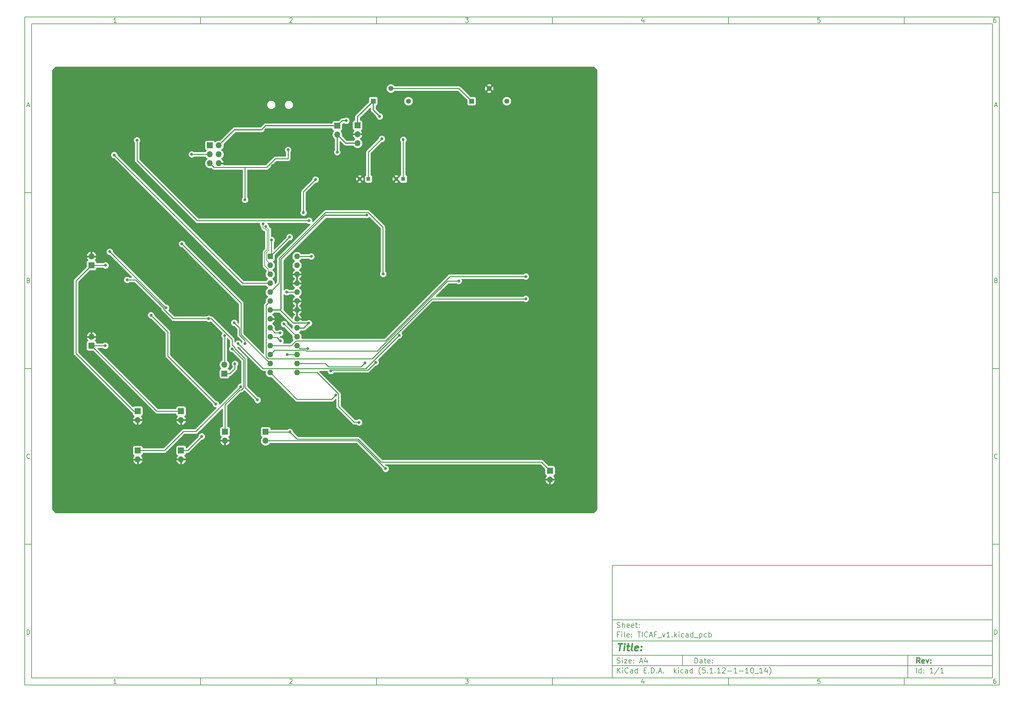
<source format=gbr>
%TF.GenerationSoftware,KiCad,Pcbnew,(5.1.12-1-10_14)*%
%TF.CreationDate,2021-12-30T00:25:25+00:00*%
%TF.ProjectId,TICAF_v1,54494341-465f-4763-912e-6b696361645f,rev?*%
%TF.SameCoordinates,Original*%
%TF.FileFunction,Copper,L2,Bot*%
%TF.FilePolarity,Positive*%
%FSLAX46Y46*%
G04 Gerber Fmt 4.6, Leading zero omitted, Abs format (unit mm)*
G04 Created by KiCad (PCBNEW (5.1.12-1-10_14)) date 2021-12-30 00:25:25*
%MOMM*%
%LPD*%
G01*
G04 APERTURE LIST*
%ADD10C,0.100000*%
%ADD11C,0.150000*%
%ADD12C,0.300000*%
%ADD13C,0.400000*%
%TA.AperFunction,ComponentPad*%
%ADD14O,1.700000X1.700000*%
%TD*%
%TA.AperFunction,ComponentPad*%
%ADD15R,1.700000X1.700000*%
%TD*%
%TA.AperFunction,ComponentPad*%
%ADD16O,1.600000X1.600000*%
%TD*%
%TA.AperFunction,ComponentPad*%
%ADD17R,1.600000X1.600000*%
%TD*%
%TA.AperFunction,ComponentPad*%
%ADD18C,1.408000*%
%TD*%
%TA.AperFunction,ComponentPad*%
%ADD19R,1.408000X1.408000*%
%TD*%
%TA.AperFunction,ComponentPad*%
%ADD20C,1.100000*%
%TD*%
%TA.AperFunction,ComponentPad*%
%ADD21R,1.100000X1.100000*%
%TD*%
%TA.AperFunction,ComponentPad*%
%ADD22C,1.050000*%
%TD*%
%TA.AperFunction,ComponentPad*%
%ADD23R,1.050000X1.050000*%
%TD*%
%TA.AperFunction,ViaPad*%
%ADD24C,0.800000*%
%TD*%
%TA.AperFunction,Conductor*%
%ADD25C,0.250000*%
%TD*%
%TA.AperFunction,Conductor*%
%ADD26C,0.350000*%
%TD*%
%TA.AperFunction,Conductor*%
%ADD27C,0.200000*%
%TD*%
%TA.AperFunction,Conductor*%
%ADD28C,0.254000*%
%TD*%
%TA.AperFunction,Conductor*%
%ADD29C,0.100000*%
%TD*%
G04 APERTURE END LIST*
D10*
D11*
X177002200Y-166007200D02*
X177002200Y-198007200D01*
X285002200Y-198007200D01*
X285002200Y-166007200D01*
X177002200Y-166007200D01*
D10*
D11*
X10000000Y-10000000D02*
X10000000Y-200007200D01*
X287002200Y-200007200D01*
X287002200Y-10000000D01*
X10000000Y-10000000D01*
D10*
D11*
X12000000Y-12000000D02*
X12000000Y-198007200D01*
X285002200Y-198007200D01*
X285002200Y-12000000D01*
X12000000Y-12000000D01*
D10*
D11*
X60000000Y-12000000D02*
X60000000Y-10000000D01*
D10*
D11*
X110000000Y-12000000D02*
X110000000Y-10000000D01*
D10*
D11*
X160000000Y-12000000D02*
X160000000Y-10000000D01*
D10*
D11*
X210000000Y-12000000D02*
X210000000Y-10000000D01*
D10*
D11*
X260000000Y-12000000D02*
X260000000Y-10000000D01*
D10*
D11*
X36065476Y-11588095D02*
X35322619Y-11588095D01*
X35694047Y-11588095D02*
X35694047Y-10288095D01*
X35570238Y-10473809D01*
X35446428Y-10597619D01*
X35322619Y-10659523D01*
D10*
D11*
X85322619Y-10411904D02*
X85384523Y-10350000D01*
X85508333Y-10288095D01*
X85817857Y-10288095D01*
X85941666Y-10350000D01*
X86003571Y-10411904D01*
X86065476Y-10535714D01*
X86065476Y-10659523D01*
X86003571Y-10845238D01*
X85260714Y-11588095D01*
X86065476Y-11588095D01*
D10*
D11*
X135260714Y-10288095D02*
X136065476Y-10288095D01*
X135632142Y-10783333D01*
X135817857Y-10783333D01*
X135941666Y-10845238D01*
X136003571Y-10907142D01*
X136065476Y-11030952D01*
X136065476Y-11340476D01*
X136003571Y-11464285D01*
X135941666Y-11526190D01*
X135817857Y-11588095D01*
X135446428Y-11588095D01*
X135322619Y-11526190D01*
X135260714Y-11464285D01*
D10*
D11*
X185941666Y-10721428D02*
X185941666Y-11588095D01*
X185632142Y-10226190D02*
X185322619Y-11154761D01*
X186127380Y-11154761D01*
D10*
D11*
X236003571Y-10288095D02*
X235384523Y-10288095D01*
X235322619Y-10907142D01*
X235384523Y-10845238D01*
X235508333Y-10783333D01*
X235817857Y-10783333D01*
X235941666Y-10845238D01*
X236003571Y-10907142D01*
X236065476Y-11030952D01*
X236065476Y-11340476D01*
X236003571Y-11464285D01*
X235941666Y-11526190D01*
X235817857Y-11588095D01*
X235508333Y-11588095D01*
X235384523Y-11526190D01*
X235322619Y-11464285D01*
D10*
D11*
X285941666Y-10288095D02*
X285694047Y-10288095D01*
X285570238Y-10350000D01*
X285508333Y-10411904D01*
X285384523Y-10597619D01*
X285322619Y-10845238D01*
X285322619Y-11340476D01*
X285384523Y-11464285D01*
X285446428Y-11526190D01*
X285570238Y-11588095D01*
X285817857Y-11588095D01*
X285941666Y-11526190D01*
X286003571Y-11464285D01*
X286065476Y-11340476D01*
X286065476Y-11030952D01*
X286003571Y-10907142D01*
X285941666Y-10845238D01*
X285817857Y-10783333D01*
X285570238Y-10783333D01*
X285446428Y-10845238D01*
X285384523Y-10907142D01*
X285322619Y-11030952D01*
D10*
D11*
X60000000Y-198007200D02*
X60000000Y-200007200D01*
D10*
D11*
X110000000Y-198007200D02*
X110000000Y-200007200D01*
D10*
D11*
X160000000Y-198007200D02*
X160000000Y-200007200D01*
D10*
D11*
X210000000Y-198007200D02*
X210000000Y-200007200D01*
D10*
D11*
X260000000Y-198007200D02*
X260000000Y-200007200D01*
D10*
D11*
X36065476Y-199595295D02*
X35322619Y-199595295D01*
X35694047Y-199595295D02*
X35694047Y-198295295D01*
X35570238Y-198481009D01*
X35446428Y-198604819D01*
X35322619Y-198666723D01*
D10*
D11*
X85322619Y-198419104D02*
X85384523Y-198357200D01*
X85508333Y-198295295D01*
X85817857Y-198295295D01*
X85941666Y-198357200D01*
X86003571Y-198419104D01*
X86065476Y-198542914D01*
X86065476Y-198666723D01*
X86003571Y-198852438D01*
X85260714Y-199595295D01*
X86065476Y-199595295D01*
D10*
D11*
X135260714Y-198295295D02*
X136065476Y-198295295D01*
X135632142Y-198790533D01*
X135817857Y-198790533D01*
X135941666Y-198852438D01*
X136003571Y-198914342D01*
X136065476Y-199038152D01*
X136065476Y-199347676D01*
X136003571Y-199471485D01*
X135941666Y-199533390D01*
X135817857Y-199595295D01*
X135446428Y-199595295D01*
X135322619Y-199533390D01*
X135260714Y-199471485D01*
D10*
D11*
X185941666Y-198728628D02*
X185941666Y-199595295D01*
X185632142Y-198233390D02*
X185322619Y-199161961D01*
X186127380Y-199161961D01*
D10*
D11*
X236003571Y-198295295D02*
X235384523Y-198295295D01*
X235322619Y-198914342D01*
X235384523Y-198852438D01*
X235508333Y-198790533D01*
X235817857Y-198790533D01*
X235941666Y-198852438D01*
X236003571Y-198914342D01*
X236065476Y-199038152D01*
X236065476Y-199347676D01*
X236003571Y-199471485D01*
X235941666Y-199533390D01*
X235817857Y-199595295D01*
X235508333Y-199595295D01*
X235384523Y-199533390D01*
X235322619Y-199471485D01*
D10*
D11*
X285941666Y-198295295D02*
X285694047Y-198295295D01*
X285570238Y-198357200D01*
X285508333Y-198419104D01*
X285384523Y-198604819D01*
X285322619Y-198852438D01*
X285322619Y-199347676D01*
X285384523Y-199471485D01*
X285446428Y-199533390D01*
X285570238Y-199595295D01*
X285817857Y-199595295D01*
X285941666Y-199533390D01*
X286003571Y-199471485D01*
X286065476Y-199347676D01*
X286065476Y-199038152D01*
X286003571Y-198914342D01*
X285941666Y-198852438D01*
X285817857Y-198790533D01*
X285570238Y-198790533D01*
X285446428Y-198852438D01*
X285384523Y-198914342D01*
X285322619Y-199038152D01*
D10*
D11*
X10000000Y-60000000D02*
X12000000Y-60000000D01*
D10*
D11*
X10000000Y-110000000D02*
X12000000Y-110000000D01*
D10*
D11*
X10000000Y-160000000D02*
X12000000Y-160000000D01*
D10*
D11*
X10690476Y-35216666D02*
X11309523Y-35216666D01*
X10566666Y-35588095D02*
X11000000Y-34288095D01*
X11433333Y-35588095D01*
D10*
D11*
X11092857Y-84907142D02*
X11278571Y-84969047D01*
X11340476Y-85030952D01*
X11402380Y-85154761D01*
X11402380Y-85340476D01*
X11340476Y-85464285D01*
X11278571Y-85526190D01*
X11154761Y-85588095D01*
X10659523Y-85588095D01*
X10659523Y-84288095D01*
X11092857Y-84288095D01*
X11216666Y-84350000D01*
X11278571Y-84411904D01*
X11340476Y-84535714D01*
X11340476Y-84659523D01*
X11278571Y-84783333D01*
X11216666Y-84845238D01*
X11092857Y-84907142D01*
X10659523Y-84907142D01*
D10*
D11*
X11402380Y-135464285D02*
X11340476Y-135526190D01*
X11154761Y-135588095D01*
X11030952Y-135588095D01*
X10845238Y-135526190D01*
X10721428Y-135402380D01*
X10659523Y-135278571D01*
X10597619Y-135030952D01*
X10597619Y-134845238D01*
X10659523Y-134597619D01*
X10721428Y-134473809D01*
X10845238Y-134350000D01*
X11030952Y-134288095D01*
X11154761Y-134288095D01*
X11340476Y-134350000D01*
X11402380Y-134411904D01*
D10*
D11*
X10659523Y-185588095D02*
X10659523Y-184288095D01*
X10969047Y-184288095D01*
X11154761Y-184350000D01*
X11278571Y-184473809D01*
X11340476Y-184597619D01*
X11402380Y-184845238D01*
X11402380Y-185030952D01*
X11340476Y-185278571D01*
X11278571Y-185402380D01*
X11154761Y-185526190D01*
X10969047Y-185588095D01*
X10659523Y-185588095D01*
D10*
D11*
X287002200Y-60000000D02*
X285002200Y-60000000D01*
D10*
D11*
X287002200Y-110000000D02*
X285002200Y-110000000D01*
D10*
D11*
X287002200Y-160000000D02*
X285002200Y-160000000D01*
D10*
D11*
X285692676Y-35216666D02*
X286311723Y-35216666D01*
X285568866Y-35588095D02*
X286002200Y-34288095D01*
X286435533Y-35588095D01*
D10*
D11*
X286095057Y-84907142D02*
X286280771Y-84969047D01*
X286342676Y-85030952D01*
X286404580Y-85154761D01*
X286404580Y-85340476D01*
X286342676Y-85464285D01*
X286280771Y-85526190D01*
X286156961Y-85588095D01*
X285661723Y-85588095D01*
X285661723Y-84288095D01*
X286095057Y-84288095D01*
X286218866Y-84350000D01*
X286280771Y-84411904D01*
X286342676Y-84535714D01*
X286342676Y-84659523D01*
X286280771Y-84783333D01*
X286218866Y-84845238D01*
X286095057Y-84907142D01*
X285661723Y-84907142D01*
D10*
D11*
X286404580Y-135464285D02*
X286342676Y-135526190D01*
X286156961Y-135588095D01*
X286033152Y-135588095D01*
X285847438Y-135526190D01*
X285723628Y-135402380D01*
X285661723Y-135278571D01*
X285599819Y-135030952D01*
X285599819Y-134845238D01*
X285661723Y-134597619D01*
X285723628Y-134473809D01*
X285847438Y-134350000D01*
X286033152Y-134288095D01*
X286156961Y-134288095D01*
X286342676Y-134350000D01*
X286404580Y-134411904D01*
D10*
D11*
X285661723Y-185588095D02*
X285661723Y-184288095D01*
X285971247Y-184288095D01*
X286156961Y-184350000D01*
X286280771Y-184473809D01*
X286342676Y-184597619D01*
X286404580Y-184845238D01*
X286404580Y-185030952D01*
X286342676Y-185278571D01*
X286280771Y-185402380D01*
X286156961Y-185526190D01*
X285971247Y-185588095D01*
X285661723Y-185588095D01*
D10*
D11*
X200434342Y-193785771D02*
X200434342Y-192285771D01*
X200791485Y-192285771D01*
X201005771Y-192357200D01*
X201148628Y-192500057D01*
X201220057Y-192642914D01*
X201291485Y-192928628D01*
X201291485Y-193142914D01*
X201220057Y-193428628D01*
X201148628Y-193571485D01*
X201005771Y-193714342D01*
X200791485Y-193785771D01*
X200434342Y-193785771D01*
X202577200Y-193785771D02*
X202577200Y-193000057D01*
X202505771Y-192857200D01*
X202362914Y-192785771D01*
X202077200Y-192785771D01*
X201934342Y-192857200D01*
X202577200Y-193714342D02*
X202434342Y-193785771D01*
X202077200Y-193785771D01*
X201934342Y-193714342D01*
X201862914Y-193571485D01*
X201862914Y-193428628D01*
X201934342Y-193285771D01*
X202077200Y-193214342D01*
X202434342Y-193214342D01*
X202577200Y-193142914D01*
X203077200Y-192785771D02*
X203648628Y-192785771D01*
X203291485Y-192285771D02*
X203291485Y-193571485D01*
X203362914Y-193714342D01*
X203505771Y-193785771D01*
X203648628Y-193785771D01*
X204720057Y-193714342D02*
X204577200Y-193785771D01*
X204291485Y-193785771D01*
X204148628Y-193714342D01*
X204077200Y-193571485D01*
X204077200Y-193000057D01*
X204148628Y-192857200D01*
X204291485Y-192785771D01*
X204577200Y-192785771D01*
X204720057Y-192857200D01*
X204791485Y-193000057D01*
X204791485Y-193142914D01*
X204077200Y-193285771D01*
X205434342Y-193642914D02*
X205505771Y-193714342D01*
X205434342Y-193785771D01*
X205362914Y-193714342D01*
X205434342Y-193642914D01*
X205434342Y-193785771D01*
X205434342Y-192857200D02*
X205505771Y-192928628D01*
X205434342Y-193000057D01*
X205362914Y-192928628D01*
X205434342Y-192857200D01*
X205434342Y-193000057D01*
D10*
D11*
X177002200Y-194507200D02*
X285002200Y-194507200D01*
D10*
D11*
X178434342Y-196585771D02*
X178434342Y-195085771D01*
X179291485Y-196585771D02*
X178648628Y-195728628D01*
X179291485Y-195085771D02*
X178434342Y-195942914D01*
X179934342Y-196585771D02*
X179934342Y-195585771D01*
X179934342Y-195085771D02*
X179862914Y-195157200D01*
X179934342Y-195228628D01*
X180005771Y-195157200D01*
X179934342Y-195085771D01*
X179934342Y-195228628D01*
X181505771Y-196442914D02*
X181434342Y-196514342D01*
X181220057Y-196585771D01*
X181077200Y-196585771D01*
X180862914Y-196514342D01*
X180720057Y-196371485D01*
X180648628Y-196228628D01*
X180577200Y-195942914D01*
X180577200Y-195728628D01*
X180648628Y-195442914D01*
X180720057Y-195300057D01*
X180862914Y-195157200D01*
X181077200Y-195085771D01*
X181220057Y-195085771D01*
X181434342Y-195157200D01*
X181505771Y-195228628D01*
X182791485Y-196585771D02*
X182791485Y-195800057D01*
X182720057Y-195657200D01*
X182577200Y-195585771D01*
X182291485Y-195585771D01*
X182148628Y-195657200D01*
X182791485Y-196514342D02*
X182648628Y-196585771D01*
X182291485Y-196585771D01*
X182148628Y-196514342D01*
X182077200Y-196371485D01*
X182077200Y-196228628D01*
X182148628Y-196085771D01*
X182291485Y-196014342D01*
X182648628Y-196014342D01*
X182791485Y-195942914D01*
X184148628Y-196585771D02*
X184148628Y-195085771D01*
X184148628Y-196514342D02*
X184005771Y-196585771D01*
X183720057Y-196585771D01*
X183577200Y-196514342D01*
X183505771Y-196442914D01*
X183434342Y-196300057D01*
X183434342Y-195871485D01*
X183505771Y-195728628D01*
X183577200Y-195657200D01*
X183720057Y-195585771D01*
X184005771Y-195585771D01*
X184148628Y-195657200D01*
X186005771Y-195800057D02*
X186505771Y-195800057D01*
X186720057Y-196585771D02*
X186005771Y-196585771D01*
X186005771Y-195085771D01*
X186720057Y-195085771D01*
X187362914Y-196442914D02*
X187434342Y-196514342D01*
X187362914Y-196585771D01*
X187291485Y-196514342D01*
X187362914Y-196442914D01*
X187362914Y-196585771D01*
X188077200Y-196585771D02*
X188077200Y-195085771D01*
X188434342Y-195085771D01*
X188648628Y-195157200D01*
X188791485Y-195300057D01*
X188862914Y-195442914D01*
X188934342Y-195728628D01*
X188934342Y-195942914D01*
X188862914Y-196228628D01*
X188791485Y-196371485D01*
X188648628Y-196514342D01*
X188434342Y-196585771D01*
X188077200Y-196585771D01*
X189577200Y-196442914D02*
X189648628Y-196514342D01*
X189577200Y-196585771D01*
X189505771Y-196514342D01*
X189577200Y-196442914D01*
X189577200Y-196585771D01*
X190220057Y-196157200D02*
X190934342Y-196157200D01*
X190077200Y-196585771D02*
X190577200Y-195085771D01*
X191077200Y-196585771D01*
X191577200Y-196442914D02*
X191648628Y-196514342D01*
X191577200Y-196585771D01*
X191505771Y-196514342D01*
X191577200Y-196442914D01*
X191577200Y-196585771D01*
X194577200Y-196585771D02*
X194577200Y-195085771D01*
X194720057Y-196014342D02*
X195148628Y-196585771D01*
X195148628Y-195585771D02*
X194577200Y-196157200D01*
X195791485Y-196585771D02*
X195791485Y-195585771D01*
X195791485Y-195085771D02*
X195720057Y-195157200D01*
X195791485Y-195228628D01*
X195862914Y-195157200D01*
X195791485Y-195085771D01*
X195791485Y-195228628D01*
X197148628Y-196514342D02*
X197005771Y-196585771D01*
X196720057Y-196585771D01*
X196577200Y-196514342D01*
X196505771Y-196442914D01*
X196434342Y-196300057D01*
X196434342Y-195871485D01*
X196505771Y-195728628D01*
X196577200Y-195657200D01*
X196720057Y-195585771D01*
X197005771Y-195585771D01*
X197148628Y-195657200D01*
X198434342Y-196585771D02*
X198434342Y-195800057D01*
X198362914Y-195657200D01*
X198220057Y-195585771D01*
X197934342Y-195585771D01*
X197791485Y-195657200D01*
X198434342Y-196514342D02*
X198291485Y-196585771D01*
X197934342Y-196585771D01*
X197791485Y-196514342D01*
X197720057Y-196371485D01*
X197720057Y-196228628D01*
X197791485Y-196085771D01*
X197934342Y-196014342D01*
X198291485Y-196014342D01*
X198434342Y-195942914D01*
X199791485Y-196585771D02*
X199791485Y-195085771D01*
X199791485Y-196514342D02*
X199648628Y-196585771D01*
X199362914Y-196585771D01*
X199220057Y-196514342D01*
X199148628Y-196442914D01*
X199077200Y-196300057D01*
X199077200Y-195871485D01*
X199148628Y-195728628D01*
X199220057Y-195657200D01*
X199362914Y-195585771D01*
X199648628Y-195585771D01*
X199791485Y-195657200D01*
X202077200Y-197157200D02*
X202005771Y-197085771D01*
X201862914Y-196871485D01*
X201791485Y-196728628D01*
X201720057Y-196514342D01*
X201648628Y-196157200D01*
X201648628Y-195871485D01*
X201720057Y-195514342D01*
X201791485Y-195300057D01*
X201862914Y-195157200D01*
X202005771Y-194942914D01*
X202077200Y-194871485D01*
X203362914Y-195085771D02*
X202648628Y-195085771D01*
X202577200Y-195800057D01*
X202648628Y-195728628D01*
X202791485Y-195657200D01*
X203148628Y-195657200D01*
X203291485Y-195728628D01*
X203362914Y-195800057D01*
X203434342Y-195942914D01*
X203434342Y-196300057D01*
X203362914Y-196442914D01*
X203291485Y-196514342D01*
X203148628Y-196585771D01*
X202791485Y-196585771D01*
X202648628Y-196514342D01*
X202577200Y-196442914D01*
X204077200Y-196442914D02*
X204148628Y-196514342D01*
X204077200Y-196585771D01*
X204005771Y-196514342D01*
X204077200Y-196442914D01*
X204077200Y-196585771D01*
X205577200Y-196585771D02*
X204720057Y-196585771D01*
X205148628Y-196585771D02*
X205148628Y-195085771D01*
X205005771Y-195300057D01*
X204862914Y-195442914D01*
X204720057Y-195514342D01*
X206220057Y-196442914D02*
X206291485Y-196514342D01*
X206220057Y-196585771D01*
X206148628Y-196514342D01*
X206220057Y-196442914D01*
X206220057Y-196585771D01*
X207720057Y-196585771D02*
X206862914Y-196585771D01*
X207291485Y-196585771D02*
X207291485Y-195085771D01*
X207148628Y-195300057D01*
X207005771Y-195442914D01*
X206862914Y-195514342D01*
X208291485Y-195228628D02*
X208362914Y-195157200D01*
X208505771Y-195085771D01*
X208862914Y-195085771D01*
X209005771Y-195157200D01*
X209077200Y-195228628D01*
X209148628Y-195371485D01*
X209148628Y-195514342D01*
X209077200Y-195728628D01*
X208220057Y-196585771D01*
X209148628Y-196585771D01*
X209791485Y-196014342D02*
X210934342Y-196014342D01*
X212434342Y-196585771D02*
X211577200Y-196585771D01*
X212005771Y-196585771D02*
X212005771Y-195085771D01*
X211862914Y-195300057D01*
X211720057Y-195442914D01*
X211577200Y-195514342D01*
X213077200Y-196014342D02*
X214220057Y-196014342D01*
X215720057Y-196585771D02*
X214862914Y-196585771D01*
X215291485Y-196585771D02*
X215291485Y-195085771D01*
X215148628Y-195300057D01*
X215005771Y-195442914D01*
X214862914Y-195514342D01*
X216648628Y-195085771D02*
X216791485Y-195085771D01*
X216934342Y-195157200D01*
X217005771Y-195228628D01*
X217077200Y-195371485D01*
X217148628Y-195657200D01*
X217148628Y-196014342D01*
X217077200Y-196300057D01*
X217005771Y-196442914D01*
X216934342Y-196514342D01*
X216791485Y-196585771D01*
X216648628Y-196585771D01*
X216505771Y-196514342D01*
X216434342Y-196442914D01*
X216362914Y-196300057D01*
X216291485Y-196014342D01*
X216291485Y-195657200D01*
X216362914Y-195371485D01*
X216434342Y-195228628D01*
X216505771Y-195157200D01*
X216648628Y-195085771D01*
X217434342Y-196728628D02*
X218577200Y-196728628D01*
X219720057Y-196585771D02*
X218862914Y-196585771D01*
X219291485Y-196585771D02*
X219291485Y-195085771D01*
X219148628Y-195300057D01*
X219005771Y-195442914D01*
X218862914Y-195514342D01*
X221005771Y-195585771D02*
X221005771Y-196585771D01*
X220648628Y-195014342D02*
X220291485Y-196085771D01*
X221220057Y-196085771D01*
X221648628Y-197157200D02*
X221720057Y-197085771D01*
X221862914Y-196871485D01*
X221934342Y-196728628D01*
X222005771Y-196514342D01*
X222077200Y-196157200D01*
X222077200Y-195871485D01*
X222005771Y-195514342D01*
X221934342Y-195300057D01*
X221862914Y-195157200D01*
X221720057Y-194942914D01*
X221648628Y-194871485D01*
D10*
D11*
X177002200Y-191507200D02*
X285002200Y-191507200D01*
D10*
D12*
X264411485Y-193785771D02*
X263911485Y-193071485D01*
X263554342Y-193785771D02*
X263554342Y-192285771D01*
X264125771Y-192285771D01*
X264268628Y-192357200D01*
X264340057Y-192428628D01*
X264411485Y-192571485D01*
X264411485Y-192785771D01*
X264340057Y-192928628D01*
X264268628Y-193000057D01*
X264125771Y-193071485D01*
X263554342Y-193071485D01*
X265625771Y-193714342D02*
X265482914Y-193785771D01*
X265197200Y-193785771D01*
X265054342Y-193714342D01*
X264982914Y-193571485D01*
X264982914Y-193000057D01*
X265054342Y-192857200D01*
X265197200Y-192785771D01*
X265482914Y-192785771D01*
X265625771Y-192857200D01*
X265697200Y-193000057D01*
X265697200Y-193142914D01*
X264982914Y-193285771D01*
X266197200Y-192785771D02*
X266554342Y-193785771D01*
X266911485Y-192785771D01*
X267482914Y-193642914D02*
X267554342Y-193714342D01*
X267482914Y-193785771D01*
X267411485Y-193714342D01*
X267482914Y-193642914D01*
X267482914Y-193785771D01*
X267482914Y-192857200D02*
X267554342Y-192928628D01*
X267482914Y-193000057D01*
X267411485Y-192928628D01*
X267482914Y-192857200D01*
X267482914Y-193000057D01*
D10*
D11*
X178362914Y-193714342D02*
X178577200Y-193785771D01*
X178934342Y-193785771D01*
X179077200Y-193714342D01*
X179148628Y-193642914D01*
X179220057Y-193500057D01*
X179220057Y-193357200D01*
X179148628Y-193214342D01*
X179077200Y-193142914D01*
X178934342Y-193071485D01*
X178648628Y-193000057D01*
X178505771Y-192928628D01*
X178434342Y-192857200D01*
X178362914Y-192714342D01*
X178362914Y-192571485D01*
X178434342Y-192428628D01*
X178505771Y-192357200D01*
X178648628Y-192285771D01*
X179005771Y-192285771D01*
X179220057Y-192357200D01*
X179862914Y-193785771D02*
X179862914Y-192785771D01*
X179862914Y-192285771D02*
X179791485Y-192357200D01*
X179862914Y-192428628D01*
X179934342Y-192357200D01*
X179862914Y-192285771D01*
X179862914Y-192428628D01*
X180434342Y-192785771D02*
X181220057Y-192785771D01*
X180434342Y-193785771D01*
X181220057Y-193785771D01*
X182362914Y-193714342D02*
X182220057Y-193785771D01*
X181934342Y-193785771D01*
X181791485Y-193714342D01*
X181720057Y-193571485D01*
X181720057Y-193000057D01*
X181791485Y-192857200D01*
X181934342Y-192785771D01*
X182220057Y-192785771D01*
X182362914Y-192857200D01*
X182434342Y-193000057D01*
X182434342Y-193142914D01*
X181720057Y-193285771D01*
X183077200Y-193642914D02*
X183148628Y-193714342D01*
X183077200Y-193785771D01*
X183005771Y-193714342D01*
X183077200Y-193642914D01*
X183077200Y-193785771D01*
X183077200Y-192857200D02*
X183148628Y-192928628D01*
X183077200Y-193000057D01*
X183005771Y-192928628D01*
X183077200Y-192857200D01*
X183077200Y-193000057D01*
X184862914Y-193357200D02*
X185577200Y-193357200D01*
X184720057Y-193785771D02*
X185220057Y-192285771D01*
X185720057Y-193785771D01*
X186862914Y-192785771D02*
X186862914Y-193785771D01*
X186505771Y-192214342D02*
X186148628Y-193285771D01*
X187077200Y-193285771D01*
D10*
D11*
X263434342Y-196585771D02*
X263434342Y-195085771D01*
X264791485Y-196585771D02*
X264791485Y-195085771D01*
X264791485Y-196514342D02*
X264648628Y-196585771D01*
X264362914Y-196585771D01*
X264220057Y-196514342D01*
X264148628Y-196442914D01*
X264077200Y-196300057D01*
X264077200Y-195871485D01*
X264148628Y-195728628D01*
X264220057Y-195657200D01*
X264362914Y-195585771D01*
X264648628Y-195585771D01*
X264791485Y-195657200D01*
X265505771Y-196442914D02*
X265577200Y-196514342D01*
X265505771Y-196585771D01*
X265434342Y-196514342D01*
X265505771Y-196442914D01*
X265505771Y-196585771D01*
X265505771Y-195657200D02*
X265577200Y-195728628D01*
X265505771Y-195800057D01*
X265434342Y-195728628D01*
X265505771Y-195657200D01*
X265505771Y-195800057D01*
X268148628Y-196585771D02*
X267291485Y-196585771D01*
X267720057Y-196585771D02*
X267720057Y-195085771D01*
X267577200Y-195300057D01*
X267434342Y-195442914D01*
X267291485Y-195514342D01*
X269862914Y-195014342D02*
X268577200Y-196942914D01*
X271148628Y-196585771D02*
X270291485Y-196585771D01*
X270720057Y-196585771D02*
X270720057Y-195085771D01*
X270577200Y-195300057D01*
X270434342Y-195442914D01*
X270291485Y-195514342D01*
D10*
D11*
X177002200Y-187507200D02*
X285002200Y-187507200D01*
D10*
D13*
X178714580Y-188211961D02*
X179857438Y-188211961D01*
X179036009Y-190211961D02*
X179286009Y-188211961D01*
X180274104Y-190211961D02*
X180440771Y-188878628D01*
X180524104Y-188211961D02*
X180416961Y-188307200D01*
X180500295Y-188402438D01*
X180607438Y-188307200D01*
X180524104Y-188211961D01*
X180500295Y-188402438D01*
X181107438Y-188878628D02*
X181869342Y-188878628D01*
X181476485Y-188211961D02*
X181262200Y-189926247D01*
X181333628Y-190116723D01*
X181512200Y-190211961D01*
X181702676Y-190211961D01*
X182655057Y-190211961D02*
X182476485Y-190116723D01*
X182405057Y-189926247D01*
X182619342Y-188211961D01*
X184190771Y-190116723D02*
X183988390Y-190211961D01*
X183607438Y-190211961D01*
X183428866Y-190116723D01*
X183357438Y-189926247D01*
X183452676Y-189164342D01*
X183571723Y-188973866D01*
X183774104Y-188878628D01*
X184155057Y-188878628D01*
X184333628Y-188973866D01*
X184405057Y-189164342D01*
X184381247Y-189354819D01*
X183405057Y-189545295D01*
X185155057Y-190021485D02*
X185238390Y-190116723D01*
X185131247Y-190211961D01*
X185047914Y-190116723D01*
X185155057Y-190021485D01*
X185131247Y-190211961D01*
X185286009Y-188973866D02*
X185369342Y-189069104D01*
X185262200Y-189164342D01*
X185178866Y-189069104D01*
X185286009Y-188973866D01*
X185262200Y-189164342D01*
D10*
D11*
X178934342Y-185600057D02*
X178434342Y-185600057D01*
X178434342Y-186385771D02*
X178434342Y-184885771D01*
X179148628Y-184885771D01*
X179720057Y-186385771D02*
X179720057Y-185385771D01*
X179720057Y-184885771D02*
X179648628Y-184957200D01*
X179720057Y-185028628D01*
X179791485Y-184957200D01*
X179720057Y-184885771D01*
X179720057Y-185028628D01*
X180648628Y-186385771D02*
X180505771Y-186314342D01*
X180434342Y-186171485D01*
X180434342Y-184885771D01*
X181791485Y-186314342D02*
X181648628Y-186385771D01*
X181362914Y-186385771D01*
X181220057Y-186314342D01*
X181148628Y-186171485D01*
X181148628Y-185600057D01*
X181220057Y-185457200D01*
X181362914Y-185385771D01*
X181648628Y-185385771D01*
X181791485Y-185457200D01*
X181862914Y-185600057D01*
X181862914Y-185742914D01*
X181148628Y-185885771D01*
X182505771Y-186242914D02*
X182577200Y-186314342D01*
X182505771Y-186385771D01*
X182434342Y-186314342D01*
X182505771Y-186242914D01*
X182505771Y-186385771D01*
X182505771Y-185457200D02*
X182577200Y-185528628D01*
X182505771Y-185600057D01*
X182434342Y-185528628D01*
X182505771Y-185457200D01*
X182505771Y-185600057D01*
X184148628Y-184885771D02*
X185005771Y-184885771D01*
X184577200Y-186385771D02*
X184577200Y-184885771D01*
X185505771Y-186385771D02*
X185505771Y-184885771D01*
X187077200Y-186242914D02*
X187005771Y-186314342D01*
X186791485Y-186385771D01*
X186648628Y-186385771D01*
X186434342Y-186314342D01*
X186291485Y-186171485D01*
X186220057Y-186028628D01*
X186148628Y-185742914D01*
X186148628Y-185528628D01*
X186220057Y-185242914D01*
X186291485Y-185100057D01*
X186434342Y-184957200D01*
X186648628Y-184885771D01*
X186791485Y-184885771D01*
X187005771Y-184957200D01*
X187077200Y-185028628D01*
X187648628Y-185957200D02*
X188362914Y-185957200D01*
X187505771Y-186385771D02*
X188005771Y-184885771D01*
X188505771Y-186385771D01*
X189505771Y-185600057D02*
X189005771Y-185600057D01*
X189005771Y-186385771D02*
X189005771Y-184885771D01*
X189720057Y-184885771D01*
X189934342Y-186528628D02*
X191077200Y-186528628D01*
X191291485Y-185385771D02*
X191648628Y-186385771D01*
X192005771Y-185385771D01*
X193362914Y-186385771D02*
X192505771Y-186385771D01*
X192934342Y-186385771D02*
X192934342Y-184885771D01*
X192791485Y-185100057D01*
X192648628Y-185242914D01*
X192505771Y-185314342D01*
X194005771Y-186242914D02*
X194077200Y-186314342D01*
X194005771Y-186385771D01*
X193934342Y-186314342D01*
X194005771Y-186242914D01*
X194005771Y-186385771D01*
X194720057Y-186385771D02*
X194720057Y-184885771D01*
X194862914Y-185814342D02*
X195291485Y-186385771D01*
X195291485Y-185385771D02*
X194720057Y-185957200D01*
X195934342Y-186385771D02*
X195934342Y-185385771D01*
X195934342Y-184885771D02*
X195862914Y-184957200D01*
X195934342Y-185028628D01*
X196005771Y-184957200D01*
X195934342Y-184885771D01*
X195934342Y-185028628D01*
X197291485Y-186314342D02*
X197148628Y-186385771D01*
X196862914Y-186385771D01*
X196720057Y-186314342D01*
X196648628Y-186242914D01*
X196577200Y-186100057D01*
X196577200Y-185671485D01*
X196648628Y-185528628D01*
X196720057Y-185457200D01*
X196862914Y-185385771D01*
X197148628Y-185385771D01*
X197291485Y-185457200D01*
X198577200Y-186385771D02*
X198577200Y-185600057D01*
X198505771Y-185457200D01*
X198362914Y-185385771D01*
X198077200Y-185385771D01*
X197934342Y-185457200D01*
X198577200Y-186314342D02*
X198434342Y-186385771D01*
X198077200Y-186385771D01*
X197934342Y-186314342D01*
X197862914Y-186171485D01*
X197862914Y-186028628D01*
X197934342Y-185885771D01*
X198077200Y-185814342D01*
X198434342Y-185814342D01*
X198577200Y-185742914D01*
X199934342Y-186385771D02*
X199934342Y-184885771D01*
X199934342Y-186314342D02*
X199791485Y-186385771D01*
X199505771Y-186385771D01*
X199362914Y-186314342D01*
X199291485Y-186242914D01*
X199220057Y-186100057D01*
X199220057Y-185671485D01*
X199291485Y-185528628D01*
X199362914Y-185457200D01*
X199505771Y-185385771D01*
X199791485Y-185385771D01*
X199934342Y-185457200D01*
X200291485Y-186528628D02*
X201434342Y-186528628D01*
X201791485Y-185385771D02*
X201791485Y-186885771D01*
X201791485Y-185457200D02*
X201934342Y-185385771D01*
X202220057Y-185385771D01*
X202362914Y-185457200D01*
X202434342Y-185528628D01*
X202505771Y-185671485D01*
X202505771Y-186100057D01*
X202434342Y-186242914D01*
X202362914Y-186314342D01*
X202220057Y-186385771D01*
X201934342Y-186385771D01*
X201791485Y-186314342D01*
X203791485Y-186314342D02*
X203648628Y-186385771D01*
X203362914Y-186385771D01*
X203220057Y-186314342D01*
X203148628Y-186242914D01*
X203077200Y-186100057D01*
X203077200Y-185671485D01*
X203148628Y-185528628D01*
X203220057Y-185457200D01*
X203362914Y-185385771D01*
X203648628Y-185385771D01*
X203791485Y-185457200D01*
X204434342Y-186385771D02*
X204434342Y-184885771D01*
X204434342Y-185457200D02*
X204577200Y-185385771D01*
X204862914Y-185385771D01*
X205005771Y-185457200D01*
X205077200Y-185528628D01*
X205148628Y-185671485D01*
X205148628Y-186100057D01*
X205077200Y-186242914D01*
X205005771Y-186314342D01*
X204862914Y-186385771D01*
X204577200Y-186385771D01*
X204434342Y-186314342D01*
D10*
D11*
X177002200Y-181507200D02*
X285002200Y-181507200D01*
D10*
D11*
X178362914Y-183614342D02*
X178577200Y-183685771D01*
X178934342Y-183685771D01*
X179077200Y-183614342D01*
X179148628Y-183542914D01*
X179220057Y-183400057D01*
X179220057Y-183257200D01*
X179148628Y-183114342D01*
X179077200Y-183042914D01*
X178934342Y-182971485D01*
X178648628Y-182900057D01*
X178505771Y-182828628D01*
X178434342Y-182757200D01*
X178362914Y-182614342D01*
X178362914Y-182471485D01*
X178434342Y-182328628D01*
X178505771Y-182257200D01*
X178648628Y-182185771D01*
X179005771Y-182185771D01*
X179220057Y-182257200D01*
X179862914Y-183685771D02*
X179862914Y-182185771D01*
X180505771Y-183685771D02*
X180505771Y-182900057D01*
X180434342Y-182757200D01*
X180291485Y-182685771D01*
X180077200Y-182685771D01*
X179934342Y-182757200D01*
X179862914Y-182828628D01*
X181791485Y-183614342D02*
X181648628Y-183685771D01*
X181362914Y-183685771D01*
X181220057Y-183614342D01*
X181148628Y-183471485D01*
X181148628Y-182900057D01*
X181220057Y-182757200D01*
X181362914Y-182685771D01*
X181648628Y-182685771D01*
X181791485Y-182757200D01*
X181862914Y-182900057D01*
X181862914Y-183042914D01*
X181148628Y-183185771D01*
X183077200Y-183614342D02*
X182934342Y-183685771D01*
X182648628Y-183685771D01*
X182505771Y-183614342D01*
X182434342Y-183471485D01*
X182434342Y-182900057D01*
X182505771Y-182757200D01*
X182648628Y-182685771D01*
X182934342Y-182685771D01*
X183077200Y-182757200D01*
X183148628Y-182900057D01*
X183148628Y-183042914D01*
X182434342Y-183185771D01*
X183577200Y-182685771D02*
X184148628Y-182685771D01*
X183791485Y-182185771D02*
X183791485Y-183471485D01*
X183862914Y-183614342D01*
X184005771Y-183685771D01*
X184148628Y-183685771D01*
X184648628Y-183542914D02*
X184720057Y-183614342D01*
X184648628Y-183685771D01*
X184577200Y-183614342D01*
X184648628Y-183542914D01*
X184648628Y-183685771D01*
X184648628Y-182757200D02*
X184720057Y-182828628D01*
X184648628Y-182900057D01*
X184577200Y-182828628D01*
X184648628Y-182757200D01*
X184648628Y-182900057D01*
D10*
D11*
X197002200Y-191507200D02*
X197002200Y-194507200D01*
D10*
D11*
X261002200Y-191507200D02*
X261002200Y-198007200D01*
D14*
%TO.P,J15,2*%
%TO.N,Net-(J15-Pad2)*%
X78450000Y-130530000D03*
D15*
%TO.P,J15,1*%
%TO.N,Net-(J15-Pad1)*%
X78450000Y-127990000D03*
%TD*%
D14*
%TO.P,J14,2*%
%TO.N,GND*%
X42120000Y-135850000D03*
D15*
%TO.P,J14,1*%
%TO.N,/A5_328P_IN*%
X42120000Y-133310000D03*
%TD*%
D14*
%TO.P,J13,2*%
%TO.N,GND*%
X66910000Y-130480000D03*
D15*
%TO.P,J13,1*%
%TO.N,/Controlos Painel Solar / Bateria/-OP_CHARGE*%
X66910000Y-127940000D03*
%TD*%
D14*
%TO.P,J12,2*%
%TO.N,GND*%
X54430000Y-135830000D03*
D15*
%TO.P,J12,1*%
%TO.N,/A1_328P_IN*%
X54430000Y-133290000D03*
%TD*%
D14*
%TO.P,J11,2*%
%TO.N,GND*%
X54430000Y-124650000D03*
D15*
%TO.P,J11,1*%
%TO.N,/Controlos Painel Solar / Bateria/MONPAINELV*%
X54430000Y-122110000D03*
%TD*%
D14*
%TO.P,J10,2*%
%TO.N,GND*%
X42110000Y-124640000D03*
D15*
%TO.P,J10,1*%
%TO.N,/Controlos Painel Solar / Bateria/SWBATPOT*%
X42110000Y-122100000D03*
%TD*%
D14*
%TO.P,J9,2*%
%TO.N,Net-(D20-Pad1)*%
X66750000Y-108890000D03*
D15*
%TO.P,J9,1*%
%TO.N,Net-(J9-Pad1)*%
X66750000Y-111430000D03*
%TD*%
D16*
%TO.P,U1,28*%
%TO.N,/A5_328P_IN*%
X87366000Y-78130500D03*
%TO.P,U1,14*%
%TO.N,/PVGS*%
X79746000Y-111150500D03*
%TO.P,U1,27*%
%TO.N,Net-(U1-Pad27)*%
X87366000Y-80670500D03*
%TO.P,U1,13*%
%TO.N,/L_SYSON*%
X79746000Y-108610500D03*
%TO.P,U1,26*%
%TO.N,GND*%
X87366000Y-83210500D03*
%TO.P,U1,12*%
%TO.N,/L_LOWBAT*%
X79746000Y-106070500D03*
%TO.P,U1,25*%
%TO.N,GND*%
X87366000Y-85750500D03*
%TO.P,U1,11*%
%TO.N,/L_PAINELON*%
X79746000Y-103530500D03*
%TO.P,U1,24*%
%TO.N,/A1_328P_IN*%
X87366000Y-88290500D03*
%TO.P,U1,10*%
%TO.N,XTAL2_328P*%
X79746000Y-100990500D03*
%TO.P,U1,23*%
%TO.N,GND*%
X87366000Y-90830500D03*
%TO.P,U1,9*%
%TO.N,XTAL1_328P*%
X79746000Y-98450500D03*
%TO.P,U1,22*%
%TO.N,GND*%
X87366000Y-93370500D03*
%TO.P,U1,8*%
X79746000Y-95910500D03*
%TO.P,U1,21*%
X87366000Y-95910500D03*
%TO.P,U1,7*%
%TO.N,+5V*%
X79746000Y-93370500D03*
%TO.P,U1,20*%
X87366000Y-98450500D03*
%TO.P,U1,6*%
%TO.N,/L_BATON*%
X79746000Y-90830500D03*
%TO.P,U1,19*%
%TO.N,Net-(D6-Pad2)*%
X87366000Y-100990500D03*
%TO.P,U1,5*%
%TO.N,/L_CHARGEBAT*%
X79746000Y-88290500D03*
%TO.P,U1,18*%
%TO.N,Net-(J4-Pad1)*%
X87366000Y-103530500D03*
%TO.P,U1,4*%
%TO.N,/OPAMP_SIGNAL*%
X79746000Y-85750500D03*
%TO.P,U1,17*%
%TO.N,Net-(J4-Pad4)*%
X87366000Y-106070500D03*
%TO.P,U1,3*%
%TO.N,/TRXD-*%
X79746000Y-83210500D03*
%TO.P,U1,16*%
%TO.N,/BCVGS*%
X87366000Y-108610500D03*
%TO.P,U1,2*%
%TO.N,/TRXD+*%
X79746000Y-80670500D03*
%TO.P,U1,15*%
%TO.N,/BVGS*%
X87366000Y-111150500D03*
D17*
%TO.P,U1,1*%
%TO.N,RESET*%
X79746000Y-78130500D03*
%TD*%
D14*
%TO.P,SC1,2*%
%TO.N,GND*%
X28956000Y-100965000D03*
D15*
%TO.P,SC1,1*%
%TO.N,/Controlos Painel Solar / Bateria/MONPAINELV*%
X28956000Y-103505000D03*
%TD*%
D14*
%TO.P,M4,2*%
%TO.N,GND*%
X159290000Y-141590000D03*
D15*
%TO.P,M4,1*%
%TO.N,Net-(J15-Pad1)*%
X159290000Y-139050000D03*
%TD*%
D18*
%TO.P,J6,3*%
%TO.N,Net-(J6-Pad3)*%
X146986000Y-33940500D03*
%TO.P,J6,2*%
%TO.N,GND*%
X141986000Y-30340500D03*
D19*
%TO.P,J6,1*%
%TO.N,Net-(J5-Pad2)*%
X136986000Y-33940500D03*
%TD*%
D18*
%TO.P,J5,3*%
%TO.N,Net-(J5-Pad3)*%
X119046000Y-33940500D03*
%TO.P,J5,2*%
%TO.N,Net-(J5-Pad2)*%
X114046000Y-30340500D03*
D19*
%TO.P,J5,1*%
%TO.N,/+6VBAT*%
X109046000Y-33940500D03*
%TD*%
D14*
%TO.P,J4,6*%
%TO.N,GND*%
X65151000Y-51625500D03*
%TO.P,J4,5*%
%TO.N,RESET*%
X62611000Y-51625500D03*
%TO.P,J4,4*%
%TO.N,Net-(J4-Pad4)*%
X65151000Y-49085500D03*
%TO.P,J4,3*%
%TO.N,Net-(D6-Pad2)*%
X62611000Y-49085500D03*
%TO.P,J4,2*%
%TO.N,+5V*%
X65151000Y-46545500D03*
D15*
%TO.P,J4,1*%
%TO.N,Net-(J4-Pad1)*%
X62611000Y-46545500D03*
%TD*%
D14*
%TO.P,J3,2*%
%TO.N,/PWR*%
X98806000Y-43484800D03*
D15*
%TO.P,J3,1*%
%TO.N,+5V*%
X98806000Y-40944800D03*
%TD*%
D14*
%TO.P,J1,3*%
%TO.N,/PWR*%
X104584500Y-45910500D03*
%TO.P,J1,2*%
%TO.N,GND*%
X104584500Y-43370500D03*
D15*
%TO.P,J1,1*%
%TO.N,/+6VBAT*%
X104584500Y-40830500D03*
%TD*%
D20*
%TO.P,C2,N*%
%TO.N,GND*%
X115586000Y-56070500D03*
D21*
%TO.P,C2,P*%
%TO.N,Net-(C2-PadP)*%
X117586000Y-56070500D03*
%TD*%
D22*
%TO.P,C1,N*%
%TO.N,GND*%
X105176000Y-56070500D03*
D23*
%TO.P,C1,P*%
%TO.N,Net-(C1-PadP)*%
X107676000Y-56070500D03*
%TD*%
D14*
%TO.P,BT1,2*%
%TO.N,GND*%
X28956000Y-78105000D03*
D15*
%TO.P,BT1,1*%
%TO.N,/Controlos Painel Solar / Bateria/SWBATPOT*%
X28956000Y-80645000D03*
%TD*%
D24*
%TO.N,GND*%
X78486000Y-42100500D03*
X80391000Y-47180500D03*
X80391000Y-49085500D03*
X80391000Y-52260500D03*
X92456000Y-49720500D03*
X150876000Y-45275500D03*
X54102000Y-55372000D03*
X94297500Y-98425000D03*
X102362000Y-91630500D03*
X40068500Y-79184500D03*
X37973000Y-71310500D03*
X40068500Y-99314000D03*
X34099500Y-116903500D03*
X32893000Y-91376500D03*
X27749500Y-43561000D03*
X52387500Y-96837500D03*
X168910000Y-72390000D03*
X168910000Y-78105000D03*
X168910000Y-83820000D03*
X168910000Y-90170000D03*
X168910000Y-96520000D03*
X64135000Y-41910000D03*
X69850000Y-40640000D03*
X95480000Y-128000000D03*
X120190000Y-145660000D03*
X92710000Y-73660000D03*
X82550000Y-95250000D03*
X89600000Y-69400000D03*
%TO.N,/Controlos Painel Solar / Bateria/SWBATPOT*%
X32966000Y-80660500D03*
X39116000Y-84772500D03*
X62293500Y-95821500D03*
X76170000Y-118930000D03*
%TO.N,Net-(C1-PadP)*%
X111506000Y-44640500D03*
%TO.N,Net-(C2-PadP)*%
X117586000Y-44910500D03*
%TO.N,XTAL1_328P*%
X82570001Y-99865499D03*
%TO.N,XTAL2_328P*%
X82684501Y-102115501D03*
%TO.N,+5V*%
X101401001Y-39505499D03*
X107188000Y-66294000D03*
X90735501Y-97085501D03*
%TO.N,/DTR_328P*%
X89217500Y-65659000D03*
X92646500Y-56261000D03*
%TO.N,/+6VBAT*%
X110871000Y-38290500D03*
%TO.N,RESET*%
X84836000Y-47815500D03*
X72606000Y-61980500D03*
X85281000Y-72595500D03*
X80106000Y-73438500D03*
%TO.N,Net-(D6-Pad2)*%
X57467500Y-49085500D03*
X83700999Y-97325499D03*
%TO.N,/Controlos Painel Solar / Bateria/LED_Sys_ON*%
X90805000Y-67945000D03*
X41910000Y-45085000D03*
%TO.N,/L_LOWBAT*%
X133350000Y-85090000D03*
%TO.N,/L_PAINELON*%
X152400000Y-83820000D03*
%TO.N,/L_BATON*%
X152400000Y-90170000D03*
%TO.N,/L_CHARGEBAT*%
X111860608Y-83084392D03*
%TO.N,/Controlos Painel Solar / Bateria/D_SWPAINEL*%
X64330000Y-120100000D03*
X45890000Y-94820000D03*
%TO.N,/Controlos Painel Solar / Bateria/+OP_CHARGE*%
X34163000Y-76771500D03*
X50165000Y-92710000D03*
%TO.N,Net-(D20-Pad1)*%
X66802000Y-100647500D03*
X109726716Y-108226716D03*
X96990000Y-110710000D03*
X72560000Y-102940000D03*
X69550000Y-96980000D03*
%TO.N,/PWR*%
X98806000Y-48450500D03*
%TO.N,Net-(J4-Pad4)*%
X84607500Y-106070500D03*
%TO.N,Net-(J4-Pad1)*%
X90424000Y-104330500D03*
%TO.N,/L_SYSON*%
X54673500Y-74549000D03*
%TO.N,/PVGS*%
X98430000Y-117580000D03*
%TO.N,/BVGS*%
X105020000Y-125310000D03*
%TO.N,/BCVGS*%
X106720000Y-108390000D03*
%TO.N,/A1_328P_IN*%
X84455000Y-88265000D03*
X60310000Y-129280000D03*
%TO.N,/Controlos Painel Solar / Bateria/-OP_CHARGE*%
X68970000Y-104400000D03*
%TO.N,/A5_328P_IN*%
X91440000Y-78105000D03*
X71420000Y-115140000D03*
%TO.N,/OPAMP_SIGNAL*%
X35433000Y-49276000D03*
%TO.N,/TRXD-*%
X77733768Y-68843768D03*
%TO.N,/TRXD+*%
X78476232Y-69586232D03*
%TO.N,Net-(J9-Pad1)*%
X116419063Y-100509063D03*
X70650000Y-102900000D03*
X69750000Y-108660000D03*
%TO.N,/Controlos Painel Solar / Bateria/MONPAINELV*%
X32893000Y-103505000D03*
%TO.N,Net-(J15-Pad2)*%
X112540000Y-138500000D03*
%TO.N,Net-(J15-Pad1)*%
X85340000Y-128010000D03*
%TD*%
D25*
%TO.N,/Controlos Painel Solar / Bateria/SWBATPOT*%
X32950500Y-80645000D02*
X32966000Y-80660500D01*
X28956000Y-80645000D02*
X32950500Y-80645000D01*
X39116000Y-84772500D02*
X41527590Y-84772500D01*
X41527590Y-84772500D02*
X45529500Y-88774410D01*
X45529500Y-88774410D02*
X49211795Y-92456705D01*
X49439999Y-93058001D02*
X52203498Y-95821500D01*
X49439999Y-92684909D02*
X49439999Y-93058001D01*
X49211795Y-92456705D02*
X49439999Y-92684909D01*
X52203498Y-95821500D02*
X62293500Y-95821500D01*
X41010000Y-122100000D02*
X24560000Y-105650000D01*
X42110000Y-122100000D02*
X41010000Y-122100000D01*
X24560000Y-85041000D02*
X28956000Y-80645000D01*
X24560000Y-105650000D02*
X24560000Y-85041000D01*
X63049002Y-95821500D02*
X62293500Y-95821500D01*
X68940000Y-101712498D02*
X63049002Y-95821500D01*
X68940000Y-103230000D02*
X68940000Y-101712498D01*
X69695001Y-103985001D02*
X68940000Y-103230000D01*
X69695001Y-104235001D02*
X69695001Y-103985001D01*
X72595011Y-107135011D02*
X69695001Y-104235001D01*
X72595011Y-115355011D02*
X72595011Y-107135011D01*
X76170000Y-118930000D02*
X72595011Y-115355011D01*
%TO.N,Net-(C1-PadP)*%
X107676000Y-56070500D02*
X107676000Y-48470500D01*
X107676000Y-48470500D02*
X111506000Y-44640500D01*
X111506000Y-44640500D02*
X111506000Y-44640500D01*
%TO.N,Net-(C2-PadP)*%
X117586000Y-56070500D02*
X117586000Y-44910500D01*
X117586000Y-44910500D02*
X117586000Y-44910500D01*
%TO.N,XTAL1_328P*%
X81160999Y-99865499D02*
X79746000Y-98450500D01*
X82570001Y-99865499D02*
X81160999Y-99865499D01*
%TO.N,XTAL2_328P*%
X82684501Y-102115501D02*
X81661000Y-101092000D01*
X79847500Y-101092000D02*
X79746000Y-100990500D01*
X81661000Y-101092000D02*
X79847500Y-101092000D01*
D26*
%TO.N,+5V*%
X100245301Y-39505499D02*
X98806000Y-40944800D01*
X101401001Y-39505499D02*
X100245301Y-39505499D01*
X78494698Y-40944800D02*
X77338998Y-42100500D01*
X98806000Y-40944800D02*
X78494698Y-40944800D01*
X69596000Y-42100500D02*
X65151000Y-46545500D01*
X82588000Y-93370500D02*
X79746000Y-93370500D01*
X82867500Y-78930500D02*
X82867500Y-93091000D01*
X82867500Y-93091000D02*
X82588000Y-93370500D01*
X95377000Y-66421000D02*
X82867500Y-78930500D01*
X107061000Y-66421000D02*
X95377000Y-66421000D01*
X107188000Y-66294000D02*
X107061000Y-66421000D01*
X86303001Y-97085501D02*
X90735501Y-97085501D01*
X82588000Y-93370500D02*
X86303001Y-97085501D01*
X90735501Y-97085501D02*
X89344500Y-98476502D01*
X87392002Y-98476502D02*
X87366000Y-98450500D01*
X89344500Y-98476502D02*
X87392002Y-98476502D01*
X77338998Y-42100500D02*
X69596000Y-42100500D01*
D25*
%TO.N,/DTR_328P*%
X89217500Y-65659000D02*
X89217500Y-59690000D01*
X89217500Y-59690000D02*
X92646500Y-56261000D01*
X92646500Y-56261000D02*
X92646500Y-56261000D01*
D26*
%TO.N,/+6VBAT*%
X104584500Y-38402000D02*
X109046000Y-33940500D01*
X104584500Y-40830500D02*
X104584500Y-38402000D01*
X109046000Y-33940500D02*
X109046000Y-36465500D01*
X109046000Y-36465500D02*
X110871000Y-38290500D01*
X110871000Y-38290500D02*
X110871000Y-38290500D01*
D25*
%TO.N,RESET*%
X78777997Y-52800501D02*
X81222998Y-50355500D01*
X62611000Y-51625500D02*
X63786001Y-52800501D01*
X81222998Y-50355500D02*
X84836000Y-50355500D01*
X84836000Y-50355500D02*
X84836000Y-47815500D01*
X84836000Y-47815500D02*
X84836000Y-47815500D01*
X72606000Y-52980500D02*
X72785999Y-52800501D01*
X72606000Y-61980500D02*
X72606000Y-52980500D01*
X72785999Y-52800501D02*
X78777997Y-52800501D01*
X63786001Y-52800501D02*
X72785999Y-52800501D01*
X85281000Y-72595500D02*
X79746000Y-78130500D01*
X80106000Y-77770500D02*
X79746000Y-78130500D01*
X80106000Y-73438500D02*
X80106000Y-77770500D01*
%TO.N,Net-(D6-Pad2)*%
X62611000Y-49085500D02*
X57467500Y-49085500D01*
X83700999Y-97325499D02*
X87366000Y-100990500D01*
%TO.N,/Controlos Painel Solar / Bateria/LED_Sys_ON*%
X90805000Y-67945000D02*
X59055000Y-67945000D01*
X41910000Y-50800000D02*
X41910000Y-45085000D01*
X59055000Y-67945000D02*
X41910000Y-50800000D01*
%TO.N,/L_LOWBAT*%
X90075999Y-105055501D02*
X110210909Y-105055501D01*
X89801007Y-104780509D02*
X90075999Y-105055501D01*
X81035991Y-104780509D02*
X89801007Y-104780509D01*
X79746000Y-106070500D02*
X81035991Y-104780509D01*
X110210909Y-105055501D02*
X130176410Y-85090000D01*
X130176410Y-85090000D02*
X133350000Y-85090000D01*
%TO.N,/L_PAINELON*%
X79746000Y-103530500D02*
X79984500Y-103530500D01*
X87115997Y-102115501D02*
X112514499Y-102115501D01*
X85700998Y-103530500D02*
X87115997Y-102115501D01*
X79984500Y-103530500D02*
X85700998Y-103530500D01*
X130810000Y-83820000D02*
X152400000Y-83820000D01*
X112514499Y-102115501D02*
X130810000Y-83820000D01*
%TO.N,/L_BATON*%
X78620999Y-106610501D02*
X79205999Y-107195501D01*
X78620999Y-91955501D02*
X78620999Y-106610501D01*
X79205999Y-107195501D02*
X108707319Y-107195501D01*
X79746000Y-90830500D02*
X78620999Y-91955501D01*
X125732820Y-90170000D02*
X152400000Y-90170000D01*
X108707319Y-107195501D02*
X125732820Y-90170000D01*
%TO.N,/L_CHARGEBAT*%
X79746000Y-88290500D02*
X79984500Y-88290500D01*
X107536001Y-65568999D02*
X111760000Y-69792998D01*
X95521881Y-65568999D02*
X107536001Y-65568999D01*
X82367490Y-78723390D02*
X95521881Y-65568999D01*
X82367490Y-85669010D02*
X82367490Y-78723390D01*
X79746000Y-88290500D02*
X82367490Y-85669010D01*
X111760000Y-82983784D02*
X111860608Y-83084392D01*
X111760000Y-69792998D02*
X111760000Y-82983784D01*
%TO.N,/Controlos Painel Solar / Bateria/D_SWPAINEL*%
X64330000Y-120100000D02*
X50650000Y-106420000D01*
X50650000Y-99580000D02*
X45890000Y-94820000D01*
X50650000Y-106420000D02*
X50650000Y-99580000D01*
%TO.N,/Controlos Painel Solar / Bateria/+OP_CHARGE*%
X50101500Y-92710000D02*
X50165000Y-92710000D01*
X34163000Y-76771500D02*
X50101500Y-92710000D01*
%TO.N,Net-(D20-Pad1)*%
X66802000Y-108838000D02*
X66750000Y-108890000D01*
X66802000Y-100647500D02*
X66802000Y-108838000D01*
X109726716Y-108226716D02*
X107523412Y-110430020D01*
X97269980Y-110430020D02*
X96990000Y-110710000D01*
X107523412Y-110430020D02*
X97269980Y-110430020D01*
X72560000Y-102940000D02*
X72560000Y-102060910D01*
X72560000Y-102060910D02*
X71050990Y-100551900D01*
X71050990Y-98480990D02*
X69550000Y-96980000D01*
X71050990Y-100551900D02*
X71050990Y-98480990D01*
D26*
%TO.N,/PWR*%
X98806000Y-43484800D02*
X101231700Y-45910500D01*
X101231700Y-45910500D02*
X104584500Y-45910500D01*
X98806000Y-43484800D02*
X98806000Y-48450500D01*
X98806000Y-48450500D02*
X98806000Y-48450500D01*
D25*
%TO.N,Net-(J4-Pad4)*%
X84607500Y-106070500D02*
X87366000Y-106070500D01*
%TO.N,Net-(J4-Pad1)*%
X88165999Y-104330499D02*
X87366000Y-103530500D01*
X90424000Y-104330500D02*
X88165999Y-104330499D01*
%TO.N,Net-(J5-Pad2)*%
X133386000Y-30340500D02*
X114046000Y-30340500D01*
X136986000Y-33940500D02*
X133386000Y-30340500D01*
%TO.N,/L_SYSON*%
X54673500Y-74549000D02*
X71501000Y-91376500D01*
X71501000Y-100365500D02*
X79746000Y-108610500D01*
X71501000Y-91376500D02*
X71501000Y-100365500D01*
%TO.N,/PVGS*%
X98430000Y-117580000D02*
X97250000Y-118760000D01*
X87355500Y-118760000D02*
X79746000Y-111150500D01*
X97250000Y-118760000D02*
X87355500Y-118760000D01*
%TO.N,/BVGS*%
X105020000Y-125310000D02*
X104970000Y-125310000D01*
X104970000Y-125310000D02*
X104920000Y-125260000D01*
X104920000Y-125260000D02*
X103610000Y-125260000D01*
X93073502Y-111150500D02*
X87366000Y-111150500D01*
X99155001Y-117231999D02*
X93073502Y-111150500D01*
X99155001Y-120805001D02*
X99155001Y-117231999D01*
X103610000Y-125260000D02*
X99155001Y-120805001D01*
%TO.N,/BCVGS*%
X95460500Y-108610500D02*
X87366000Y-108610500D01*
X96380000Y-109530000D02*
X95460500Y-108610500D01*
X105580000Y-109530000D02*
X96380000Y-109530000D01*
X106720000Y-108390000D02*
X105580000Y-109530000D01*
%TO.N,/A1_328P_IN*%
X87340500Y-88265000D02*
X87366000Y-88290500D01*
X84455000Y-88265000D02*
X87340500Y-88265000D01*
X54430000Y-133290000D02*
X56300000Y-133290000D01*
X56300000Y-133290000D02*
X60310000Y-129280000D01*
%TO.N,/Controlos Painel Solar / Bateria/-OP_CHARGE*%
X66910000Y-127940000D02*
X66910000Y-120286410D01*
X66910000Y-120286410D02*
X71118205Y-116078205D01*
X72145001Y-115488001D02*
X72145001Y-107575001D01*
X71554797Y-116078205D02*
X72145001Y-115488001D01*
X71118205Y-116078205D02*
X71554797Y-116078205D01*
X72145001Y-107575001D02*
X68970000Y-104400000D01*
%TO.N,/A5_328P_IN*%
X91414500Y-78130500D02*
X91440000Y-78105000D01*
X87366000Y-78130500D02*
X91414500Y-78130500D01*
X42120000Y-133310000D02*
X49710000Y-133310000D01*
X49710000Y-133310000D02*
X55120000Y-127900000D01*
X55120000Y-127900000D02*
X58660000Y-127900000D01*
X58660000Y-127900000D02*
X71420000Y-115140000D01*
%TO.N,/OPAMP_SIGNAL*%
X79746000Y-85750500D02*
X79746000Y-85798500D01*
X71907500Y-85750500D02*
X35433000Y-49276000D01*
X79746000Y-85750500D02*
X71907500Y-85750500D01*
D27*
%TO.N,/TRXD-*%
X77733768Y-69480166D02*
X77733768Y-68843768D01*
X77776231Y-69522629D02*
X77733768Y-69480166D01*
X77776231Y-69922233D02*
X77776231Y-69522629D01*
X79746000Y-83210500D02*
X79296000Y-82760500D01*
X78956008Y-70702406D02*
X78539835Y-70286233D01*
X78956008Y-76144107D02*
X78956008Y-70702406D01*
X78196008Y-76904107D02*
X78956008Y-76144107D01*
X78140231Y-70286233D02*
X77776231Y-69922233D01*
X78196008Y-80748510D02*
X78196008Y-76904107D01*
X79296000Y-81848502D02*
X78196008Y-80748510D01*
X78539835Y-70286233D02*
X78140231Y-70286233D01*
X79296000Y-82760500D02*
X79296000Y-81848502D01*
%TO.N,/TRXD+*%
X79405999Y-70515999D02*
X78476232Y-69586232D01*
X79405999Y-76330499D02*
X79405999Y-70515999D01*
X78645999Y-77090499D02*
X79405999Y-76330499D01*
X78645999Y-79170501D02*
X78645999Y-77090499D01*
X79695998Y-80220500D02*
X78645999Y-79170501D01*
X79746000Y-80220500D02*
X79695998Y-80220500D01*
X79746000Y-80670500D02*
X79746000Y-80220500D01*
D25*
%TO.N,Net-(J9-Pad1)*%
X77730010Y-109980010D02*
X70650000Y-102900000D01*
X106948116Y-109980010D02*
X77730010Y-109980010D01*
X116419063Y-100509063D02*
X106948116Y-109980010D01*
X69750000Y-108660000D02*
X69750000Y-109980000D01*
X68300000Y-111430000D02*
X66750000Y-111430000D01*
X69750000Y-109980000D02*
X68300000Y-111430000D01*
%TO.N,/Controlos Painel Solar / Bateria/MONPAINELV*%
X28956000Y-103505000D02*
X32893000Y-103505000D01*
X47561000Y-122110000D02*
X28956000Y-103505000D01*
X54430000Y-122110000D02*
X47561000Y-122110000D01*
%TO.N,Net-(J15-Pad2)*%
X104570000Y-130530000D02*
X78450000Y-130530000D01*
X112540000Y-138500000D02*
X104570000Y-130530000D01*
%TO.N,Net-(J15-Pad1)*%
X78470000Y-128010000D02*
X78450000Y-127990000D01*
X85340000Y-128010000D02*
X78470000Y-128010000D01*
X87409990Y-130079990D02*
X85340000Y-128010000D01*
X111286410Y-136610000D02*
X104756400Y-130079990D01*
X156850000Y-136610000D02*
X111286410Y-136610000D01*
X104756400Y-130079990D02*
X87409990Y-130079990D01*
X159290000Y-139050000D02*
X156850000Y-136610000D01*
%TD*%
D28*
%TO.N,GND*%
X172593000Y-25182606D02*
X172593000Y-150077394D01*
X171667394Y-151003000D01*
X18832606Y-151003000D01*
X17907000Y-150077394D01*
X17907000Y-141946890D01*
X157848524Y-141946890D01*
X157893175Y-142094099D01*
X158018359Y-142356920D01*
X158192412Y-142590269D01*
X158408645Y-142785178D01*
X158658748Y-142934157D01*
X158933109Y-143031481D01*
X159163000Y-142910814D01*
X159163000Y-141717000D01*
X159417000Y-141717000D01*
X159417000Y-142910814D01*
X159646891Y-143031481D01*
X159921252Y-142934157D01*
X160171355Y-142785178D01*
X160387588Y-142590269D01*
X160561641Y-142356920D01*
X160686825Y-142094099D01*
X160731476Y-141946890D01*
X160610155Y-141717000D01*
X159417000Y-141717000D01*
X159163000Y-141717000D01*
X157969845Y-141717000D01*
X157848524Y-141946890D01*
X17907000Y-141946890D01*
X17907000Y-136206890D01*
X40678524Y-136206890D01*
X40723175Y-136354099D01*
X40848359Y-136616920D01*
X41022412Y-136850269D01*
X41238645Y-137045178D01*
X41488748Y-137194157D01*
X41763109Y-137291481D01*
X41993000Y-137170814D01*
X41993000Y-135977000D01*
X42247000Y-135977000D01*
X42247000Y-137170814D01*
X42476891Y-137291481D01*
X42751252Y-137194157D01*
X43001355Y-137045178D01*
X43217588Y-136850269D01*
X43391641Y-136616920D01*
X43516825Y-136354099D01*
X43561476Y-136206890D01*
X43550922Y-136186890D01*
X52988524Y-136186890D01*
X53033175Y-136334099D01*
X53158359Y-136596920D01*
X53332412Y-136830269D01*
X53548645Y-137025178D01*
X53798748Y-137174157D01*
X54073109Y-137271481D01*
X54303000Y-137150814D01*
X54303000Y-135957000D01*
X54557000Y-135957000D01*
X54557000Y-137150814D01*
X54786891Y-137271481D01*
X55061252Y-137174157D01*
X55311355Y-137025178D01*
X55527588Y-136830269D01*
X55701641Y-136596920D01*
X55826825Y-136334099D01*
X55871476Y-136186890D01*
X55750155Y-135957000D01*
X54557000Y-135957000D01*
X54303000Y-135957000D01*
X53109845Y-135957000D01*
X52988524Y-136186890D01*
X43550922Y-136186890D01*
X43440155Y-135977000D01*
X42247000Y-135977000D01*
X41993000Y-135977000D01*
X40799845Y-135977000D01*
X40678524Y-136206890D01*
X17907000Y-136206890D01*
X17907000Y-124996890D01*
X40668524Y-124996890D01*
X40713175Y-125144099D01*
X40838359Y-125406920D01*
X41012412Y-125640269D01*
X41228645Y-125835178D01*
X41478748Y-125984157D01*
X41753109Y-126081481D01*
X41983000Y-125960814D01*
X41983000Y-124767000D01*
X42237000Y-124767000D01*
X42237000Y-125960814D01*
X42466891Y-126081481D01*
X42741252Y-125984157D01*
X42991355Y-125835178D01*
X43207588Y-125640269D01*
X43381641Y-125406920D01*
X43506825Y-125144099D01*
X43548442Y-125006890D01*
X52988524Y-125006890D01*
X53033175Y-125154099D01*
X53158359Y-125416920D01*
X53332412Y-125650269D01*
X53548645Y-125845178D01*
X53798748Y-125994157D01*
X54073109Y-126091481D01*
X54303000Y-125970814D01*
X54303000Y-124777000D01*
X54557000Y-124777000D01*
X54557000Y-125970814D01*
X54786891Y-126091481D01*
X55061252Y-125994157D01*
X55311355Y-125845178D01*
X55527588Y-125650269D01*
X55701641Y-125416920D01*
X55826825Y-125154099D01*
X55871476Y-125006890D01*
X55750155Y-124777000D01*
X54557000Y-124777000D01*
X54303000Y-124777000D01*
X53109845Y-124777000D01*
X52988524Y-125006890D01*
X43548442Y-125006890D01*
X43551476Y-124996890D01*
X43430155Y-124767000D01*
X42237000Y-124767000D01*
X41983000Y-124767000D01*
X40789845Y-124767000D01*
X40668524Y-124996890D01*
X17907000Y-124996890D01*
X17907000Y-85041000D01*
X23796324Y-85041000D01*
X23800001Y-85078333D01*
X23800000Y-105612678D01*
X23796324Y-105650000D01*
X23800000Y-105687322D01*
X23800000Y-105687332D01*
X23810997Y-105798985D01*
X23850486Y-105929165D01*
X23854454Y-105942246D01*
X23925026Y-106074276D01*
X23964871Y-106122826D01*
X24019999Y-106190001D01*
X24049003Y-106213804D01*
X40446201Y-122611003D01*
X40469999Y-122640001D01*
X40498997Y-122663799D01*
X40585723Y-122734974D01*
X40604432Y-122744974D01*
X40621928Y-122754326D01*
X40621928Y-122950000D01*
X40634188Y-123074482D01*
X40670498Y-123194180D01*
X40729463Y-123304494D01*
X40808815Y-123401185D01*
X40905506Y-123480537D01*
X41015820Y-123539502D01*
X41096466Y-123563966D01*
X41012412Y-123639731D01*
X40838359Y-123873080D01*
X40713175Y-124135901D01*
X40668524Y-124283110D01*
X40789845Y-124513000D01*
X41983000Y-124513000D01*
X41983000Y-124493000D01*
X42237000Y-124493000D01*
X42237000Y-124513000D01*
X43430155Y-124513000D01*
X43551476Y-124283110D01*
X43506825Y-124135901D01*
X43381641Y-123873080D01*
X43207588Y-123639731D01*
X43123534Y-123563966D01*
X43204180Y-123539502D01*
X43314494Y-123480537D01*
X43411185Y-123401185D01*
X43490537Y-123304494D01*
X43549502Y-123194180D01*
X43585812Y-123074482D01*
X43598072Y-122950000D01*
X43598072Y-121250000D01*
X43585812Y-121125518D01*
X43549502Y-121005820D01*
X43490537Y-120895506D01*
X43411185Y-120798815D01*
X43314494Y-120719463D01*
X43204180Y-120660498D01*
X43084482Y-120624188D01*
X42960000Y-120611928D01*
X41260000Y-120611928D01*
X41135518Y-120624188D01*
X41015820Y-120660498D01*
X40905506Y-120719463D01*
X40808815Y-120798815D01*
X40797457Y-120812655D01*
X25320000Y-105335199D01*
X25320000Y-102655000D01*
X27467928Y-102655000D01*
X27467928Y-104355000D01*
X27480188Y-104479482D01*
X27516498Y-104599180D01*
X27575463Y-104709494D01*
X27654815Y-104806185D01*
X27751506Y-104885537D01*
X27861820Y-104944502D01*
X27981518Y-104980812D01*
X28106000Y-104993072D01*
X29369271Y-104993072D01*
X46997201Y-122621003D01*
X47020999Y-122650001D01*
X47136724Y-122744974D01*
X47268753Y-122815546D01*
X47412014Y-122859003D01*
X47523667Y-122870000D01*
X47523676Y-122870000D01*
X47560999Y-122873676D01*
X47598322Y-122870000D01*
X52941928Y-122870000D01*
X52941928Y-122960000D01*
X52954188Y-123084482D01*
X52990498Y-123204180D01*
X53049463Y-123314494D01*
X53128815Y-123411185D01*
X53225506Y-123490537D01*
X53335820Y-123549502D01*
X53416466Y-123573966D01*
X53332412Y-123649731D01*
X53158359Y-123883080D01*
X53033175Y-124145901D01*
X52988524Y-124293110D01*
X53109845Y-124523000D01*
X54303000Y-124523000D01*
X54303000Y-124503000D01*
X54557000Y-124503000D01*
X54557000Y-124523000D01*
X55750155Y-124523000D01*
X55871476Y-124293110D01*
X55826825Y-124145901D01*
X55701641Y-123883080D01*
X55527588Y-123649731D01*
X55443534Y-123573966D01*
X55524180Y-123549502D01*
X55634494Y-123490537D01*
X55731185Y-123411185D01*
X55810537Y-123314494D01*
X55869502Y-123204180D01*
X55905812Y-123084482D01*
X55918072Y-122960000D01*
X55918072Y-121260000D01*
X55905812Y-121135518D01*
X55869502Y-121015820D01*
X55810537Y-120905506D01*
X55731185Y-120808815D01*
X55634494Y-120729463D01*
X55524180Y-120670498D01*
X55404482Y-120634188D01*
X55280000Y-120621928D01*
X53580000Y-120621928D01*
X53455518Y-120634188D01*
X53335820Y-120670498D01*
X53225506Y-120729463D01*
X53128815Y-120808815D01*
X53049463Y-120905506D01*
X52990498Y-121015820D01*
X52954188Y-121135518D01*
X52941928Y-121260000D01*
X52941928Y-121350000D01*
X47875802Y-121350000D01*
X30790801Y-104265000D01*
X32189289Y-104265000D01*
X32233226Y-104308937D01*
X32402744Y-104422205D01*
X32591102Y-104500226D01*
X32791061Y-104540000D01*
X32994939Y-104540000D01*
X33194898Y-104500226D01*
X33383256Y-104422205D01*
X33552774Y-104308937D01*
X33696937Y-104164774D01*
X33810205Y-103995256D01*
X33888226Y-103806898D01*
X33928000Y-103606939D01*
X33928000Y-103403061D01*
X33888226Y-103203102D01*
X33810205Y-103014744D01*
X33696937Y-102845226D01*
X33552774Y-102701063D01*
X33383256Y-102587795D01*
X33194898Y-102509774D01*
X32994939Y-102470000D01*
X32791061Y-102470000D01*
X32591102Y-102509774D01*
X32402744Y-102587795D01*
X32233226Y-102701063D01*
X32189289Y-102745000D01*
X30444072Y-102745000D01*
X30444072Y-102655000D01*
X30431812Y-102530518D01*
X30395502Y-102410820D01*
X30336537Y-102300506D01*
X30257185Y-102203815D01*
X30160494Y-102124463D01*
X30050180Y-102065498D01*
X29969534Y-102041034D01*
X30053588Y-101965269D01*
X30227641Y-101731920D01*
X30352825Y-101469099D01*
X30397476Y-101321890D01*
X30276155Y-101092000D01*
X29083000Y-101092000D01*
X29083000Y-101112000D01*
X28829000Y-101112000D01*
X28829000Y-101092000D01*
X27635845Y-101092000D01*
X27514524Y-101321890D01*
X27559175Y-101469099D01*
X27684359Y-101731920D01*
X27858412Y-101965269D01*
X27942466Y-102041034D01*
X27861820Y-102065498D01*
X27751506Y-102124463D01*
X27654815Y-102203815D01*
X27575463Y-102300506D01*
X27516498Y-102410820D01*
X27480188Y-102530518D01*
X27467928Y-102655000D01*
X25320000Y-102655000D01*
X25320000Y-100608110D01*
X27514524Y-100608110D01*
X27635845Y-100838000D01*
X28829000Y-100838000D01*
X28829000Y-99644186D01*
X29083000Y-99644186D01*
X29083000Y-100838000D01*
X30276155Y-100838000D01*
X30397476Y-100608110D01*
X30352825Y-100460901D01*
X30227641Y-100198080D01*
X30053588Y-99964731D01*
X29837355Y-99769822D01*
X29587252Y-99620843D01*
X29312891Y-99523519D01*
X29083000Y-99644186D01*
X28829000Y-99644186D01*
X28599109Y-99523519D01*
X28324748Y-99620843D01*
X28074645Y-99769822D01*
X27858412Y-99964731D01*
X27684359Y-100198080D01*
X27559175Y-100460901D01*
X27514524Y-100608110D01*
X25320000Y-100608110D01*
X25320000Y-85355801D01*
X28542730Y-82133072D01*
X29806000Y-82133072D01*
X29930482Y-82120812D01*
X30050180Y-82084502D01*
X30160494Y-82025537D01*
X30257185Y-81946185D01*
X30336537Y-81849494D01*
X30395502Y-81739180D01*
X30431812Y-81619482D01*
X30444072Y-81495000D01*
X30444072Y-81405000D01*
X32246789Y-81405000D01*
X32306226Y-81464437D01*
X32475744Y-81577705D01*
X32664102Y-81655726D01*
X32864061Y-81695500D01*
X33067939Y-81695500D01*
X33267898Y-81655726D01*
X33456256Y-81577705D01*
X33625774Y-81464437D01*
X33769937Y-81320274D01*
X33883205Y-81150756D01*
X33961226Y-80962398D01*
X34001000Y-80762439D01*
X34001000Y-80558561D01*
X33961226Y-80358602D01*
X33883205Y-80170244D01*
X33769937Y-80000726D01*
X33625774Y-79856563D01*
X33456256Y-79743295D01*
X33267898Y-79665274D01*
X33067939Y-79625500D01*
X32864061Y-79625500D01*
X32664102Y-79665274D01*
X32475744Y-79743295D01*
X32306226Y-79856563D01*
X32277789Y-79885000D01*
X30444072Y-79885000D01*
X30444072Y-79795000D01*
X30431812Y-79670518D01*
X30395502Y-79550820D01*
X30336537Y-79440506D01*
X30257185Y-79343815D01*
X30160494Y-79264463D01*
X30050180Y-79205498D01*
X29969534Y-79181034D01*
X30053588Y-79105269D01*
X30227641Y-78871920D01*
X30352825Y-78609099D01*
X30397476Y-78461890D01*
X30276155Y-78232000D01*
X29083000Y-78232000D01*
X29083000Y-78252000D01*
X28829000Y-78252000D01*
X28829000Y-78232000D01*
X27635845Y-78232000D01*
X27514524Y-78461890D01*
X27559175Y-78609099D01*
X27684359Y-78871920D01*
X27858412Y-79105269D01*
X27942466Y-79181034D01*
X27861820Y-79205498D01*
X27751506Y-79264463D01*
X27654815Y-79343815D01*
X27575463Y-79440506D01*
X27516498Y-79550820D01*
X27480188Y-79670518D01*
X27467928Y-79795000D01*
X27467928Y-81058270D01*
X24048998Y-84477201D01*
X24020000Y-84500999D01*
X23996202Y-84529997D01*
X23996201Y-84529998D01*
X23925026Y-84616724D01*
X23854454Y-84748754D01*
X23810998Y-84892015D01*
X23796324Y-85041000D01*
X17907000Y-85041000D01*
X17907000Y-77748110D01*
X27514524Y-77748110D01*
X27635845Y-77978000D01*
X28829000Y-77978000D01*
X28829000Y-76784186D01*
X29083000Y-76784186D01*
X29083000Y-77978000D01*
X30276155Y-77978000D01*
X30397476Y-77748110D01*
X30352825Y-77600901D01*
X30227641Y-77338080D01*
X30053588Y-77104731D01*
X29837355Y-76909822D01*
X29587252Y-76760843D01*
X29329924Y-76669561D01*
X33128000Y-76669561D01*
X33128000Y-76873439D01*
X33167774Y-77073398D01*
X33245795Y-77261756D01*
X33359063Y-77431274D01*
X33503226Y-77575437D01*
X33672744Y-77688705D01*
X33861102Y-77766726D01*
X34061061Y-77806500D01*
X34123199Y-77806500D01*
X40329199Y-84012500D01*
X39819711Y-84012500D01*
X39775774Y-83968563D01*
X39606256Y-83855295D01*
X39417898Y-83777274D01*
X39217939Y-83737500D01*
X39014061Y-83737500D01*
X38814102Y-83777274D01*
X38625744Y-83855295D01*
X38456226Y-83968563D01*
X38312063Y-84112726D01*
X38198795Y-84282244D01*
X38120774Y-84470602D01*
X38081000Y-84670561D01*
X38081000Y-84874439D01*
X38120774Y-85074398D01*
X38198795Y-85262756D01*
X38312063Y-85432274D01*
X38456226Y-85576437D01*
X38625744Y-85689705D01*
X38814102Y-85767726D01*
X39014061Y-85807500D01*
X39217939Y-85807500D01*
X39417898Y-85767726D01*
X39606256Y-85689705D01*
X39775774Y-85576437D01*
X39819711Y-85532500D01*
X41212789Y-85532500D01*
X45018496Y-89338209D01*
X45018507Y-89338218D01*
X48679999Y-92999711D01*
X48679999Y-93020679D01*
X48676323Y-93058001D01*
X48679999Y-93095323D01*
X48679999Y-93095334D01*
X48690996Y-93206987D01*
X48734453Y-93350248D01*
X48805025Y-93482277D01*
X48899998Y-93598002D01*
X48929000Y-93621804D01*
X51639698Y-96332502D01*
X51663497Y-96361501D01*
X51779222Y-96456474D01*
X51911251Y-96527046D01*
X52054512Y-96570503D01*
X52166165Y-96581500D01*
X52166173Y-96581500D01*
X52203498Y-96585176D01*
X52240823Y-96581500D01*
X61589789Y-96581500D01*
X61633726Y-96625437D01*
X61803244Y-96738705D01*
X61991602Y-96816726D01*
X62191561Y-96856500D01*
X62395439Y-96856500D01*
X62595398Y-96816726D01*
X62783756Y-96738705D01*
X62848287Y-96695587D01*
X66069245Y-99916544D01*
X65998063Y-99987726D01*
X65884795Y-100157244D01*
X65806774Y-100345602D01*
X65767000Y-100545561D01*
X65767000Y-100749439D01*
X65806774Y-100949398D01*
X65884795Y-101137756D01*
X65998063Y-101307274D01*
X66042000Y-101351211D01*
X66042001Y-107577076D01*
X65803368Y-107736525D01*
X65596525Y-107943368D01*
X65434010Y-108186589D01*
X65322068Y-108456842D01*
X65265000Y-108743740D01*
X65265000Y-109036260D01*
X65322068Y-109323158D01*
X65434010Y-109593411D01*
X65596525Y-109836632D01*
X65728380Y-109968487D01*
X65655820Y-109990498D01*
X65545506Y-110049463D01*
X65448815Y-110128815D01*
X65369463Y-110225506D01*
X65310498Y-110335820D01*
X65274188Y-110455518D01*
X65261928Y-110580000D01*
X65261928Y-112280000D01*
X65274188Y-112404482D01*
X65310498Y-112524180D01*
X65369463Y-112634494D01*
X65448815Y-112731185D01*
X65545506Y-112810537D01*
X65655820Y-112869502D01*
X65775518Y-112905812D01*
X65900000Y-112918072D01*
X67600000Y-112918072D01*
X67724482Y-112905812D01*
X67844180Y-112869502D01*
X67954494Y-112810537D01*
X68051185Y-112731185D01*
X68130537Y-112634494D01*
X68189502Y-112524180D01*
X68225812Y-112404482D01*
X68238072Y-112280000D01*
X68238072Y-112190000D01*
X68262678Y-112190000D01*
X68300000Y-112193676D01*
X68337322Y-112190000D01*
X68337333Y-112190000D01*
X68448986Y-112179003D01*
X68592247Y-112135546D01*
X68724276Y-112064974D01*
X68840001Y-111970001D01*
X68863804Y-111940997D01*
X70261003Y-110543799D01*
X70290001Y-110520001D01*
X70384974Y-110404276D01*
X70455546Y-110272247D01*
X70499003Y-110128986D01*
X70510000Y-110017333D01*
X70510000Y-110017325D01*
X70513676Y-109980000D01*
X70510000Y-109942675D01*
X70510000Y-109363711D01*
X70553937Y-109319774D01*
X70667205Y-109150256D01*
X70745226Y-108961898D01*
X70785000Y-108761939D01*
X70785000Y-108558061D01*
X70745226Y-108358102D01*
X70667205Y-108169744D01*
X70553937Y-108000226D01*
X70409774Y-107856063D01*
X70240256Y-107742795D01*
X70051898Y-107664774D01*
X69851939Y-107625000D01*
X69648061Y-107625000D01*
X69448102Y-107664774D01*
X69259744Y-107742795D01*
X69090226Y-107856063D01*
X68946063Y-108000226D01*
X68832795Y-108169744D01*
X68754774Y-108358102D01*
X68715000Y-108558061D01*
X68715000Y-108761939D01*
X68754774Y-108961898D01*
X68832795Y-109150256D01*
X68946063Y-109319774D01*
X68990001Y-109363712D01*
X68990001Y-109665197D01*
X68219730Y-110435469D01*
X68189502Y-110335820D01*
X68130537Y-110225506D01*
X68051185Y-110128815D01*
X67954494Y-110049463D01*
X67844180Y-109990498D01*
X67771620Y-109968487D01*
X67903475Y-109836632D01*
X68065990Y-109593411D01*
X68177932Y-109323158D01*
X68235000Y-109036260D01*
X68235000Y-108743740D01*
X68177932Y-108456842D01*
X68065990Y-108186589D01*
X67903475Y-107943368D01*
X67696632Y-107736525D01*
X67562000Y-107646567D01*
X67562000Y-101409300D01*
X68180001Y-102027301D01*
X68180000Y-103192677D01*
X68176324Y-103230000D01*
X68180000Y-103267322D01*
X68180000Y-103267332D01*
X68190997Y-103378985D01*
X68222487Y-103482795D01*
X68234454Y-103522246D01*
X68286560Y-103619729D01*
X68166063Y-103740226D01*
X68052795Y-103909744D01*
X67974774Y-104098102D01*
X67935000Y-104298061D01*
X67935000Y-104501939D01*
X67974774Y-104701898D01*
X68052795Y-104890256D01*
X68166063Y-105059774D01*
X68310226Y-105203937D01*
X68479744Y-105317205D01*
X68668102Y-105395226D01*
X68868061Y-105435000D01*
X68930199Y-105435000D01*
X71385002Y-107889805D01*
X71385001Y-114105000D01*
X71318061Y-114105000D01*
X71118102Y-114144774D01*
X70929744Y-114222795D01*
X70760226Y-114336063D01*
X70616063Y-114480226D01*
X70502795Y-114649744D01*
X70424774Y-114838102D01*
X70385000Y-115038061D01*
X70385000Y-115100198D01*
X65365000Y-120120198D01*
X65365000Y-119998061D01*
X65325226Y-119798102D01*
X65247205Y-119609744D01*
X65133937Y-119440226D01*
X64989774Y-119296063D01*
X64820256Y-119182795D01*
X64631898Y-119104774D01*
X64431939Y-119065000D01*
X64369802Y-119065000D01*
X51410000Y-106105199D01*
X51410000Y-99617333D01*
X51413677Y-99580000D01*
X51399003Y-99431014D01*
X51355546Y-99287753D01*
X51284974Y-99155724D01*
X51213799Y-99068997D01*
X51190001Y-99039999D01*
X51161003Y-99016201D01*
X46925000Y-94780199D01*
X46925000Y-94718061D01*
X46885226Y-94518102D01*
X46807205Y-94329744D01*
X46693937Y-94160226D01*
X46549774Y-94016063D01*
X46380256Y-93902795D01*
X46191898Y-93824774D01*
X45991939Y-93785000D01*
X45788061Y-93785000D01*
X45588102Y-93824774D01*
X45399744Y-93902795D01*
X45230226Y-94016063D01*
X45086063Y-94160226D01*
X44972795Y-94329744D01*
X44894774Y-94518102D01*
X44855000Y-94718061D01*
X44855000Y-94921939D01*
X44894774Y-95121898D01*
X44972795Y-95310256D01*
X45086063Y-95479774D01*
X45230226Y-95623937D01*
X45399744Y-95737205D01*
X45588102Y-95815226D01*
X45788061Y-95855000D01*
X45850199Y-95855000D01*
X49890001Y-99894803D01*
X49890000Y-106382677D01*
X49886324Y-106420000D01*
X49890000Y-106457322D01*
X49890000Y-106457332D01*
X49900997Y-106568985D01*
X49927241Y-106655500D01*
X49944454Y-106712246D01*
X50015026Y-106844276D01*
X50039779Y-106874437D01*
X50109999Y-106960001D01*
X50139003Y-106983804D01*
X63295000Y-120139802D01*
X63295000Y-120201939D01*
X63334774Y-120401898D01*
X63412795Y-120590256D01*
X63526063Y-120759774D01*
X63670226Y-120903937D01*
X63839744Y-121017205D01*
X64028102Y-121095226D01*
X64228061Y-121135000D01*
X64350199Y-121135000D01*
X58345199Y-127140000D01*
X55157322Y-127140000D01*
X55119999Y-127136324D01*
X55082676Y-127140000D01*
X55082667Y-127140000D01*
X54971014Y-127150997D01*
X54827753Y-127194454D01*
X54695724Y-127265026D01*
X54579999Y-127359999D01*
X54556201Y-127388997D01*
X49395199Y-132550000D01*
X43608072Y-132550000D01*
X43608072Y-132460000D01*
X43595812Y-132335518D01*
X43559502Y-132215820D01*
X43500537Y-132105506D01*
X43421185Y-132008815D01*
X43324494Y-131929463D01*
X43214180Y-131870498D01*
X43094482Y-131834188D01*
X42970000Y-131821928D01*
X41270000Y-131821928D01*
X41145518Y-131834188D01*
X41025820Y-131870498D01*
X40915506Y-131929463D01*
X40818815Y-132008815D01*
X40739463Y-132105506D01*
X40680498Y-132215820D01*
X40644188Y-132335518D01*
X40631928Y-132460000D01*
X40631928Y-134160000D01*
X40644188Y-134284482D01*
X40680498Y-134404180D01*
X40739463Y-134514494D01*
X40818815Y-134611185D01*
X40915506Y-134690537D01*
X41025820Y-134749502D01*
X41106466Y-134773966D01*
X41022412Y-134849731D01*
X40848359Y-135083080D01*
X40723175Y-135345901D01*
X40678524Y-135493110D01*
X40799845Y-135723000D01*
X41993000Y-135723000D01*
X41993000Y-135703000D01*
X42247000Y-135703000D01*
X42247000Y-135723000D01*
X43440155Y-135723000D01*
X43561476Y-135493110D01*
X43516825Y-135345901D01*
X43391641Y-135083080D01*
X43217588Y-134849731D01*
X43133534Y-134773966D01*
X43214180Y-134749502D01*
X43324494Y-134690537D01*
X43421185Y-134611185D01*
X43500537Y-134514494D01*
X43559502Y-134404180D01*
X43595812Y-134284482D01*
X43608072Y-134160000D01*
X43608072Y-134070000D01*
X49672678Y-134070000D01*
X49710000Y-134073676D01*
X49747322Y-134070000D01*
X49747333Y-134070000D01*
X49858986Y-134059003D01*
X50002247Y-134015546D01*
X50134276Y-133944974D01*
X50250001Y-133850001D01*
X50273804Y-133820997D01*
X51654801Y-132440000D01*
X52941928Y-132440000D01*
X52941928Y-134140000D01*
X52954188Y-134264482D01*
X52990498Y-134384180D01*
X53049463Y-134494494D01*
X53128815Y-134591185D01*
X53225506Y-134670537D01*
X53335820Y-134729502D01*
X53416466Y-134753966D01*
X53332412Y-134829731D01*
X53158359Y-135063080D01*
X53033175Y-135325901D01*
X52988524Y-135473110D01*
X53109845Y-135703000D01*
X54303000Y-135703000D01*
X54303000Y-135683000D01*
X54557000Y-135683000D01*
X54557000Y-135703000D01*
X55750155Y-135703000D01*
X55871476Y-135473110D01*
X55826825Y-135325901D01*
X55701641Y-135063080D01*
X55527588Y-134829731D01*
X55443534Y-134753966D01*
X55524180Y-134729502D01*
X55634494Y-134670537D01*
X55731185Y-134591185D01*
X55810537Y-134494494D01*
X55869502Y-134384180D01*
X55905812Y-134264482D01*
X55918072Y-134140000D01*
X55918072Y-134050000D01*
X56262678Y-134050000D01*
X56300000Y-134053676D01*
X56337322Y-134050000D01*
X56337333Y-134050000D01*
X56448986Y-134039003D01*
X56592247Y-133995546D01*
X56724276Y-133924974D01*
X56840001Y-133830001D01*
X56863804Y-133800997D01*
X59827912Y-130836890D01*
X65468524Y-130836890D01*
X65513175Y-130984099D01*
X65638359Y-131246920D01*
X65812412Y-131480269D01*
X66028645Y-131675178D01*
X66278748Y-131824157D01*
X66553109Y-131921481D01*
X66783000Y-131800814D01*
X66783000Y-130607000D01*
X67037000Y-130607000D01*
X67037000Y-131800814D01*
X67266891Y-131921481D01*
X67541252Y-131824157D01*
X67791355Y-131675178D01*
X68007588Y-131480269D01*
X68181641Y-131246920D01*
X68306825Y-130984099D01*
X68351476Y-130836890D01*
X68230155Y-130607000D01*
X67037000Y-130607000D01*
X66783000Y-130607000D01*
X65589845Y-130607000D01*
X65468524Y-130836890D01*
X59827912Y-130836890D01*
X60349803Y-130315000D01*
X60411939Y-130315000D01*
X60611898Y-130275226D01*
X60800256Y-130197205D01*
X60969774Y-130083937D01*
X61113937Y-129939774D01*
X61227205Y-129770256D01*
X61305226Y-129581898D01*
X61345000Y-129381939D01*
X61345000Y-129178061D01*
X61305226Y-128978102D01*
X61227205Y-128789744D01*
X61113937Y-128620226D01*
X60969774Y-128476063D01*
X60800256Y-128362795D01*
X60611898Y-128284774D01*
X60411939Y-128245000D01*
X60208061Y-128245000D01*
X60008102Y-128284774D01*
X59819744Y-128362795D01*
X59650226Y-128476063D01*
X59506063Y-128620226D01*
X59392795Y-128789744D01*
X59314774Y-128978102D01*
X59275000Y-129178061D01*
X59275000Y-129240197D01*
X55985199Y-132530000D01*
X55918072Y-132530000D01*
X55918072Y-132440000D01*
X55905812Y-132315518D01*
X55869502Y-132195820D01*
X55810537Y-132085506D01*
X55731185Y-131988815D01*
X55634494Y-131909463D01*
X55524180Y-131850498D01*
X55404482Y-131814188D01*
X55280000Y-131801928D01*
X53580000Y-131801928D01*
X53455518Y-131814188D01*
X53335820Y-131850498D01*
X53225506Y-131909463D01*
X53128815Y-131988815D01*
X53049463Y-132085506D01*
X52990498Y-132195820D01*
X52954188Y-132315518D01*
X52941928Y-132440000D01*
X51654801Y-132440000D01*
X55434802Y-128660000D01*
X58622678Y-128660000D01*
X58660000Y-128663676D01*
X58697322Y-128660000D01*
X58697333Y-128660000D01*
X58808986Y-128649003D01*
X58952247Y-128605546D01*
X59084276Y-128534974D01*
X59200001Y-128440001D01*
X59223804Y-128410997D01*
X66150001Y-121484801D01*
X66150000Y-126451928D01*
X66060000Y-126451928D01*
X65935518Y-126464188D01*
X65815820Y-126500498D01*
X65705506Y-126559463D01*
X65608815Y-126638815D01*
X65529463Y-126735506D01*
X65470498Y-126845820D01*
X65434188Y-126965518D01*
X65421928Y-127090000D01*
X65421928Y-128790000D01*
X65434188Y-128914482D01*
X65470498Y-129034180D01*
X65529463Y-129144494D01*
X65608815Y-129241185D01*
X65705506Y-129320537D01*
X65815820Y-129379502D01*
X65896466Y-129403966D01*
X65812412Y-129479731D01*
X65638359Y-129713080D01*
X65513175Y-129975901D01*
X65468524Y-130123110D01*
X65589845Y-130353000D01*
X66783000Y-130353000D01*
X66783000Y-130333000D01*
X67037000Y-130333000D01*
X67037000Y-130353000D01*
X68230155Y-130353000D01*
X68351476Y-130123110D01*
X68306825Y-129975901D01*
X68181641Y-129713080D01*
X68007588Y-129479731D01*
X67923534Y-129403966D01*
X68004180Y-129379502D01*
X68114494Y-129320537D01*
X68211185Y-129241185D01*
X68290537Y-129144494D01*
X68349502Y-129034180D01*
X68385812Y-128914482D01*
X68398072Y-128790000D01*
X68398072Y-127140000D01*
X76961928Y-127140000D01*
X76961928Y-128840000D01*
X76974188Y-128964482D01*
X77010498Y-129084180D01*
X77069463Y-129194494D01*
X77148815Y-129291185D01*
X77245506Y-129370537D01*
X77355820Y-129429502D01*
X77428380Y-129451513D01*
X77296525Y-129583368D01*
X77134010Y-129826589D01*
X77022068Y-130096842D01*
X76965000Y-130383740D01*
X76965000Y-130676260D01*
X77022068Y-130963158D01*
X77134010Y-131233411D01*
X77296525Y-131476632D01*
X77503368Y-131683475D01*
X77746589Y-131845990D01*
X78016842Y-131957932D01*
X78303740Y-132015000D01*
X78596260Y-132015000D01*
X78883158Y-131957932D01*
X79153411Y-131845990D01*
X79396632Y-131683475D01*
X79603475Y-131476632D01*
X79728178Y-131290000D01*
X104255199Y-131290000D01*
X111505000Y-138539802D01*
X111505000Y-138601939D01*
X111544774Y-138801898D01*
X111622795Y-138990256D01*
X111736063Y-139159774D01*
X111880226Y-139303937D01*
X112049744Y-139417205D01*
X112238102Y-139495226D01*
X112438061Y-139535000D01*
X112641939Y-139535000D01*
X112841898Y-139495226D01*
X113030256Y-139417205D01*
X113199774Y-139303937D01*
X113343937Y-139159774D01*
X113457205Y-138990256D01*
X113535226Y-138801898D01*
X113575000Y-138601939D01*
X113575000Y-138398061D01*
X113535226Y-138198102D01*
X113457205Y-138009744D01*
X113343937Y-137840226D01*
X113199774Y-137696063D01*
X113030256Y-137582795D01*
X112841898Y-137504774D01*
X112641939Y-137465000D01*
X112579802Y-137465000D01*
X112484802Y-137370000D01*
X156535199Y-137370000D01*
X157801928Y-138636730D01*
X157801928Y-139900000D01*
X157814188Y-140024482D01*
X157850498Y-140144180D01*
X157909463Y-140254494D01*
X157988815Y-140351185D01*
X158085506Y-140430537D01*
X158195820Y-140489502D01*
X158276466Y-140513966D01*
X158192412Y-140589731D01*
X158018359Y-140823080D01*
X157893175Y-141085901D01*
X157848524Y-141233110D01*
X157969845Y-141463000D01*
X159163000Y-141463000D01*
X159163000Y-141443000D01*
X159417000Y-141443000D01*
X159417000Y-141463000D01*
X160610155Y-141463000D01*
X160731476Y-141233110D01*
X160686825Y-141085901D01*
X160561641Y-140823080D01*
X160387588Y-140589731D01*
X160303534Y-140513966D01*
X160384180Y-140489502D01*
X160494494Y-140430537D01*
X160591185Y-140351185D01*
X160670537Y-140254494D01*
X160729502Y-140144180D01*
X160765812Y-140024482D01*
X160778072Y-139900000D01*
X160778072Y-138200000D01*
X160765812Y-138075518D01*
X160729502Y-137955820D01*
X160670537Y-137845506D01*
X160591185Y-137748815D01*
X160494494Y-137669463D01*
X160384180Y-137610498D01*
X160264482Y-137574188D01*
X160140000Y-137561928D01*
X158876730Y-137561928D01*
X157413804Y-136099003D01*
X157390001Y-136069999D01*
X157274276Y-135975026D01*
X157142247Y-135904454D01*
X156998986Y-135860997D01*
X156887333Y-135850000D01*
X156887322Y-135850000D01*
X156850000Y-135846324D01*
X156812678Y-135850000D01*
X111601212Y-135850000D01*
X105320204Y-129568993D01*
X105296401Y-129539989D01*
X105180676Y-129445016D01*
X105048647Y-129374444D01*
X104905386Y-129330987D01*
X104793733Y-129319990D01*
X104793722Y-129319990D01*
X104756400Y-129316314D01*
X104719078Y-129319990D01*
X87724792Y-129319990D01*
X86375000Y-127970199D01*
X86375000Y-127908061D01*
X86335226Y-127708102D01*
X86257205Y-127519744D01*
X86143937Y-127350226D01*
X85999774Y-127206063D01*
X85830256Y-127092795D01*
X85641898Y-127014774D01*
X85441939Y-126975000D01*
X85238061Y-126975000D01*
X85038102Y-127014774D01*
X84849744Y-127092795D01*
X84680226Y-127206063D01*
X84636289Y-127250000D01*
X79938072Y-127250000D01*
X79938072Y-127140000D01*
X79925812Y-127015518D01*
X79889502Y-126895820D01*
X79830537Y-126785506D01*
X79751185Y-126688815D01*
X79654494Y-126609463D01*
X79544180Y-126550498D01*
X79424482Y-126514188D01*
X79300000Y-126501928D01*
X77600000Y-126501928D01*
X77475518Y-126514188D01*
X77355820Y-126550498D01*
X77245506Y-126609463D01*
X77148815Y-126688815D01*
X77069463Y-126785506D01*
X77010498Y-126895820D01*
X76974188Y-127015518D01*
X76961928Y-127140000D01*
X68398072Y-127140000D01*
X68398072Y-127090000D01*
X68385812Y-126965518D01*
X68349502Y-126845820D01*
X68290537Y-126735506D01*
X68211185Y-126638815D01*
X68114494Y-126559463D01*
X68004180Y-126500498D01*
X67884482Y-126464188D01*
X67760000Y-126451928D01*
X67670000Y-126451928D01*
X67670000Y-120601211D01*
X71433007Y-116838205D01*
X71517475Y-116838205D01*
X71554797Y-116841881D01*
X71592119Y-116838205D01*
X71592130Y-116838205D01*
X71703783Y-116827208D01*
X71847044Y-116783751D01*
X71979073Y-116713179D01*
X72094798Y-116618206D01*
X72118600Y-116589203D01*
X72436501Y-116271302D01*
X75135000Y-118969802D01*
X75135000Y-119031939D01*
X75174774Y-119231898D01*
X75252795Y-119420256D01*
X75366063Y-119589774D01*
X75510226Y-119733937D01*
X75679744Y-119847205D01*
X75868102Y-119925226D01*
X76068061Y-119965000D01*
X76271939Y-119965000D01*
X76471898Y-119925226D01*
X76660256Y-119847205D01*
X76829774Y-119733937D01*
X76973937Y-119589774D01*
X77087205Y-119420256D01*
X77165226Y-119231898D01*
X77205000Y-119031939D01*
X77205000Y-118828061D01*
X77165226Y-118628102D01*
X77087205Y-118439744D01*
X76973937Y-118270226D01*
X76829774Y-118126063D01*
X76660256Y-118012795D01*
X76471898Y-117934774D01*
X76271939Y-117895000D01*
X76209802Y-117895000D01*
X73355011Y-115040210D01*
X73355011Y-107172333D01*
X73358687Y-107135010D01*
X73355011Y-107097687D01*
X73355011Y-107097678D01*
X73344014Y-106986025D01*
X73300557Y-106842764D01*
X73229985Y-106710735D01*
X73167256Y-106634299D01*
X73158810Y-106624007D01*
X73158806Y-106624003D01*
X73135012Y-106595010D01*
X73106019Y-106571216D01*
X70452000Y-103917199D01*
X70451869Y-103915866D01*
X70548061Y-103935000D01*
X70610199Y-103935000D01*
X77166211Y-110491013D01*
X77190009Y-110520011D01*
X77305734Y-110614984D01*
X77437763Y-110685556D01*
X77581024Y-110729013D01*
X77692677Y-110740010D01*
X77692686Y-110740010D01*
X77730009Y-110743686D01*
X77767332Y-110740010D01*
X78364539Y-110740010D01*
X78311000Y-111009165D01*
X78311000Y-111291835D01*
X78366147Y-111569074D01*
X78474320Y-111830227D01*
X78631363Y-112065259D01*
X78831241Y-112265137D01*
X79066273Y-112422180D01*
X79327426Y-112530353D01*
X79604665Y-112585500D01*
X79887335Y-112585500D01*
X80069887Y-112549188D01*
X86791701Y-119271003D01*
X86815499Y-119300001D01*
X86844497Y-119323799D01*
X86931223Y-119394974D01*
X87015883Y-119440226D01*
X87063253Y-119465546D01*
X87206514Y-119509003D01*
X87318167Y-119520000D01*
X87318176Y-119520000D01*
X87355499Y-119523676D01*
X87392822Y-119520000D01*
X97212678Y-119520000D01*
X97250000Y-119523676D01*
X97287322Y-119520000D01*
X97287333Y-119520000D01*
X97398986Y-119509003D01*
X97542247Y-119465546D01*
X97674276Y-119394974D01*
X97790001Y-119300001D01*
X97813804Y-119270997D01*
X98395002Y-118689800D01*
X98395001Y-120767678D01*
X98391325Y-120805001D01*
X98395001Y-120842323D01*
X98395001Y-120842333D01*
X98405998Y-120953986D01*
X98430698Y-121035412D01*
X98449455Y-121097247D01*
X98520027Y-121229277D01*
X98545241Y-121260000D01*
X98615000Y-121345002D01*
X98644004Y-121368805D01*
X103046200Y-125771002D01*
X103069999Y-125800001D01*
X103098997Y-125823799D01*
X103185723Y-125894974D01*
X103279266Y-125944974D01*
X103317753Y-125965546D01*
X103461014Y-126009003D01*
X103572667Y-126020000D01*
X103572677Y-126020000D01*
X103609999Y-126023676D01*
X103647322Y-126020000D01*
X104266289Y-126020000D01*
X104360226Y-126113937D01*
X104529744Y-126227205D01*
X104718102Y-126305226D01*
X104918061Y-126345000D01*
X105121939Y-126345000D01*
X105321898Y-126305226D01*
X105510256Y-126227205D01*
X105679774Y-126113937D01*
X105823937Y-125969774D01*
X105937205Y-125800256D01*
X106015226Y-125611898D01*
X106055000Y-125411939D01*
X106055000Y-125208061D01*
X106015226Y-125008102D01*
X105937205Y-124819744D01*
X105823937Y-124650226D01*
X105679774Y-124506063D01*
X105510256Y-124392795D01*
X105321898Y-124314774D01*
X105121939Y-124275000D01*
X104918061Y-124275000D01*
X104718102Y-124314774D01*
X104529744Y-124392795D01*
X104369300Y-124500000D01*
X103924802Y-124500000D01*
X99915001Y-120490200D01*
X99915001Y-117269321D01*
X99918677Y-117231998D01*
X99915001Y-117194675D01*
X99915001Y-117194666D01*
X99904004Y-117083013D01*
X99860547Y-116939752D01*
X99789975Y-116807723D01*
X99695002Y-116691998D01*
X99666004Y-116668200D01*
X93737813Y-110740010D01*
X95955000Y-110740010D01*
X95955000Y-110811939D01*
X95994774Y-111011898D01*
X96072795Y-111200256D01*
X96186063Y-111369774D01*
X96330226Y-111513937D01*
X96499744Y-111627205D01*
X96688102Y-111705226D01*
X96888061Y-111745000D01*
X97091939Y-111745000D01*
X97291898Y-111705226D01*
X97480256Y-111627205D01*
X97649774Y-111513937D01*
X97793937Y-111369774D01*
X97907205Y-111200256D01*
X97911445Y-111190020D01*
X107486090Y-111190020D01*
X107523412Y-111193696D01*
X107560734Y-111190020D01*
X107560745Y-111190020D01*
X107672398Y-111179023D01*
X107815659Y-111135566D01*
X107947688Y-111064994D01*
X108063413Y-110970021D01*
X108087216Y-110941018D01*
X109766519Y-109261716D01*
X109828655Y-109261716D01*
X110028614Y-109221942D01*
X110216972Y-109143921D01*
X110386490Y-109030653D01*
X110530653Y-108886490D01*
X110643921Y-108716972D01*
X110721942Y-108528614D01*
X110761716Y-108328655D01*
X110761716Y-108124777D01*
X110721942Y-107924818D01*
X110643921Y-107736460D01*
X110530653Y-107566942D01*
X110483319Y-107519608D01*
X116458865Y-101544063D01*
X116521002Y-101544063D01*
X116720961Y-101504289D01*
X116909319Y-101426268D01*
X117078837Y-101313000D01*
X117223000Y-101168837D01*
X117336268Y-100999319D01*
X117414289Y-100810961D01*
X117454063Y-100611002D01*
X117454063Y-100407124D01*
X117414289Y-100207165D01*
X117336268Y-100018807D01*
X117223000Y-99849289D01*
X117175666Y-99801955D01*
X126047623Y-90930000D01*
X151696289Y-90930000D01*
X151740226Y-90973937D01*
X151909744Y-91087205D01*
X152098102Y-91165226D01*
X152298061Y-91205000D01*
X152501939Y-91205000D01*
X152701898Y-91165226D01*
X152890256Y-91087205D01*
X153059774Y-90973937D01*
X153203937Y-90829774D01*
X153317205Y-90660256D01*
X153395226Y-90471898D01*
X153435000Y-90271939D01*
X153435000Y-90068061D01*
X153395226Y-89868102D01*
X153317205Y-89679744D01*
X153203937Y-89510226D01*
X153059774Y-89366063D01*
X152890256Y-89252795D01*
X152701898Y-89174774D01*
X152501939Y-89135000D01*
X152298061Y-89135000D01*
X152098102Y-89174774D01*
X151909744Y-89252795D01*
X151740226Y-89366063D01*
X151696289Y-89410000D01*
X126931212Y-89410000D01*
X130491212Y-85850000D01*
X132646289Y-85850000D01*
X132690226Y-85893937D01*
X132859744Y-86007205D01*
X133048102Y-86085226D01*
X133248061Y-86125000D01*
X133451939Y-86125000D01*
X133651898Y-86085226D01*
X133840256Y-86007205D01*
X134009774Y-85893937D01*
X134153937Y-85749774D01*
X134267205Y-85580256D01*
X134345226Y-85391898D01*
X134385000Y-85191939D01*
X134385000Y-84988061D01*
X134345226Y-84788102D01*
X134267205Y-84599744D01*
X134254013Y-84580000D01*
X151696289Y-84580000D01*
X151740226Y-84623937D01*
X151909744Y-84737205D01*
X152098102Y-84815226D01*
X152298061Y-84855000D01*
X152501939Y-84855000D01*
X152701898Y-84815226D01*
X152890256Y-84737205D01*
X153059774Y-84623937D01*
X153203937Y-84479774D01*
X153317205Y-84310256D01*
X153395226Y-84121898D01*
X153435000Y-83921939D01*
X153435000Y-83718061D01*
X153395226Y-83518102D01*
X153317205Y-83329744D01*
X153203937Y-83160226D01*
X153059774Y-83016063D01*
X152890256Y-82902795D01*
X152701898Y-82824774D01*
X152501939Y-82785000D01*
X152298061Y-82785000D01*
X152098102Y-82824774D01*
X151909744Y-82902795D01*
X151740226Y-83016063D01*
X151696289Y-83060000D01*
X130847325Y-83060000D01*
X130810000Y-83056324D01*
X130772675Y-83060000D01*
X130772667Y-83060000D01*
X130661014Y-83070997D01*
X130517753Y-83114454D01*
X130385724Y-83185026D01*
X130269999Y-83279999D01*
X130246201Y-83308997D01*
X112199698Y-101355501D01*
X88756509Y-101355501D01*
X88801000Y-101131835D01*
X88801000Y-100849165D01*
X88745853Y-100571926D01*
X88637680Y-100310773D01*
X88480637Y-100075741D01*
X88280759Y-99875863D01*
X88048241Y-99720500D01*
X88280759Y-99565137D01*
X88480637Y-99365259D01*
X88533261Y-99286502D01*
X89304712Y-99286502D01*
X89344500Y-99290421D01*
X89384288Y-99286502D01*
X89384291Y-99286502D01*
X89503288Y-99274782D01*
X89655973Y-99228465D01*
X89796689Y-99153251D01*
X89920028Y-99052030D01*
X89945399Y-99021115D01*
X90848143Y-98118372D01*
X91037399Y-98080727D01*
X91225757Y-98002706D01*
X91395275Y-97889438D01*
X91539438Y-97745275D01*
X91652706Y-97575757D01*
X91730727Y-97387399D01*
X91770501Y-97187440D01*
X91770501Y-96983562D01*
X91730727Y-96783603D01*
X91652706Y-96595245D01*
X91539438Y-96425727D01*
X91395275Y-96281564D01*
X91225757Y-96168296D01*
X91037399Y-96090275D01*
X90837440Y-96050501D01*
X90633562Y-96050501D01*
X90433603Y-96090275D01*
X90245245Y-96168296D01*
X90084801Y-96275501D01*
X88753063Y-96275501D01*
X88757904Y-96259539D01*
X88635915Y-96037500D01*
X87493000Y-96037500D01*
X87493000Y-96057500D01*
X87239000Y-96057500D01*
X87239000Y-96037500D01*
X87219000Y-96037500D01*
X87219000Y-95783500D01*
X87239000Y-95783500D01*
X87239000Y-93497500D01*
X87493000Y-93497500D01*
X87493000Y-95783500D01*
X88635915Y-95783500D01*
X88757904Y-95561461D01*
X88717246Y-95427413D01*
X88597037Y-95173080D01*
X88429519Y-94947086D01*
X88221131Y-94758115D01*
X88025018Y-94640500D01*
X88221131Y-94522885D01*
X88429519Y-94333914D01*
X88597037Y-94107920D01*
X88717246Y-93853587D01*
X88757904Y-93719539D01*
X88635915Y-93497500D01*
X87493000Y-93497500D01*
X87239000Y-93497500D01*
X86096085Y-93497500D01*
X85974096Y-93719539D01*
X86014754Y-93853587D01*
X86134963Y-94107920D01*
X86302481Y-94333914D01*
X86510869Y-94522885D01*
X86706982Y-94640500D01*
X86510869Y-94758115D01*
X86302481Y-94947086D01*
X86134963Y-95173080D01*
X86014754Y-95427413D01*
X85974096Y-95561461D01*
X86034599Y-95671587D01*
X83653449Y-93290437D01*
X83665780Y-93249788D01*
X83677500Y-93130791D01*
X83677500Y-93130788D01*
X83681419Y-93091000D01*
X83677500Y-93051212D01*
X83677500Y-91179539D01*
X85974096Y-91179539D01*
X86014754Y-91313587D01*
X86134963Y-91567920D01*
X86302481Y-91793914D01*
X86510869Y-91982885D01*
X86706982Y-92100500D01*
X86510869Y-92218115D01*
X86302481Y-92407086D01*
X86134963Y-92633080D01*
X86014754Y-92887413D01*
X85974096Y-93021461D01*
X86096085Y-93243500D01*
X87239000Y-93243500D01*
X87239000Y-90957500D01*
X87493000Y-90957500D01*
X87493000Y-93243500D01*
X88635915Y-93243500D01*
X88757904Y-93021461D01*
X88717246Y-92887413D01*
X88597037Y-92633080D01*
X88429519Y-92407086D01*
X88221131Y-92218115D01*
X88025018Y-92100500D01*
X88221131Y-91982885D01*
X88429519Y-91793914D01*
X88597037Y-91567920D01*
X88717246Y-91313587D01*
X88757904Y-91179539D01*
X88635915Y-90957500D01*
X87493000Y-90957500D01*
X87239000Y-90957500D01*
X86096085Y-90957500D01*
X85974096Y-91179539D01*
X83677500Y-91179539D01*
X83677500Y-88951211D01*
X83795226Y-89068937D01*
X83964744Y-89182205D01*
X84153102Y-89260226D01*
X84353061Y-89300000D01*
X84556939Y-89300000D01*
X84756898Y-89260226D01*
X84945256Y-89182205D01*
X85114774Y-89068937D01*
X85158711Y-89025000D01*
X86130918Y-89025000D01*
X86251363Y-89205259D01*
X86451241Y-89405137D01*
X86686273Y-89562180D01*
X86696865Y-89566567D01*
X86510869Y-89678115D01*
X86302481Y-89867086D01*
X86134963Y-90093080D01*
X86014754Y-90347413D01*
X85974096Y-90481461D01*
X86096085Y-90703500D01*
X87239000Y-90703500D01*
X87239000Y-90683500D01*
X87493000Y-90683500D01*
X87493000Y-90703500D01*
X88635915Y-90703500D01*
X88757904Y-90481461D01*
X88717246Y-90347413D01*
X88597037Y-90093080D01*
X88429519Y-89867086D01*
X88221131Y-89678115D01*
X88035135Y-89566567D01*
X88045727Y-89562180D01*
X88280759Y-89405137D01*
X88480637Y-89205259D01*
X88637680Y-88970227D01*
X88745853Y-88709074D01*
X88801000Y-88431835D01*
X88801000Y-88149165D01*
X88745853Y-87871926D01*
X88637680Y-87610773D01*
X88480637Y-87375741D01*
X88280759Y-87175863D01*
X88045727Y-87018820D01*
X88035135Y-87014433D01*
X88221131Y-86902885D01*
X88429519Y-86713914D01*
X88597037Y-86487920D01*
X88717246Y-86233587D01*
X88757904Y-86099539D01*
X88635915Y-85877500D01*
X87493000Y-85877500D01*
X87493000Y-85897500D01*
X87239000Y-85897500D01*
X87239000Y-85877500D01*
X86096085Y-85877500D01*
X85974096Y-86099539D01*
X86014754Y-86233587D01*
X86134963Y-86487920D01*
X86302481Y-86713914D01*
X86510869Y-86902885D01*
X86696865Y-87014433D01*
X86686273Y-87018820D01*
X86451241Y-87175863D01*
X86251363Y-87375741D01*
X86164995Y-87505000D01*
X85158711Y-87505000D01*
X85114774Y-87461063D01*
X84945256Y-87347795D01*
X84756898Y-87269774D01*
X84556939Y-87230000D01*
X84353061Y-87230000D01*
X84153102Y-87269774D01*
X83964744Y-87347795D01*
X83795226Y-87461063D01*
X83677500Y-87578789D01*
X83677500Y-83559539D01*
X85974096Y-83559539D01*
X86014754Y-83693587D01*
X86134963Y-83947920D01*
X86302481Y-84173914D01*
X86510869Y-84362885D01*
X86706982Y-84480500D01*
X86510869Y-84598115D01*
X86302481Y-84787086D01*
X86134963Y-85013080D01*
X86014754Y-85267413D01*
X85974096Y-85401461D01*
X86096085Y-85623500D01*
X87239000Y-85623500D01*
X87239000Y-83337500D01*
X87493000Y-83337500D01*
X87493000Y-85623500D01*
X88635915Y-85623500D01*
X88757904Y-85401461D01*
X88717246Y-85267413D01*
X88597037Y-85013080D01*
X88429519Y-84787086D01*
X88221131Y-84598115D01*
X88025018Y-84480500D01*
X88221131Y-84362885D01*
X88429519Y-84173914D01*
X88597037Y-83947920D01*
X88717246Y-83693587D01*
X88757904Y-83559539D01*
X88635915Y-83337500D01*
X87493000Y-83337500D01*
X87239000Y-83337500D01*
X86096085Y-83337500D01*
X85974096Y-83559539D01*
X83677500Y-83559539D01*
X83677500Y-79266012D01*
X84954347Y-77989165D01*
X85931000Y-77989165D01*
X85931000Y-78271835D01*
X85986147Y-78549074D01*
X86094320Y-78810227D01*
X86251363Y-79045259D01*
X86451241Y-79245137D01*
X86683759Y-79400500D01*
X86451241Y-79555863D01*
X86251363Y-79755741D01*
X86094320Y-79990773D01*
X85986147Y-80251926D01*
X85931000Y-80529165D01*
X85931000Y-80811835D01*
X85986147Y-81089074D01*
X86094320Y-81350227D01*
X86251363Y-81585259D01*
X86451241Y-81785137D01*
X86686273Y-81942180D01*
X86696865Y-81946567D01*
X86510869Y-82058115D01*
X86302481Y-82247086D01*
X86134963Y-82473080D01*
X86014754Y-82727413D01*
X85974096Y-82861461D01*
X86096085Y-83083500D01*
X87239000Y-83083500D01*
X87239000Y-83063500D01*
X87493000Y-83063500D01*
X87493000Y-83083500D01*
X88635915Y-83083500D01*
X88757904Y-82861461D01*
X88717246Y-82727413D01*
X88597037Y-82473080D01*
X88429519Y-82247086D01*
X88221131Y-82058115D01*
X88035135Y-81946567D01*
X88045727Y-81942180D01*
X88280759Y-81785137D01*
X88480637Y-81585259D01*
X88637680Y-81350227D01*
X88745853Y-81089074D01*
X88801000Y-80811835D01*
X88801000Y-80529165D01*
X88745853Y-80251926D01*
X88637680Y-79990773D01*
X88480637Y-79755741D01*
X88280759Y-79555863D01*
X88048241Y-79400500D01*
X88280759Y-79245137D01*
X88480637Y-79045259D01*
X88584043Y-78890500D01*
X90761789Y-78890500D01*
X90780226Y-78908937D01*
X90949744Y-79022205D01*
X91138102Y-79100226D01*
X91338061Y-79140000D01*
X91541939Y-79140000D01*
X91741898Y-79100226D01*
X91930256Y-79022205D01*
X92099774Y-78908937D01*
X92243937Y-78764774D01*
X92357205Y-78595256D01*
X92435226Y-78406898D01*
X92475000Y-78206939D01*
X92475000Y-78003061D01*
X92435226Y-77803102D01*
X92357205Y-77614744D01*
X92243937Y-77445226D01*
X92099774Y-77301063D01*
X91930256Y-77187795D01*
X91741898Y-77109774D01*
X91541939Y-77070000D01*
X91338061Y-77070000D01*
X91138102Y-77109774D01*
X90949744Y-77187795D01*
X90780226Y-77301063D01*
X90710789Y-77370500D01*
X88584043Y-77370500D01*
X88480637Y-77215741D01*
X88280759Y-77015863D01*
X88045727Y-76858820D01*
X87784574Y-76750647D01*
X87507335Y-76695500D01*
X87224665Y-76695500D01*
X86947426Y-76750647D01*
X86686273Y-76858820D01*
X86451241Y-77015863D01*
X86251363Y-77215741D01*
X86094320Y-77450773D01*
X85986147Y-77711926D01*
X85931000Y-77989165D01*
X84954347Y-77989165D01*
X95712513Y-67231000D01*
X106745533Y-67231000D01*
X106886102Y-67289226D01*
X107086061Y-67329000D01*
X107289939Y-67329000D01*
X107489898Y-67289226D01*
X107678256Y-67211205D01*
X107847774Y-67097937D01*
X107918956Y-67026755D01*
X111000000Y-70107800D01*
X111000001Y-82509431D01*
X110943403Y-82594136D01*
X110865382Y-82782494D01*
X110825608Y-82982453D01*
X110825608Y-83186331D01*
X110865382Y-83386290D01*
X110943403Y-83574648D01*
X111056671Y-83744166D01*
X111200834Y-83888329D01*
X111370352Y-84001597D01*
X111558710Y-84079618D01*
X111758669Y-84119392D01*
X111962547Y-84119392D01*
X112162506Y-84079618D01*
X112350864Y-84001597D01*
X112520382Y-83888329D01*
X112664545Y-83744166D01*
X112777813Y-83574648D01*
X112855834Y-83386290D01*
X112895608Y-83186331D01*
X112895608Y-82982453D01*
X112855834Y-82782494D01*
X112777813Y-82594136D01*
X112664545Y-82424618D01*
X112520382Y-82280455D01*
X112520000Y-82280200D01*
X112520000Y-69830323D01*
X112523676Y-69792998D01*
X112520000Y-69755673D01*
X112520000Y-69755665D01*
X112509003Y-69644012D01*
X112465546Y-69500751D01*
X112394974Y-69368722D01*
X112300001Y-69252997D01*
X112271004Y-69229200D01*
X108099805Y-65058002D01*
X108076002Y-65028998D01*
X107960277Y-64934025D01*
X107828248Y-64863453D01*
X107684987Y-64819996D01*
X107573334Y-64808999D01*
X107573323Y-64808999D01*
X107536001Y-64805323D01*
X107498679Y-64808999D01*
X95559203Y-64808999D01*
X95521880Y-64805323D01*
X95484557Y-64808999D01*
X95484548Y-64808999D01*
X95372895Y-64819996D01*
X95257293Y-64855063D01*
X95229634Y-64863453D01*
X95097604Y-64934025D01*
X95018157Y-64999226D01*
X94981880Y-65028998D01*
X94958082Y-65057996D01*
X91807935Y-68208144D01*
X91840000Y-68046939D01*
X91840000Y-67843061D01*
X91800226Y-67643102D01*
X91722205Y-67454744D01*
X91608937Y-67285226D01*
X91464774Y-67141063D01*
X91295256Y-67027795D01*
X91106898Y-66949774D01*
X90906939Y-66910000D01*
X90703061Y-66910000D01*
X90503102Y-66949774D01*
X90314744Y-67027795D01*
X90145226Y-67141063D01*
X90101289Y-67185000D01*
X59369802Y-67185000D01*
X57741863Y-65557061D01*
X88182500Y-65557061D01*
X88182500Y-65760939D01*
X88222274Y-65960898D01*
X88300295Y-66149256D01*
X88413563Y-66318774D01*
X88557726Y-66462937D01*
X88727244Y-66576205D01*
X88915602Y-66654226D01*
X89115561Y-66694000D01*
X89319439Y-66694000D01*
X89519398Y-66654226D01*
X89707756Y-66576205D01*
X89877274Y-66462937D01*
X90021437Y-66318774D01*
X90134705Y-66149256D01*
X90212726Y-65960898D01*
X90252500Y-65760939D01*
X90252500Y-65557061D01*
X90212726Y-65357102D01*
X90134705Y-65168744D01*
X90021437Y-64999226D01*
X89977500Y-64955289D01*
X89977500Y-60004801D01*
X92686302Y-57296000D01*
X92748439Y-57296000D01*
X92948398Y-57256226D01*
X93136756Y-57178205D01*
X93306274Y-57064937D01*
X93450437Y-56920774D01*
X93486650Y-56866576D01*
X104559529Y-56866576D01*
X104597693Y-57082536D01*
X104806244Y-57175912D01*
X105029004Y-57226808D01*
X105257413Y-57233267D01*
X105482693Y-57195042D01*
X105696187Y-57113602D01*
X105754307Y-57082536D01*
X105792471Y-56866576D01*
X105176000Y-56250105D01*
X104559529Y-56866576D01*
X93486650Y-56866576D01*
X93563705Y-56751256D01*
X93641726Y-56562898D01*
X93681500Y-56362939D01*
X93681500Y-56159061D01*
X93680079Y-56151913D01*
X104013233Y-56151913D01*
X104051458Y-56377193D01*
X104132898Y-56590687D01*
X104163964Y-56648807D01*
X104379924Y-56686971D01*
X104996395Y-56070500D01*
X105355605Y-56070500D01*
X105972076Y-56686971D01*
X106188036Y-56648807D01*
X106281412Y-56440256D01*
X106332308Y-56217496D01*
X106338767Y-55989087D01*
X106300542Y-55763807D01*
X106219102Y-55550313D01*
X106216530Y-55545500D01*
X106512928Y-55545500D01*
X106512928Y-56595500D01*
X106525188Y-56719982D01*
X106561498Y-56839680D01*
X106620463Y-56949994D01*
X106699815Y-57046685D01*
X106796506Y-57126037D01*
X106906820Y-57185002D01*
X107026518Y-57221312D01*
X107151000Y-57233572D01*
X108201000Y-57233572D01*
X108325482Y-57221312D01*
X108445180Y-57185002D01*
X108555494Y-57126037D01*
X108652185Y-57046685D01*
X108731537Y-56949994D01*
X108766556Y-56884479D01*
X114951626Y-56884479D01*
X114992841Y-57102978D01*
X115205665Y-57198859D01*
X115433105Y-57251378D01*
X115666421Y-57258516D01*
X115896646Y-57220000D01*
X116114934Y-57137308D01*
X116179159Y-57102978D01*
X116220374Y-56884479D01*
X115586000Y-56250105D01*
X114951626Y-56884479D01*
X108766556Y-56884479D01*
X108790502Y-56839680D01*
X108826812Y-56719982D01*
X108839072Y-56595500D01*
X108839072Y-56150921D01*
X114397984Y-56150921D01*
X114436500Y-56381146D01*
X114519192Y-56599434D01*
X114553522Y-56663659D01*
X114772021Y-56704874D01*
X115406395Y-56070500D01*
X115765605Y-56070500D01*
X116399979Y-56704874D01*
X116406124Y-56703715D01*
X116410188Y-56744982D01*
X116446498Y-56864680D01*
X116505463Y-56974994D01*
X116584815Y-57071685D01*
X116681506Y-57151037D01*
X116791820Y-57210002D01*
X116911518Y-57246312D01*
X117036000Y-57258572D01*
X118136000Y-57258572D01*
X118260482Y-57246312D01*
X118380180Y-57210002D01*
X118490494Y-57151037D01*
X118587185Y-57071685D01*
X118666537Y-56974994D01*
X118725502Y-56864680D01*
X118761812Y-56744982D01*
X118774072Y-56620500D01*
X118774072Y-55520500D01*
X118761812Y-55396018D01*
X118725502Y-55276320D01*
X118666537Y-55166006D01*
X118587185Y-55069315D01*
X118490494Y-54989963D01*
X118380180Y-54930998D01*
X118346000Y-54920630D01*
X118346000Y-45614211D01*
X118389937Y-45570274D01*
X118503205Y-45400756D01*
X118581226Y-45212398D01*
X118621000Y-45012439D01*
X118621000Y-44808561D01*
X118581226Y-44608602D01*
X118503205Y-44420244D01*
X118389937Y-44250726D01*
X118245774Y-44106563D01*
X118076256Y-43993295D01*
X117887898Y-43915274D01*
X117687939Y-43875500D01*
X117484061Y-43875500D01*
X117284102Y-43915274D01*
X117095744Y-43993295D01*
X116926226Y-44106563D01*
X116782063Y-44250726D01*
X116668795Y-44420244D01*
X116590774Y-44608602D01*
X116551000Y-44808561D01*
X116551000Y-45012439D01*
X116590774Y-45212398D01*
X116668795Y-45400756D01*
X116782063Y-45570274D01*
X116826001Y-45614212D01*
X116826000Y-54920630D01*
X116791820Y-54930998D01*
X116681506Y-54989963D01*
X116584815Y-55069315D01*
X116505463Y-55166006D01*
X116446498Y-55276320D01*
X116410188Y-55396018D01*
X116406124Y-55437285D01*
X116399979Y-55436126D01*
X115765605Y-56070500D01*
X115406395Y-56070500D01*
X114772021Y-55436126D01*
X114553522Y-55477341D01*
X114457641Y-55690165D01*
X114405122Y-55917605D01*
X114397984Y-56150921D01*
X108839072Y-56150921D01*
X108839072Y-55545500D01*
X108826812Y-55421018D01*
X108790502Y-55301320D01*
X108766557Y-55256521D01*
X114951626Y-55256521D01*
X115586000Y-55890895D01*
X116220374Y-55256521D01*
X116179159Y-55038022D01*
X115966335Y-54942141D01*
X115738895Y-54889622D01*
X115505579Y-54882484D01*
X115275354Y-54921000D01*
X115057066Y-55003692D01*
X114992841Y-55038022D01*
X114951626Y-55256521D01*
X108766557Y-55256521D01*
X108731537Y-55191006D01*
X108652185Y-55094315D01*
X108555494Y-55014963D01*
X108445180Y-54955998D01*
X108436000Y-54953213D01*
X108436000Y-48785301D01*
X111545802Y-45675500D01*
X111607939Y-45675500D01*
X111807898Y-45635726D01*
X111996256Y-45557705D01*
X112165774Y-45444437D01*
X112309937Y-45300274D01*
X112423205Y-45130756D01*
X112501226Y-44942398D01*
X112541000Y-44742439D01*
X112541000Y-44538561D01*
X112501226Y-44338602D01*
X112423205Y-44150244D01*
X112309937Y-43980726D01*
X112165774Y-43836563D01*
X111996256Y-43723295D01*
X111807898Y-43645274D01*
X111607939Y-43605500D01*
X111404061Y-43605500D01*
X111204102Y-43645274D01*
X111015744Y-43723295D01*
X110846226Y-43836563D01*
X110702063Y-43980726D01*
X110588795Y-44150244D01*
X110510774Y-44338602D01*
X110471000Y-44538561D01*
X110471000Y-44600698D01*
X107164998Y-47906701D01*
X107136000Y-47930499D01*
X107112202Y-47959497D01*
X107112201Y-47959498D01*
X107041026Y-48046224D01*
X106970454Y-48178254D01*
X106951421Y-48241000D01*
X106926998Y-48321514D01*
X106925522Y-48336497D01*
X106912324Y-48470500D01*
X106916001Y-48507832D01*
X106916000Y-54953213D01*
X106906820Y-54955998D01*
X106796506Y-55014963D01*
X106699815Y-55094315D01*
X106620463Y-55191006D01*
X106561498Y-55301320D01*
X106525188Y-55421018D01*
X106512928Y-55545500D01*
X106216530Y-55545500D01*
X106188036Y-55492193D01*
X105972076Y-55454029D01*
X105355605Y-56070500D01*
X104996395Y-56070500D01*
X104379924Y-55454029D01*
X104163964Y-55492193D01*
X104070588Y-55700744D01*
X104019692Y-55923504D01*
X104013233Y-56151913D01*
X93680079Y-56151913D01*
X93641726Y-55959102D01*
X93563705Y-55770744D01*
X93450437Y-55601226D01*
X93306274Y-55457063D01*
X93136756Y-55343795D01*
X92969281Y-55274424D01*
X104559529Y-55274424D01*
X105176000Y-55890895D01*
X105792471Y-55274424D01*
X105754307Y-55058464D01*
X105545756Y-54965088D01*
X105322996Y-54914192D01*
X105094587Y-54907733D01*
X104869307Y-54945958D01*
X104655813Y-55027398D01*
X104597693Y-55058464D01*
X104559529Y-55274424D01*
X92969281Y-55274424D01*
X92948398Y-55265774D01*
X92748439Y-55226000D01*
X92544561Y-55226000D01*
X92344602Y-55265774D01*
X92156244Y-55343795D01*
X91986726Y-55457063D01*
X91842563Y-55601226D01*
X91729295Y-55770744D01*
X91651274Y-55959102D01*
X91611500Y-56159061D01*
X91611500Y-56221198D01*
X88706498Y-59126201D01*
X88677500Y-59149999D01*
X88653702Y-59178997D01*
X88653701Y-59178998D01*
X88582526Y-59265724D01*
X88511954Y-59397754D01*
X88468498Y-59541015D01*
X88453824Y-59690000D01*
X88457501Y-59727332D01*
X88457500Y-64955289D01*
X88413563Y-64999226D01*
X88300295Y-65168744D01*
X88222274Y-65357102D01*
X88182500Y-65557061D01*
X57741863Y-65557061D01*
X42670000Y-50485199D01*
X42670000Y-48983561D01*
X56432500Y-48983561D01*
X56432500Y-49187439D01*
X56472274Y-49387398D01*
X56550295Y-49575756D01*
X56663563Y-49745274D01*
X56807726Y-49889437D01*
X56977244Y-50002705D01*
X57165602Y-50080726D01*
X57365561Y-50120500D01*
X57569439Y-50120500D01*
X57769398Y-50080726D01*
X57957756Y-50002705D01*
X58127274Y-49889437D01*
X58171211Y-49845500D01*
X61332822Y-49845500D01*
X61457525Y-50032132D01*
X61664368Y-50238975D01*
X61838760Y-50355500D01*
X61664368Y-50472025D01*
X61457525Y-50678868D01*
X61295010Y-50922089D01*
X61183068Y-51192342D01*
X61126000Y-51479240D01*
X61126000Y-51771760D01*
X61183068Y-52058658D01*
X61295010Y-52328911D01*
X61457525Y-52572132D01*
X61664368Y-52778975D01*
X61907589Y-52941490D01*
X62177842Y-53053432D01*
X62464740Y-53110500D01*
X62757260Y-53110500D01*
X62977408Y-53066710D01*
X63222201Y-53311503D01*
X63246000Y-53340502D01*
X63361725Y-53435475D01*
X63493754Y-53506047D01*
X63637015Y-53549504D01*
X63748668Y-53560501D01*
X63748677Y-53560501D01*
X63786000Y-53564177D01*
X63823323Y-53560501D01*
X71846001Y-53560501D01*
X71846000Y-61276789D01*
X71802063Y-61320726D01*
X71688795Y-61490244D01*
X71610774Y-61678602D01*
X71571000Y-61878561D01*
X71571000Y-62082439D01*
X71610774Y-62282398D01*
X71688795Y-62470756D01*
X71802063Y-62640274D01*
X71946226Y-62784437D01*
X72115744Y-62897705D01*
X72304102Y-62975726D01*
X72504061Y-63015500D01*
X72707939Y-63015500D01*
X72907898Y-62975726D01*
X73096256Y-62897705D01*
X73265774Y-62784437D01*
X73409937Y-62640274D01*
X73523205Y-62470756D01*
X73601226Y-62282398D01*
X73641000Y-62082439D01*
X73641000Y-61878561D01*
X73601226Y-61678602D01*
X73523205Y-61490244D01*
X73409937Y-61320726D01*
X73366000Y-61276789D01*
X73366000Y-53560501D01*
X78740675Y-53560501D01*
X78777997Y-53564177D01*
X78815319Y-53560501D01*
X78815330Y-53560501D01*
X78926983Y-53549504D01*
X79070244Y-53506047D01*
X79202273Y-53435475D01*
X79317998Y-53340502D01*
X79341801Y-53311498D01*
X81537800Y-51115500D01*
X84798667Y-51115500D01*
X84836000Y-51119177D01*
X84873333Y-51115500D01*
X84984986Y-51104503D01*
X85128247Y-51061046D01*
X85260276Y-50990474D01*
X85376001Y-50895501D01*
X85470974Y-50779776D01*
X85541546Y-50647747D01*
X85585003Y-50504486D01*
X85599677Y-50355500D01*
X85596000Y-50318167D01*
X85596000Y-48519211D01*
X85639937Y-48475274D01*
X85753205Y-48305756D01*
X85831226Y-48117398D01*
X85871000Y-47917439D01*
X85871000Y-47713561D01*
X85831226Y-47513602D01*
X85753205Y-47325244D01*
X85639937Y-47155726D01*
X85495774Y-47011563D01*
X85326256Y-46898295D01*
X85137898Y-46820274D01*
X84937939Y-46780500D01*
X84734061Y-46780500D01*
X84534102Y-46820274D01*
X84345744Y-46898295D01*
X84176226Y-47011563D01*
X84032063Y-47155726D01*
X83918795Y-47325244D01*
X83840774Y-47513602D01*
X83801000Y-47713561D01*
X83801000Y-47917439D01*
X83840774Y-48117398D01*
X83918795Y-48305756D01*
X84032063Y-48475274D01*
X84076001Y-48519212D01*
X84076000Y-49595500D01*
X81260331Y-49595500D01*
X81222998Y-49591823D01*
X81185665Y-49595500D01*
X81074012Y-49606497D01*
X80930751Y-49649954D01*
X80798722Y-49720526D01*
X80682997Y-49815499D01*
X80659199Y-49844497D01*
X78463196Y-52040501D01*
X72823321Y-52040501D01*
X72785998Y-52036825D01*
X72748675Y-52040501D01*
X66574850Y-52040501D01*
X66592476Y-51982390D01*
X66471155Y-51752500D01*
X65278000Y-51752500D01*
X65278000Y-51772500D01*
X65024000Y-51772500D01*
X65024000Y-51752500D01*
X65004000Y-51752500D01*
X65004000Y-51498500D01*
X65024000Y-51498500D01*
X65024000Y-51478500D01*
X65278000Y-51478500D01*
X65278000Y-51498500D01*
X66471155Y-51498500D01*
X66592476Y-51268610D01*
X66547825Y-51121401D01*
X66422641Y-50858580D01*
X66248588Y-50625231D01*
X66032355Y-50430322D01*
X65915466Y-50360695D01*
X66097632Y-50238975D01*
X66304475Y-50032132D01*
X66466990Y-49788911D01*
X66578932Y-49518658D01*
X66636000Y-49231760D01*
X66636000Y-48939240D01*
X66578932Y-48652342D01*
X66466990Y-48382089D01*
X66304475Y-48138868D01*
X66097632Y-47932025D01*
X65923240Y-47815500D01*
X66097632Y-47698975D01*
X66304475Y-47492132D01*
X66466990Y-47248911D01*
X66578932Y-46978658D01*
X66636000Y-46691760D01*
X66636000Y-46399240D01*
X66603941Y-46238071D01*
X69931513Y-42910500D01*
X77299210Y-42910500D01*
X77338998Y-42914419D01*
X77378786Y-42910500D01*
X77378789Y-42910500D01*
X77497786Y-42898780D01*
X77650471Y-42852463D01*
X77791187Y-42777249D01*
X77914526Y-42676028D01*
X77939897Y-42645113D01*
X78830211Y-41754800D01*
X97317928Y-41754800D01*
X97317928Y-41794800D01*
X97330188Y-41919282D01*
X97366498Y-42038980D01*
X97425463Y-42149294D01*
X97504815Y-42245985D01*
X97601506Y-42325337D01*
X97711820Y-42384302D01*
X97784380Y-42406313D01*
X97652525Y-42538168D01*
X97490010Y-42781389D01*
X97378068Y-43051642D01*
X97321000Y-43338540D01*
X97321000Y-43631060D01*
X97378068Y-43917958D01*
X97490010Y-44188211D01*
X97652525Y-44431432D01*
X97859368Y-44638275D01*
X97996000Y-44729570D01*
X97996001Y-47799799D01*
X97888795Y-47960244D01*
X97810774Y-48148602D01*
X97771000Y-48348561D01*
X97771000Y-48552439D01*
X97810774Y-48752398D01*
X97888795Y-48940756D01*
X98002063Y-49110274D01*
X98146226Y-49254437D01*
X98315744Y-49367705D01*
X98504102Y-49445726D01*
X98704061Y-49485500D01*
X98907939Y-49485500D01*
X99107898Y-49445726D01*
X99296256Y-49367705D01*
X99465774Y-49254437D01*
X99609937Y-49110274D01*
X99723205Y-48940756D01*
X99801226Y-48752398D01*
X99841000Y-48552439D01*
X99841000Y-48348561D01*
X99801226Y-48148602D01*
X99723205Y-47960244D01*
X99616000Y-47799800D01*
X99616000Y-45440313D01*
X100630805Y-46455118D01*
X100656172Y-46486028D01*
X100687080Y-46511393D01*
X100779510Y-46587249D01*
X100829392Y-46613911D01*
X100920227Y-46662463D01*
X101072912Y-46708780D01*
X101191909Y-46720500D01*
X101191912Y-46720500D01*
X101231700Y-46724419D01*
X101271488Y-46720500D01*
X103339730Y-46720500D01*
X103431025Y-46857132D01*
X103637868Y-47063975D01*
X103881089Y-47226490D01*
X104151342Y-47338432D01*
X104438240Y-47395500D01*
X104730760Y-47395500D01*
X105017658Y-47338432D01*
X105287911Y-47226490D01*
X105531132Y-47063975D01*
X105737975Y-46857132D01*
X105900490Y-46613911D01*
X106012432Y-46343658D01*
X106069500Y-46056760D01*
X106069500Y-45764240D01*
X106012432Y-45477342D01*
X105900490Y-45207089D01*
X105737975Y-44963868D01*
X105531132Y-44757025D01*
X105348966Y-44635305D01*
X105465855Y-44565678D01*
X105682088Y-44370769D01*
X105856141Y-44137420D01*
X105981325Y-43874599D01*
X106025976Y-43727390D01*
X105904655Y-43497500D01*
X104711500Y-43497500D01*
X104711500Y-43517500D01*
X104457500Y-43517500D01*
X104457500Y-43497500D01*
X103264345Y-43497500D01*
X103143024Y-43727390D01*
X103187675Y-43874599D01*
X103312859Y-44137420D01*
X103486912Y-44370769D01*
X103703145Y-44565678D01*
X103820034Y-44635305D01*
X103637868Y-44757025D01*
X103431025Y-44963868D01*
X103339730Y-45100500D01*
X101567213Y-45100500D01*
X100258941Y-43792229D01*
X100291000Y-43631060D01*
X100291000Y-43338540D01*
X100233932Y-43051642D01*
X100121990Y-42781389D01*
X99959475Y-42538168D01*
X99827620Y-42406313D01*
X99900180Y-42384302D01*
X100010494Y-42325337D01*
X100107185Y-42245985D01*
X100186537Y-42149294D01*
X100245502Y-42038980D01*
X100281812Y-41919282D01*
X100294072Y-41794800D01*
X100294072Y-40602241D01*
X100580814Y-40315499D01*
X100750301Y-40315499D01*
X100910745Y-40422704D01*
X101099103Y-40500725D01*
X101299062Y-40540499D01*
X101502940Y-40540499D01*
X101702899Y-40500725D01*
X101891257Y-40422704D01*
X102060775Y-40309436D01*
X102204938Y-40165273D01*
X102318206Y-39995755D01*
X102324524Y-39980500D01*
X103096428Y-39980500D01*
X103096428Y-41680500D01*
X103108688Y-41804982D01*
X103144998Y-41924680D01*
X103203963Y-42034994D01*
X103283315Y-42131685D01*
X103380006Y-42211037D01*
X103490320Y-42270002D01*
X103570966Y-42294466D01*
X103486912Y-42370231D01*
X103312859Y-42603580D01*
X103187675Y-42866401D01*
X103143024Y-43013610D01*
X103264345Y-43243500D01*
X104457500Y-43243500D01*
X104457500Y-43223500D01*
X104711500Y-43223500D01*
X104711500Y-43243500D01*
X105904655Y-43243500D01*
X106025976Y-43013610D01*
X105981325Y-42866401D01*
X105856141Y-42603580D01*
X105682088Y-42370231D01*
X105598034Y-42294466D01*
X105678680Y-42270002D01*
X105788994Y-42211037D01*
X105885685Y-42131685D01*
X105965037Y-42034994D01*
X106024002Y-41924680D01*
X106060312Y-41804982D01*
X106072572Y-41680500D01*
X106072572Y-39980500D01*
X106060312Y-39856018D01*
X106024002Y-39736320D01*
X105965037Y-39626006D01*
X105885685Y-39529315D01*
X105788994Y-39449963D01*
X105678680Y-39390998D01*
X105558982Y-39354688D01*
X105434500Y-39342428D01*
X105394500Y-39342428D01*
X105394500Y-38737512D01*
X108236001Y-35896012D01*
X108236001Y-36425702D01*
X108232081Y-36465500D01*
X108247721Y-36624287D01*
X108294038Y-36776973D01*
X108369251Y-36917689D01*
X108424852Y-36985439D01*
X108470473Y-37041028D01*
X108501383Y-37066395D01*
X109838129Y-38403142D01*
X109875774Y-38592398D01*
X109953795Y-38780756D01*
X110067063Y-38950274D01*
X110211226Y-39094437D01*
X110380744Y-39207705D01*
X110569102Y-39285726D01*
X110769061Y-39325500D01*
X110972939Y-39325500D01*
X111172898Y-39285726D01*
X111361256Y-39207705D01*
X111530774Y-39094437D01*
X111674937Y-38950274D01*
X111788205Y-38780756D01*
X111866226Y-38592398D01*
X111906000Y-38392439D01*
X111906000Y-38188561D01*
X111866226Y-37988602D01*
X111788205Y-37800244D01*
X111674937Y-37630726D01*
X111530774Y-37486563D01*
X111361256Y-37373295D01*
X111172898Y-37295274D01*
X110983642Y-37257629D01*
X109856000Y-36129988D01*
X109856000Y-35272132D01*
X109874482Y-35270312D01*
X109994180Y-35234002D01*
X110104494Y-35175037D01*
X110201185Y-35095685D01*
X110280537Y-34998994D01*
X110339502Y-34888680D01*
X110375812Y-34768982D01*
X110388072Y-34644500D01*
X110388072Y-33808620D01*
X117707000Y-33808620D01*
X117707000Y-34072380D01*
X117758457Y-34331072D01*
X117859393Y-34574754D01*
X118005931Y-34794063D01*
X118192437Y-34980569D01*
X118411746Y-35127107D01*
X118655428Y-35228043D01*
X118914120Y-35279500D01*
X119177880Y-35279500D01*
X119436572Y-35228043D01*
X119680254Y-35127107D01*
X119899563Y-34980569D01*
X120086069Y-34794063D01*
X120232607Y-34574754D01*
X120333543Y-34331072D01*
X120385000Y-34072380D01*
X120385000Y-33808620D01*
X120333543Y-33549928D01*
X120232607Y-33306246D01*
X120086069Y-33086937D01*
X119899563Y-32900431D01*
X119680254Y-32753893D01*
X119436572Y-32652957D01*
X119177880Y-32601500D01*
X118914120Y-32601500D01*
X118655428Y-32652957D01*
X118411746Y-32753893D01*
X118192437Y-32900431D01*
X118005931Y-33086937D01*
X117859393Y-33306246D01*
X117758457Y-33549928D01*
X117707000Y-33808620D01*
X110388072Y-33808620D01*
X110388072Y-33236500D01*
X110375812Y-33112018D01*
X110339502Y-32992320D01*
X110280537Y-32882006D01*
X110201185Y-32785315D01*
X110104494Y-32705963D01*
X109994180Y-32646998D01*
X109874482Y-32610688D01*
X109750000Y-32598428D01*
X108342000Y-32598428D01*
X108217518Y-32610688D01*
X108097820Y-32646998D01*
X107987506Y-32705963D01*
X107890815Y-32785315D01*
X107811463Y-32882006D01*
X107752498Y-32992320D01*
X107716188Y-33112018D01*
X107703928Y-33236500D01*
X107703928Y-34137059D01*
X104039883Y-37801105D01*
X104008973Y-37826472D01*
X103983608Y-37857380D01*
X103907751Y-37949811D01*
X103832538Y-38090527D01*
X103802800Y-38188561D01*
X103786221Y-38243213D01*
X103770581Y-38402000D01*
X103774501Y-38441798D01*
X103774501Y-39342428D01*
X103734500Y-39342428D01*
X103610018Y-39354688D01*
X103490320Y-39390998D01*
X103380006Y-39449963D01*
X103283315Y-39529315D01*
X103203963Y-39626006D01*
X103144998Y-39736320D01*
X103108688Y-39856018D01*
X103096428Y-39980500D01*
X102324524Y-39980500D01*
X102396227Y-39807397D01*
X102436001Y-39607438D01*
X102436001Y-39403560D01*
X102396227Y-39203601D01*
X102318206Y-39015243D01*
X102204938Y-38845725D01*
X102060775Y-38701562D01*
X101891257Y-38588294D01*
X101702899Y-38510273D01*
X101502940Y-38470499D01*
X101299062Y-38470499D01*
X101099103Y-38510273D01*
X100910745Y-38588294D01*
X100750301Y-38695499D01*
X100285089Y-38695499D01*
X100245301Y-38691580D01*
X100205513Y-38695499D01*
X100205510Y-38695499D01*
X100086513Y-38707219D01*
X99933828Y-38753536D01*
X99882903Y-38780756D01*
X99793111Y-38828750D01*
X99747688Y-38866028D01*
X99669773Y-38929971D01*
X99644406Y-38960881D01*
X99148559Y-39456728D01*
X97956000Y-39456728D01*
X97831518Y-39468988D01*
X97711820Y-39505298D01*
X97601506Y-39564263D01*
X97504815Y-39643615D01*
X97425463Y-39740306D01*
X97366498Y-39850620D01*
X97330188Y-39970318D01*
X97317928Y-40094800D01*
X97317928Y-40134800D01*
X78534486Y-40134800D01*
X78494698Y-40130881D01*
X78454910Y-40134800D01*
X78454907Y-40134800D01*
X78335910Y-40146520D01*
X78218761Y-40182057D01*
X78183224Y-40192837D01*
X78062320Y-40257462D01*
X78042509Y-40268051D01*
X77919170Y-40369272D01*
X77893805Y-40400180D01*
X77003486Y-41290500D01*
X69635787Y-41290500D01*
X69595999Y-41286581D01*
X69556211Y-41290500D01*
X69556209Y-41290500D01*
X69437212Y-41302220D01*
X69284527Y-41348537D01*
X69219024Y-41383549D01*
X69143810Y-41423751D01*
X69088210Y-41469381D01*
X69020472Y-41524972D01*
X68995107Y-41555880D01*
X65458429Y-45092559D01*
X65297260Y-45060500D01*
X65004740Y-45060500D01*
X64717842Y-45117568D01*
X64447589Y-45229510D01*
X64204368Y-45392025D01*
X64072513Y-45523880D01*
X64050502Y-45451320D01*
X63991537Y-45341006D01*
X63912185Y-45244315D01*
X63815494Y-45164963D01*
X63705180Y-45105998D01*
X63585482Y-45069688D01*
X63461000Y-45057428D01*
X61761000Y-45057428D01*
X61636518Y-45069688D01*
X61516820Y-45105998D01*
X61406506Y-45164963D01*
X61309815Y-45244315D01*
X61230463Y-45341006D01*
X61171498Y-45451320D01*
X61135188Y-45571018D01*
X61122928Y-45695500D01*
X61122928Y-47395500D01*
X61135188Y-47519982D01*
X61171498Y-47639680D01*
X61230463Y-47749994D01*
X61309815Y-47846685D01*
X61406506Y-47926037D01*
X61516820Y-47985002D01*
X61589380Y-48007013D01*
X61457525Y-48138868D01*
X61332822Y-48325500D01*
X58171211Y-48325500D01*
X58127274Y-48281563D01*
X57957756Y-48168295D01*
X57769398Y-48090274D01*
X57569439Y-48050500D01*
X57365561Y-48050500D01*
X57165602Y-48090274D01*
X56977244Y-48168295D01*
X56807726Y-48281563D01*
X56663563Y-48425726D01*
X56550295Y-48595244D01*
X56472274Y-48783602D01*
X56432500Y-48983561D01*
X42670000Y-48983561D01*
X42670000Y-45788711D01*
X42713937Y-45744774D01*
X42827205Y-45575256D01*
X42905226Y-45386898D01*
X42945000Y-45186939D01*
X42945000Y-44983061D01*
X42905226Y-44783102D01*
X42827205Y-44594744D01*
X42713937Y-44425226D01*
X42569774Y-44281063D01*
X42400256Y-44167795D01*
X42211898Y-44089774D01*
X42011939Y-44050000D01*
X41808061Y-44050000D01*
X41608102Y-44089774D01*
X41419744Y-44167795D01*
X41250226Y-44281063D01*
X41106063Y-44425226D01*
X40992795Y-44594744D01*
X40914774Y-44783102D01*
X40875000Y-44983061D01*
X40875000Y-45186939D01*
X40914774Y-45386898D01*
X40992795Y-45575256D01*
X41106063Y-45744774D01*
X41150001Y-45788712D01*
X41150000Y-50762677D01*
X41146324Y-50800000D01*
X41150000Y-50837322D01*
X41150000Y-50837332D01*
X41160997Y-50948985D01*
X41202407Y-51085499D01*
X41204454Y-51092246D01*
X41275026Y-51224276D01*
X41311410Y-51268610D01*
X41369999Y-51340001D01*
X41399003Y-51363804D01*
X58491201Y-68456003D01*
X58514999Y-68485001D01*
X58543997Y-68508799D01*
X58630724Y-68579974D01*
X58762753Y-68650546D01*
X58906014Y-68694003D01*
X59055000Y-68708677D01*
X59092333Y-68705000D01*
X76706094Y-68705000D01*
X76698768Y-68741829D01*
X76698768Y-68945707D01*
X76738542Y-69145666D01*
X76816563Y-69334024D01*
X76929831Y-69503542D01*
X77004909Y-69578620D01*
X77007398Y-69603896D01*
X77009403Y-69624250D01*
X77041231Y-69729173D01*
X77041231Y-69886128D01*
X77037675Y-69922233D01*
X77051866Y-70066318D01*
X77057607Y-70085244D01*
X77093894Y-70204865D01*
X77162144Y-70332552D01*
X77253993Y-70444470D01*
X77282039Y-70467487D01*
X77594972Y-70780420D01*
X77617993Y-70808471D01*
X77729911Y-70900320D01*
X77778550Y-70926318D01*
X77857597Y-70968570D01*
X77996146Y-71010598D01*
X78140231Y-71024789D01*
X78176336Y-71021233D01*
X78221009Y-71021233D01*
X78221008Y-75839660D01*
X77701816Y-76358853D01*
X77673771Y-76381869D01*
X77581922Y-76493787D01*
X77549509Y-76554428D01*
X77513672Y-76621474D01*
X77471643Y-76760022D01*
X77457452Y-76904107D01*
X77461009Y-76940222D01*
X77461008Y-80712405D01*
X77457452Y-80748510D01*
X77463689Y-80811835D01*
X77471643Y-80892594D01*
X77513671Y-81031142D01*
X77581921Y-81158829D01*
X77673770Y-81270747D01*
X77701816Y-81293764D01*
X78561000Y-82152949D01*
X78561000Y-82401047D01*
X78474320Y-82530773D01*
X78366147Y-82791926D01*
X78311000Y-83069165D01*
X78311000Y-83351835D01*
X78366147Y-83629074D01*
X78474320Y-83890227D01*
X78631363Y-84125259D01*
X78831241Y-84325137D01*
X79063759Y-84480500D01*
X78831241Y-84635863D01*
X78631363Y-84835741D01*
X78527957Y-84990500D01*
X72222302Y-84990500D01*
X36468000Y-49236199D01*
X36468000Y-49174061D01*
X36428226Y-48974102D01*
X36350205Y-48785744D01*
X36236937Y-48616226D01*
X36092774Y-48472063D01*
X35923256Y-48358795D01*
X35734898Y-48280774D01*
X35534939Y-48241000D01*
X35331061Y-48241000D01*
X35131102Y-48280774D01*
X34942744Y-48358795D01*
X34773226Y-48472063D01*
X34629063Y-48616226D01*
X34515795Y-48785744D01*
X34437774Y-48974102D01*
X34398000Y-49174061D01*
X34398000Y-49377939D01*
X34437774Y-49577898D01*
X34515795Y-49766256D01*
X34629063Y-49935774D01*
X34773226Y-50079937D01*
X34942744Y-50193205D01*
X35131102Y-50271226D01*
X35331061Y-50311000D01*
X35393199Y-50311000D01*
X71343701Y-86261503D01*
X71367499Y-86290501D01*
X71396497Y-86314299D01*
X71483224Y-86385474D01*
X71615253Y-86456046D01*
X71758514Y-86499503D01*
X71907500Y-86514177D01*
X71944833Y-86510500D01*
X78527957Y-86510500D01*
X78631363Y-86665259D01*
X78831241Y-86865137D01*
X79063759Y-87020500D01*
X78831241Y-87175863D01*
X78631363Y-87375741D01*
X78474320Y-87610773D01*
X78366147Y-87871926D01*
X78311000Y-88149165D01*
X78311000Y-88431835D01*
X78366147Y-88709074D01*
X78474320Y-88970227D01*
X78631363Y-89205259D01*
X78831241Y-89405137D01*
X79063759Y-89560500D01*
X78831241Y-89715863D01*
X78631363Y-89915741D01*
X78474320Y-90150773D01*
X78366147Y-90411926D01*
X78311000Y-90689165D01*
X78311000Y-90971835D01*
X78347312Y-91154387D01*
X78110001Y-91391697D01*
X78080998Y-91415500D01*
X78025870Y-91482675D01*
X77986025Y-91531225D01*
X77966411Y-91567920D01*
X77915453Y-91663255D01*
X77871996Y-91806516D01*
X77860999Y-91918169D01*
X77860999Y-91918179D01*
X77857323Y-91955501D01*
X77860999Y-91992823D01*
X77861000Y-105650698D01*
X72261000Y-100050699D01*
X72261000Y-91413825D01*
X72264676Y-91376500D01*
X72261000Y-91339175D01*
X72261000Y-91339167D01*
X72250003Y-91227514D01*
X72206546Y-91084253D01*
X72135974Y-90952224D01*
X72041001Y-90836499D01*
X72012004Y-90812702D01*
X55708500Y-74509199D01*
X55708500Y-74447061D01*
X55668726Y-74247102D01*
X55590705Y-74058744D01*
X55477437Y-73889226D01*
X55333274Y-73745063D01*
X55163756Y-73631795D01*
X54975398Y-73553774D01*
X54775439Y-73514000D01*
X54571561Y-73514000D01*
X54371602Y-73553774D01*
X54183244Y-73631795D01*
X54013726Y-73745063D01*
X53869563Y-73889226D01*
X53756295Y-74058744D01*
X53678274Y-74247102D01*
X53638500Y-74447061D01*
X53638500Y-74650939D01*
X53678274Y-74850898D01*
X53756295Y-75039256D01*
X53869563Y-75208774D01*
X54013726Y-75352937D01*
X54183244Y-75466205D01*
X54371602Y-75544226D01*
X54571561Y-75584000D01*
X54633699Y-75584000D01*
X70741000Y-91691302D01*
X70741001Y-97096199D01*
X70585000Y-96940198D01*
X70585000Y-96878061D01*
X70545226Y-96678102D01*
X70467205Y-96489744D01*
X70353937Y-96320226D01*
X70209774Y-96176063D01*
X70040256Y-96062795D01*
X69851898Y-95984774D01*
X69651939Y-95945000D01*
X69448061Y-95945000D01*
X69248102Y-95984774D01*
X69059744Y-96062795D01*
X68890226Y-96176063D01*
X68746063Y-96320226D01*
X68632795Y-96489744D01*
X68554774Y-96678102D01*
X68515000Y-96878061D01*
X68515000Y-97081939D01*
X68554774Y-97281898D01*
X68632795Y-97470256D01*
X68746063Y-97639774D01*
X68890226Y-97783937D01*
X69059744Y-97897205D01*
X69248102Y-97975226D01*
X69448061Y-98015000D01*
X69510198Y-98015000D01*
X70290991Y-98795794D01*
X70290990Y-100514577D01*
X70287314Y-100551900D01*
X70290990Y-100589222D01*
X70290990Y-100589232D01*
X70301987Y-100700885D01*
X70331978Y-100799753D01*
X70345444Y-100844146D01*
X70416016Y-100976176D01*
X70452036Y-101020066D01*
X70510989Y-101091901D01*
X70539992Y-101115703D01*
X71735415Y-102311128D01*
X71642795Y-102449744D01*
X71613284Y-102520989D01*
X71567205Y-102409744D01*
X71453937Y-102240226D01*
X71309774Y-102096063D01*
X71140256Y-101982795D01*
X70951898Y-101904774D01*
X70751939Y-101865000D01*
X70548061Y-101865000D01*
X70348102Y-101904774D01*
X70159744Y-101982795D01*
X69990226Y-102096063D01*
X69846063Y-102240226D01*
X69732795Y-102409744D01*
X69700000Y-102488918D01*
X69700000Y-101749820D01*
X69703676Y-101712497D01*
X69700000Y-101675174D01*
X69700000Y-101675165D01*
X69689003Y-101563512D01*
X69645546Y-101420251D01*
X69574974Y-101288222D01*
X69480001Y-101172497D01*
X69451003Y-101148699D01*
X63612806Y-95310503D01*
X63589003Y-95281499D01*
X63473278Y-95186526D01*
X63341249Y-95115954D01*
X63197988Y-95072497D01*
X63086335Y-95061500D01*
X63086324Y-95061500D01*
X63049002Y-95057824D01*
X63011680Y-95061500D01*
X62997211Y-95061500D01*
X62953274Y-95017563D01*
X62783756Y-94904295D01*
X62595398Y-94826274D01*
X62395439Y-94786500D01*
X62191561Y-94786500D01*
X61991602Y-94826274D01*
X61803244Y-94904295D01*
X61633726Y-95017563D01*
X61589789Y-95061500D01*
X52518300Y-95061500D01*
X50897755Y-93440956D01*
X50968937Y-93369774D01*
X51082205Y-93200256D01*
X51160226Y-93011898D01*
X51200000Y-92811939D01*
X51200000Y-92608061D01*
X51160226Y-92408102D01*
X51082205Y-92219744D01*
X50968937Y-92050226D01*
X50824774Y-91906063D01*
X50655256Y-91792795D01*
X50466898Y-91714774D01*
X50266939Y-91675000D01*
X50141302Y-91675000D01*
X35198000Y-76731699D01*
X35198000Y-76669561D01*
X35158226Y-76469602D01*
X35080205Y-76281244D01*
X34966937Y-76111726D01*
X34822774Y-75967563D01*
X34653256Y-75854295D01*
X34464898Y-75776274D01*
X34264939Y-75736500D01*
X34061061Y-75736500D01*
X33861102Y-75776274D01*
X33672744Y-75854295D01*
X33503226Y-75967563D01*
X33359063Y-76111726D01*
X33245795Y-76281244D01*
X33167774Y-76469602D01*
X33128000Y-76669561D01*
X29329924Y-76669561D01*
X29312891Y-76663519D01*
X29083000Y-76784186D01*
X28829000Y-76784186D01*
X28599109Y-76663519D01*
X28324748Y-76760843D01*
X28074645Y-76909822D01*
X27858412Y-77104731D01*
X27684359Y-77338080D01*
X27559175Y-77600901D01*
X27514524Y-77748110D01*
X17907000Y-77748110D01*
X17907000Y-34861939D01*
X78765000Y-34861939D01*
X78765000Y-35115061D01*
X78814381Y-35363321D01*
X78911247Y-35597176D01*
X79051875Y-35807640D01*
X79230860Y-35986625D01*
X79441324Y-36127253D01*
X79675179Y-36224119D01*
X79923439Y-36273500D01*
X80176561Y-36273500D01*
X80424821Y-36224119D01*
X80658676Y-36127253D01*
X80869140Y-35986625D01*
X81048125Y-35807640D01*
X81188753Y-35597176D01*
X81285619Y-35363321D01*
X81335000Y-35115061D01*
X81335000Y-34861939D01*
X83765000Y-34861939D01*
X83765000Y-35115061D01*
X83814381Y-35363321D01*
X83911247Y-35597176D01*
X84051875Y-35807640D01*
X84230860Y-35986625D01*
X84441324Y-36127253D01*
X84675179Y-36224119D01*
X84923439Y-36273500D01*
X85176561Y-36273500D01*
X85424821Y-36224119D01*
X85658676Y-36127253D01*
X85869140Y-35986625D01*
X86048125Y-35807640D01*
X86188753Y-35597176D01*
X86285619Y-35363321D01*
X86335000Y-35115061D01*
X86335000Y-34861939D01*
X86285619Y-34613679D01*
X86188753Y-34379824D01*
X86048125Y-34169360D01*
X85869140Y-33990375D01*
X85658676Y-33849747D01*
X85424821Y-33752881D01*
X85176561Y-33703500D01*
X84923439Y-33703500D01*
X84675179Y-33752881D01*
X84441324Y-33849747D01*
X84230860Y-33990375D01*
X84051875Y-34169360D01*
X83911247Y-34379824D01*
X83814381Y-34613679D01*
X83765000Y-34861939D01*
X81335000Y-34861939D01*
X81285619Y-34613679D01*
X81188753Y-34379824D01*
X81048125Y-34169360D01*
X80869140Y-33990375D01*
X80658676Y-33849747D01*
X80424821Y-33752881D01*
X80176561Y-33703500D01*
X79923439Y-33703500D01*
X79675179Y-33752881D01*
X79441324Y-33849747D01*
X79230860Y-33990375D01*
X79051875Y-34169360D01*
X78911247Y-34379824D01*
X78814381Y-34613679D01*
X78765000Y-34861939D01*
X17907000Y-34861939D01*
X17907000Y-30208620D01*
X112707000Y-30208620D01*
X112707000Y-30472380D01*
X112758457Y-30731072D01*
X112859393Y-30974754D01*
X113005931Y-31194063D01*
X113192437Y-31380569D01*
X113411746Y-31527107D01*
X113655428Y-31628043D01*
X113914120Y-31679500D01*
X114177880Y-31679500D01*
X114436572Y-31628043D01*
X114680254Y-31527107D01*
X114899563Y-31380569D01*
X115086069Y-31194063D01*
X115148586Y-31100500D01*
X133071199Y-31100500D01*
X135643928Y-33673230D01*
X135643928Y-34644500D01*
X135656188Y-34768982D01*
X135692498Y-34888680D01*
X135751463Y-34998994D01*
X135830815Y-35095685D01*
X135927506Y-35175037D01*
X136037820Y-35234002D01*
X136157518Y-35270312D01*
X136282000Y-35282572D01*
X137690000Y-35282572D01*
X137814482Y-35270312D01*
X137934180Y-35234002D01*
X138044494Y-35175037D01*
X138141185Y-35095685D01*
X138220537Y-34998994D01*
X138279502Y-34888680D01*
X138315812Y-34768982D01*
X138328072Y-34644500D01*
X138328072Y-33808620D01*
X145647000Y-33808620D01*
X145647000Y-34072380D01*
X145698457Y-34331072D01*
X145799393Y-34574754D01*
X145945931Y-34794063D01*
X146132437Y-34980569D01*
X146351746Y-35127107D01*
X146595428Y-35228043D01*
X146854120Y-35279500D01*
X147117880Y-35279500D01*
X147376572Y-35228043D01*
X147620254Y-35127107D01*
X147839563Y-34980569D01*
X148026069Y-34794063D01*
X148172607Y-34574754D01*
X148273543Y-34331072D01*
X148325000Y-34072380D01*
X148325000Y-33808620D01*
X148273543Y-33549928D01*
X148172607Y-33306246D01*
X148026069Y-33086937D01*
X147839563Y-32900431D01*
X147620254Y-32753893D01*
X147376572Y-32652957D01*
X147117880Y-32601500D01*
X146854120Y-32601500D01*
X146595428Y-32652957D01*
X146351746Y-32753893D01*
X146132437Y-32900431D01*
X145945931Y-33086937D01*
X145799393Y-33306246D01*
X145698457Y-33549928D01*
X145647000Y-33808620D01*
X138328072Y-33808620D01*
X138328072Y-33236500D01*
X138315812Y-33112018D01*
X138279502Y-32992320D01*
X138220537Y-32882006D01*
X138141185Y-32785315D01*
X138044494Y-32705963D01*
X137934180Y-32646998D01*
X137814482Y-32610688D01*
X137690000Y-32598428D01*
X136718730Y-32598428D01*
X135384930Y-31264628D01*
X141241477Y-31264628D01*
X141301423Y-31498805D01*
X141540551Y-31610102D01*
X141796797Y-31672609D01*
X142060314Y-31683925D01*
X142320976Y-31643614D01*
X142568764Y-31553224D01*
X142670577Y-31498805D01*
X142730523Y-31264628D01*
X141986000Y-30520105D01*
X141241477Y-31264628D01*
X135384930Y-31264628D01*
X134535116Y-30414814D01*
X140642575Y-30414814D01*
X140682886Y-30675476D01*
X140773276Y-30923264D01*
X140827695Y-31025077D01*
X141061872Y-31085023D01*
X141806395Y-30340500D01*
X142165605Y-30340500D01*
X142910128Y-31085023D01*
X143144305Y-31025077D01*
X143255602Y-30785949D01*
X143318109Y-30529703D01*
X143329425Y-30266186D01*
X143289114Y-30005524D01*
X143198724Y-29757736D01*
X143144305Y-29655923D01*
X142910128Y-29595977D01*
X142165605Y-30340500D01*
X141806395Y-30340500D01*
X141061872Y-29595977D01*
X140827695Y-29655923D01*
X140716398Y-29895051D01*
X140653891Y-30151297D01*
X140642575Y-30414814D01*
X134535116Y-30414814D01*
X133949804Y-29829503D01*
X133926001Y-29800499D01*
X133810276Y-29705526D01*
X133678247Y-29634954D01*
X133534986Y-29591497D01*
X133423333Y-29580500D01*
X133423322Y-29580500D01*
X133386000Y-29576824D01*
X133348678Y-29580500D01*
X115148586Y-29580500D01*
X115086069Y-29486937D01*
X115015504Y-29416372D01*
X141241477Y-29416372D01*
X141986000Y-30160895D01*
X142730523Y-29416372D01*
X142670577Y-29182195D01*
X142431449Y-29070898D01*
X142175203Y-29008391D01*
X141911686Y-28997075D01*
X141651024Y-29037386D01*
X141403236Y-29127776D01*
X141301423Y-29182195D01*
X141241477Y-29416372D01*
X115015504Y-29416372D01*
X114899563Y-29300431D01*
X114680254Y-29153893D01*
X114436572Y-29052957D01*
X114177880Y-29001500D01*
X113914120Y-29001500D01*
X113655428Y-29052957D01*
X113411746Y-29153893D01*
X113192437Y-29300431D01*
X113005931Y-29486937D01*
X112859393Y-29706246D01*
X112758457Y-29949928D01*
X112707000Y-30208620D01*
X17907000Y-30208620D01*
X17907000Y-25182606D01*
X18832606Y-24257000D01*
X171667394Y-24257000D01*
X172593000Y-25182606D01*
%TA.AperFunction,Conductor*%
D29*
G36*
X172593000Y-25182606D02*
G01*
X172593000Y-150077394D01*
X171667394Y-151003000D01*
X18832606Y-151003000D01*
X17907000Y-150077394D01*
X17907000Y-141946890D01*
X157848524Y-141946890D01*
X157893175Y-142094099D01*
X158018359Y-142356920D01*
X158192412Y-142590269D01*
X158408645Y-142785178D01*
X158658748Y-142934157D01*
X158933109Y-143031481D01*
X159163000Y-142910814D01*
X159163000Y-141717000D01*
X159417000Y-141717000D01*
X159417000Y-142910814D01*
X159646891Y-143031481D01*
X159921252Y-142934157D01*
X160171355Y-142785178D01*
X160387588Y-142590269D01*
X160561641Y-142356920D01*
X160686825Y-142094099D01*
X160731476Y-141946890D01*
X160610155Y-141717000D01*
X159417000Y-141717000D01*
X159163000Y-141717000D01*
X157969845Y-141717000D01*
X157848524Y-141946890D01*
X17907000Y-141946890D01*
X17907000Y-136206890D01*
X40678524Y-136206890D01*
X40723175Y-136354099D01*
X40848359Y-136616920D01*
X41022412Y-136850269D01*
X41238645Y-137045178D01*
X41488748Y-137194157D01*
X41763109Y-137291481D01*
X41993000Y-137170814D01*
X41993000Y-135977000D01*
X42247000Y-135977000D01*
X42247000Y-137170814D01*
X42476891Y-137291481D01*
X42751252Y-137194157D01*
X43001355Y-137045178D01*
X43217588Y-136850269D01*
X43391641Y-136616920D01*
X43516825Y-136354099D01*
X43561476Y-136206890D01*
X43550922Y-136186890D01*
X52988524Y-136186890D01*
X53033175Y-136334099D01*
X53158359Y-136596920D01*
X53332412Y-136830269D01*
X53548645Y-137025178D01*
X53798748Y-137174157D01*
X54073109Y-137271481D01*
X54303000Y-137150814D01*
X54303000Y-135957000D01*
X54557000Y-135957000D01*
X54557000Y-137150814D01*
X54786891Y-137271481D01*
X55061252Y-137174157D01*
X55311355Y-137025178D01*
X55527588Y-136830269D01*
X55701641Y-136596920D01*
X55826825Y-136334099D01*
X55871476Y-136186890D01*
X55750155Y-135957000D01*
X54557000Y-135957000D01*
X54303000Y-135957000D01*
X53109845Y-135957000D01*
X52988524Y-136186890D01*
X43550922Y-136186890D01*
X43440155Y-135977000D01*
X42247000Y-135977000D01*
X41993000Y-135977000D01*
X40799845Y-135977000D01*
X40678524Y-136206890D01*
X17907000Y-136206890D01*
X17907000Y-124996890D01*
X40668524Y-124996890D01*
X40713175Y-125144099D01*
X40838359Y-125406920D01*
X41012412Y-125640269D01*
X41228645Y-125835178D01*
X41478748Y-125984157D01*
X41753109Y-126081481D01*
X41983000Y-125960814D01*
X41983000Y-124767000D01*
X42237000Y-124767000D01*
X42237000Y-125960814D01*
X42466891Y-126081481D01*
X42741252Y-125984157D01*
X42991355Y-125835178D01*
X43207588Y-125640269D01*
X43381641Y-125406920D01*
X43506825Y-125144099D01*
X43548442Y-125006890D01*
X52988524Y-125006890D01*
X53033175Y-125154099D01*
X53158359Y-125416920D01*
X53332412Y-125650269D01*
X53548645Y-125845178D01*
X53798748Y-125994157D01*
X54073109Y-126091481D01*
X54303000Y-125970814D01*
X54303000Y-124777000D01*
X54557000Y-124777000D01*
X54557000Y-125970814D01*
X54786891Y-126091481D01*
X55061252Y-125994157D01*
X55311355Y-125845178D01*
X55527588Y-125650269D01*
X55701641Y-125416920D01*
X55826825Y-125154099D01*
X55871476Y-125006890D01*
X55750155Y-124777000D01*
X54557000Y-124777000D01*
X54303000Y-124777000D01*
X53109845Y-124777000D01*
X52988524Y-125006890D01*
X43548442Y-125006890D01*
X43551476Y-124996890D01*
X43430155Y-124767000D01*
X42237000Y-124767000D01*
X41983000Y-124767000D01*
X40789845Y-124767000D01*
X40668524Y-124996890D01*
X17907000Y-124996890D01*
X17907000Y-85041000D01*
X23796324Y-85041000D01*
X23800001Y-85078333D01*
X23800000Y-105612678D01*
X23796324Y-105650000D01*
X23800000Y-105687322D01*
X23800000Y-105687332D01*
X23810997Y-105798985D01*
X23850486Y-105929165D01*
X23854454Y-105942246D01*
X23925026Y-106074276D01*
X23964871Y-106122826D01*
X24019999Y-106190001D01*
X24049003Y-106213804D01*
X40446201Y-122611003D01*
X40469999Y-122640001D01*
X40498997Y-122663799D01*
X40585723Y-122734974D01*
X40604432Y-122744974D01*
X40621928Y-122754326D01*
X40621928Y-122950000D01*
X40634188Y-123074482D01*
X40670498Y-123194180D01*
X40729463Y-123304494D01*
X40808815Y-123401185D01*
X40905506Y-123480537D01*
X41015820Y-123539502D01*
X41096466Y-123563966D01*
X41012412Y-123639731D01*
X40838359Y-123873080D01*
X40713175Y-124135901D01*
X40668524Y-124283110D01*
X40789845Y-124513000D01*
X41983000Y-124513000D01*
X41983000Y-124493000D01*
X42237000Y-124493000D01*
X42237000Y-124513000D01*
X43430155Y-124513000D01*
X43551476Y-124283110D01*
X43506825Y-124135901D01*
X43381641Y-123873080D01*
X43207588Y-123639731D01*
X43123534Y-123563966D01*
X43204180Y-123539502D01*
X43314494Y-123480537D01*
X43411185Y-123401185D01*
X43490537Y-123304494D01*
X43549502Y-123194180D01*
X43585812Y-123074482D01*
X43598072Y-122950000D01*
X43598072Y-121250000D01*
X43585812Y-121125518D01*
X43549502Y-121005820D01*
X43490537Y-120895506D01*
X43411185Y-120798815D01*
X43314494Y-120719463D01*
X43204180Y-120660498D01*
X43084482Y-120624188D01*
X42960000Y-120611928D01*
X41260000Y-120611928D01*
X41135518Y-120624188D01*
X41015820Y-120660498D01*
X40905506Y-120719463D01*
X40808815Y-120798815D01*
X40797457Y-120812655D01*
X25320000Y-105335199D01*
X25320000Y-102655000D01*
X27467928Y-102655000D01*
X27467928Y-104355000D01*
X27480188Y-104479482D01*
X27516498Y-104599180D01*
X27575463Y-104709494D01*
X27654815Y-104806185D01*
X27751506Y-104885537D01*
X27861820Y-104944502D01*
X27981518Y-104980812D01*
X28106000Y-104993072D01*
X29369271Y-104993072D01*
X46997201Y-122621003D01*
X47020999Y-122650001D01*
X47136724Y-122744974D01*
X47268753Y-122815546D01*
X47412014Y-122859003D01*
X47523667Y-122870000D01*
X47523676Y-122870000D01*
X47560999Y-122873676D01*
X47598322Y-122870000D01*
X52941928Y-122870000D01*
X52941928Y-122960000D01*
X52954188Y-123084482D01*
X52990498Y-123204180D01*
X53049463Y-123314494D01*
X53128815Y-123411185D01*
X53225506Y-123490537D01*
X53335820Y-123549502D01*
X53416466Y-123573966D01*
X53332412Y-123649731D01*
X53158359Y-123883080D01*
X53033175Y-124145901D01*
X52988524Y-124293110D01*
X53109845Y-124523000D01*
X54303000Y-124523000D01*
X54303000Y-124503000D01*
X54557000Y-124503000D01*
X54557000Y-124523000D01*
X55750155Y-124523000D01*
X55871476Y-124293110D01*
X55826825Y-124145901D01*
X55701641Y-123883080D01*
X55527588Y-123649731D01*
X55443534Y-123573966D01*
X55524180Y-123549502D01*
X55634494Y-123490537D01*
X55731185Y-123411185D01*
X55810537Y-123314494D01*
X55869502Y-123204180D01*
X55905812Y-123084482D01*
X55918072Y-122960000D01*
X55918072Y-121260000D01*
X55905812Y-121135518D01*
X55869502Y-121015820D01*
X55810537Y-120905506D01*
X55731185Y-120808815D01*
X55634494Y-120729463D01*
X55524180Y-120670498D01*
X55404482Y-120634188D01*
X55280000Y-120621928D01*
X53580000Y-120621928D01*
X53455518Y-120634188D01*
X53335820Y-120670498D01*
X53225506Y-120729463D01*
X53128815Y-120808815D01*
X53049463Y-120905506D01*
X52990498Y-121015820D01*
X52954188Y-121135518D01*
X52941928Y-121260000D01*
X52941928Y-121350000D01*
X47875802Y-121350000D01*
X30790801Y-104265000D01*
X32189289Y-104265000D01*
X32233226Y-104308937D01*
X32402744Y-104422205D01*
X32591102Y-104500226D01*
X32791061Y-104540000D01*
X32994939Y-104540000D01*
X33194898Y-104500226D01*
X33383256Y-104422205D01*
X33552774Y-104308937D01*
X33696937Y-104164774D01*
X33810205Y-103995256D01*
X33888226Y-103806898D01*
X33928000Y-103606939D01*
X33928000Y-103403061D01*
X33888226Y-103203102D01*
X33810205Y-103014744D01*
X33696937Y-102845226D01*
X33552774Y-102701063D01*
X33383256Y-102587795D01*
X33194898Y-102509774D01*
X32994939Y-102470000D01*
X32791061Y-102470000D01*
X32591102Y-102509774D01*
X32402744Y-102587795D01*
X32233226Y-102701063D01*
X32189289Y-102745000D01*
X30444072Y-102745000D01*
X30444072Y-102655000D01*
X30431812Y-102530518D01*
X30395502Y-102410820D01*
X30336537Y-102300506D01*
X30257185Y-102203815D01*
X30160494Y-102124463D01*
X30050180Y-102065498D01*
X29969534Y-102041034D01*
X30053588Y-101965269D01*
X30227641Y-101731920D01*
X30352825Y-101469099D01*
X30397476Y-101321890D01*
X30276155Y-101092000D01*
X29083000Y-101092000D01*
X29083000Y-101112000D01*
X28829000Y-101112000D01*
X28829000Y-101092000D01*
X27635845Y-101092000D01*
X27514524Y-101321890D01*
X27559175Y-101469099D01*
X27684359Y-101731920D01*
X27858412Y-101965269D01*
X27942466Y-102041034D01*
X27861820Y-102065498D01*
X27751506Y-102124463D01*
X27654815Y-102203815D01*
X27575463Y-102300506D01*
X27516498Y-102410820D01*
X27480188Y-102530518D01*
X27467928Y-102655000D01*
X25320000Y-102655000D01*
X25320000Y-100608110D01*
X27514524Y-100608110D01*
X27635845Y-100838000D01*
X28829000Y-100838000D01*
X28829000Y-99644186D01*
X29083000Y-99644186D01*
X29083000Y-100838000D01*
X30276155Y-100838000D01*
X30397476Y-100608110D01*
X30352825Y-100460901D01*
X30227641Y-100198080D01*
X30053588Y-99964731D01*
X29837355Y-99769822D01*
X29587252Y-99620843D01*
X29312891Y-99523519D01*
X29083000Y-99644186D01*
X28829000Y-99644186D01*
X28599109Y-99523519D01*
X28324748Y-99620843D01*
X28074645Y-99769822D01*
X27858412Y-99964731D01*
X27684359Y-100198080D01*
X27559175Y-100460901D01*
X27514524Y-100608110D01*
X25320000Y-100608110D01*
X25320000Y-85355801D01*
X28542730Y-82133072D01*
X29806000Y-82133072D01*
X29930482Y-82120812D01*
X30050180Y-82084502D01*
X30160494Y-82025537D01*
X30257185Y-81946185D01*
X30336537Y-81849494D01*
X30395502Y-81739180D01*
X30431812Y-81619482D01*
X30444072Y-81495000D01*
X30444072Y-81405000D01*
X32246789Y-81405000D01*
X32306226Y-81464437D01*
X32475744Y-81577705D01*
X32664102Y-81655726D01*
X32864061Y-81695500D01*
X33067939Y-81695500D01*
X33267898Y-81655726D01*
X33456256Y-81577705D01*
X33625774Y-81464437D01*
X33769937Y-81320274D01*
X33883205Y-81150756D01*
X33961226Y-80962398D01*
X34001000Y-80762439D01*
X34001000Y-80558561D01*
X33961226Y-80358602D01*
X33883205Y-80170244D01*
X33769937Y-80000726D01*
X33625774Y-79856563D01*
X33456256Y-79743295D01*
X33267898Y-79665274D01*
X33067939Y-79625500D01*
X32864061Y-79625500D01*
X32664102Y-79665274D01*
X32475744Y-79743295D01*
X32306226Y-79856563D01*
X32277789Y-79885000D01*
X30444072Y-79885000D01*
X30444072Y-79795000D01*
X30431812Y-79670518D01*
X30395502Y-79550820D01*
X30336537Y-79440506D01*
X30257185Y-79343815D01*
X30160494Y-79264463D01*
X30050180Y-79205498D01*
X29969534Y-79181034D01*
X30053588Y-79105269D01*
X30227641Y-78871920D01*
X30352825Y-78609099D01*
X30397476Y-78461890D01*
X30276155Y-78232000D01*
X29083000Y-78232000D01*
X29083000Y-78252000D01*
X28829000Y-78252000D01*
X28829000Y-78232000D01*
X27635845Y-78232000D01*
X27514524Y-78461890D01*
X27559175Y-78609099D01*
X27684359Y-78871920D01*
X27858412Y-79105269D01*
X27942466Y-79181034D01*
X27861820Y-79205498D01*
X27751506Y-79264463D01*
X27654815Y-79343815D01*
X27575463Y-79440506D01*
X27516498Y-79550820D01*
X27480188Y-79670518D01*
X27467928Y-79795000D01*
X27467928Y-81058270D01*
X24048998Y-84477201D01*
X24020000Y-84500999D01*
X23996202Y-84529997D01*
X23996201Y-84529998D01*
X23925026Y-84616724D01*
X23854454Y-84748754D01*
X23810998Y-84892015D01*
X23796324Y-85041000D01*
X17907000Y-85041000D01*
X17907000Y-77748110D01*
X27514524Y-77748110D01*
X27635845Y-77978000D01*
X28829000Y-77978000D01*
X28829000Y-76784186D01*
X29083000Y-76784186D01*
X29083000Y-77978000D01*
X30276155Y-77978000D01*
X30397476Y-77748110D01*
X30352825Y-77600901D01*
X30227641Y-77338080D01*
X30053588Y-77104731D01*
X29837355Y-76909822D01*
X29587252Y-76760843D01*
X29329924Y-76669561D01*
X33128000Y-76669561D01*
X33128000Y-76873439D01*
X33167774Y-77073398D01*
X33245795Y-77261756D01*
X33359063Y-77431274D01*
X33503226Y-77575437D01*
X33672744Y-77688705D01*
X33861102Y-77766726D01*
X34061061Y-77806500D01*
X34123199Y-77806500D01*
X40329199Y-84012500D01*
X39819711Y-84012500D01*
X39775774Y-83968563D01*
X39606256Y-83855295D01*
X39417898Y-83777274D01*
X39217939Y-83737500D01*
X39014061Y-83737500D01*
X38814102Y-83777274D01*
X38625744Y-83855295D01*
X38456226Y-83968563D01*
X38312063Y-84112726D01*
X38198795Y-84282244D01*
X38120774Y-84470602D01*
X38081000Y-84670561D01*
X38081000Y-84874439D01*
X38120774Y-85074398D01*
X38198795Y-85262756D01*
X38312063Y-85432274D01*
X38456226Y-85576437D01*
X38625744Y-85689705D01*
X38814102Y-85767726D01*
X39014061Y-85807500D01*
X39217939Y-85807500D01*
X39417898Y-85767726D01*
X39606256Y-85689705D01*
X39775774Y-85576437D01*
X39819711Y-85532500D01*
X41212789Y-85532500D01*
X45018496Y-89338209D01*
X45018507Y-89338218D01*
X48679999Y-92999711D01*
X48679999Y-93020679D01*
X48676323Y-93058001D01*
X48679999Y-93095323D01*
X48679999Y-93095334D01*
X48690996Y-93206987D01*
X48734453Y-93350248D01*
X48805025Y-93482277D01*
X48899998Y-93598002D01*
X48929000Y-93621804D01*
X51639698Y-96332502D01*
X51663497Y-96361501D01*
X51779222Y-96456474D01*
X51911251Y-96527046D01*
X52054512Y-96570503D01*
X52166165Y-96581500D01*
X52166173Y-96581500D01*
X52203498Y-96585176D01*
X52240823Y-96581500D01*
X61589789Y-96581500D01*
X61633726Y-96625437D01*
X61803244Y-96738705D01*
X61991602Y-96816726D01*
X62191561Y-96856500D01*
X62395439Y-96856500D01*
X62595398Y-96816726D01*
X62783756Y-96738705D01*
X62848287Y-96695587D01*
X66069245Y-99916544D01*
X65998063Y-99987726D01*
X65884795Y-100157244D01*
X65806774Y-100345602D01*
X65767000Y-100545561D01*
X65767000Y-100749439D01*
X65806774Y-100949398D01*
X65884795Y-101137756D01*
X65998063Y-101307274D01*
X66042000Y-101351211D01*
X66042001Y-107577076D01*
X65803368Y-107736525D01*
X65596525Y-107943368D01*
X65434010Y-108186589D01*
X65322068Y-108456842D01*
X65265000Y-108743740D01*
X65265000Y-109036260D01*
X65322068Y-109323158D01*
X65434010Y-109593411D01*
X65596525Y-109836632D01*
X65728380Y-109968487D01*
X65655820Y-109990498D01*
X65545506Y-110049463D01*
X65448815Y-110128815D01*
X65369463Y-110225506D01*
X65310498Y-110335820D01*
X65274188Y-110455518D01*
X65261928Y-110580000D01*
X65261928Y-112280000D01*
X65274188Y-112404482D01*
X65310498Y-112524180D01*
X65369463Y-112634494D01*
X65448815Y-112731185D01*
X65545506Y-112810537D01*
X65655820Y-112869502D01*
X65775518Y-112905812D01*
X65900000Y-112918072D01*
X67600000Y-112918072D01*
X67724482Y-112905812D01*
X67844180Y-112869502D01*
X67954494Y-112810537D01*
X68051185Y-112731185D01*
X68130537Y-112634494D01*
X68189502Y-112524180D01*
X68225812Y-112404482D01*
X68238072Y-112280000D01*
X68238072Y-112190000D01*
X68262678Y-112190000D01*
X68300000Y-112193676D01*
X68337322Y-112190000D01*
X68337333Y-112190000D01*
X68448986Y-112179003D01*
X68592247Y-112135546D01*
X68724276Y-112064974D01*
X68840001Y-111970001D01*
X68863804Y-111940997D01*
X70261003Y-110543799D01*
X70290001Y-110520001D01*
X70384974Y-110404276D01*
X70455546Y-110272247D01*
X70499003Y-110128986D01*
X70510000Y-110017333D01*
X70510000Y-110017325D01*
X70513676Y-109980000D01*
X70510000Y-109942675D01*
X70510000Y-109363711D01*
X70553937Y-109319774D01*
X70667205Y-109150256D01*
X70745226Y-108961898D01*
X70785000Y-108761939D01*
X70785000Y-108558061D01*
X70745226Y-108358102D01*
X70667205Y-108169744D01*
X70553937Y-108000226D01*
X70409774Y-107856063D01*
X70240256Y-107742795D01*
X70051898Y-107664774D01*
X69851939Y-107625000D01*
X69648061Y-107625000D01*
X69448102Y-107664774D01*
X69259744Y-107742795D01*
X69090226Y-107856063D01*
X68946063Y-108000226D01*
X68832795Y-108169744D01*
X68754774Y-108358102D01*
X68715000Y-108558061D01*
X68715000Y-108761939D01*
X68754774Y-108961898D01*
X68832795Y-109150256D01*
X68946063Y-109319774D01*
X68990001Y-109363712D01*
X68990001Y-109665197D01*
X68219730Y-110435469D01*
X68189502Y-110335820D01*
X68130537Y-110225506D01*
X68051185Y-110128815D01*
X67954494Y-110049463D01*
X67844180Y-109990498D01*
X67771620Y-109968487D01*
X67903475Y-109836632D01*
X68065990Y-109593411D01*
X68177932Y-109323158D01*
X68235000Y-109036260D01*
X68235000Y-108743740D01*
X68177932Y-108456842D01*
X68065990Y-108186589D01*
X67903475Y-107943368D01*
X67696632Y-107736525D01*
X67562000Y-107646567D01*
X67562000Y-101409300D01*
X68180001Y-102027301D01*
X68180000Y-103192677D01*
X68176324Y-103230000D01*
X68180000Y-103267322D01*
X68180000Y-103267332D01*
X68190997Y-103378985D01*
X68222487Y-103482795D01*
X68234454Y-103522246D01*
X68286560Y-103619729D01*
X68166063Y-103740226D01*
X68052795Y-103909744D01*
X67974774Y-104098102D01*
X67935000Y-104298061D01*
X67935000Y-104501939D01*
X67974774Y-104701898D01*
X68052795Y-104890256D01*
X68166063Y-105059774D01*
X68310226Y-105203937D01*
X68479744Y-105317205D01*
X68668102Y-105395226D01*
X68868061Y-105435000D01*
X68930199Y-105435000D01*
X71385002Y-107889805D01*
X71385001Y-114105000D01*
X71318061Y-114105000D01*
X71118102Y-114144774D01*
X70929744Y-114222795D01*
X70760226Y-114336063D01*
X70616063Y-114480226D01*
X70502795Y-114649744D01*
X70424774Y-114838102D01*
X70385000Y-115038061D01*
X70385000Y-115100198D01*
X65365000Y-120120198D01*
X65365000Y-119998061D01*
X65325226Y-119798102D01*
X65247205Y-119609744D01*
X65133937Y-119440226D01*
X64989774Y-119296063D01*
X64820256Y-119182795D01*
X64631898Y-119104774D01*
X64431939Y-119065000D01*
X64369802Y-119065000D01*
X51410000Y-106105199D01*
X51410000Y-99617333D01*
X51413677Y-99580000D01*
X51399003Y-99431014D01*
X51355546Y-99287753D01*
X51284974Y-99155724D01*
X51213799Y-99068997D01*
X51190001Y-99039999D01*
X51161003Y-99016201D01*
X46925000Y-94780199D01*
X46925000Y-94718061D01*
X46885226Y-94518102D01*
X46807205Y-94329744D01*
X46693937Y-94160226D01*
X46549774Y-94016063D01*
X46380256Y-93902795D01*
X46191898Y-93824774D01*
X45991939Y-93785000D01*
X45788061Y-93785000D01*
X45588102Y-93824774D01*
X45399744Y-93902795D01*
X45230226Y-94016063D01*
X45086063Y-94160226D01*
X44972795Y-94329744D01*
X44894774Y-94518102D01*
X44855000Y-94718061D01*
X44855000Y-94921939D01*
X44894774Y-95121898D01*
X44972795Y-95310256D01*
X45086063Y-95479774D01*
X45230226Y-95623937D01*
X45399744Y-95737205D01*
X45588102Y-95815226D01*
X45788061Y-95855000D01*
X45850199Y-95855000D01*
X49890001Y-99894803D01*
X49890000Y-106382677D01*
X49886324Y-106420000D01*
X49890000Y-106457322D01*
X49890000Y-106457332D01*
X49900997Y-106568985D01*
X49927241Y-106655500D01*
X49944454Y-106712246D01*
X50015026Y-106844276D01*
X50039779Y-106874437D01*
X50109999Y-106960001D01*
X50139003Y-106983804D01*
X63295000Y-120139802D01*
X63295000Y-120201939D01*
X63334774Y-120401898D01*
X63412795Y-120590256D01*
X63526063Y-120759774D01*
X63670226Y-120903937D01*
X63839744Y-121017205D01*
X64028102Y-121095226D01*
X64228061Y-121135000D01*
X64350199Y-121135000D01*
X58345199Y-127140000D01*
X55157322Y-127140000D01*
X55119999Y-127136324D01*
X55082676Y-127140000D01*
X55082667Y-127140000D01*
X54971014Y-127150997D01*
X54827753Y-127194454D01*
X54695724Y-127265026D01*
X54579999Y-127359999D01*
X54556201Y-127388997D01*
X49395199Y-132550000D01*
X43608072Y-132550000D01*
X43608072Y-132460000D01*
X43595812Y-132335518D01*
X43559502Y-132215820D01*
X43500537Y-132105506D01*
X43421185Y-132008815D01*
X43324494Y-131929463D01*
X43214180Y-131870498D01*
X43094482Y-131834188D01*
X42970000Y-131821928D01*
X41270000Y-131821928D01*
X41145518Y-131834188D01*
X41025820Y-131870498D01*
X40915506Y-131929463D01*
X40818815Y-132008815D01*
X40739463Y-132105506D01*
X40680498Y-132215820D01*
X40644188Y-132335518D01*
X40631928Y-132460000D01*
X40631928Y-134160000D01*
X40644188Y-134284482D01*
X40680498Y-134404180D01*
X40739463Y-134514494D01*
X40818815Y-134611185D01*
X40915506Y-134690537D01*
X41025820Y-134749502D01*
X41106466Y-134773966D01*
X41022412Y-134849731D01*
X40848359Y-135083080D01*
X40723175Y-135345901D01*
X40678524Y-135493110D01*
X40799845Y-135723000D01*
X41993000Y-135723000D01*
X41993000Y-135703000D01*
X42247000Y-135703000D01*
X42247000Y-135723000D01*
X43440155Y-135723000D01*
X43561476Y-135493110D01*
X43516825Y-135345901D01*
X43391641Y-135083080D01*
X43217588Y-134849731D01*
X43133534Y-134773966D01*
X43214180Y-134749502D01*
X43324494Y-134690537D01*
X43421185Y-134611185D01*
X43500537Y-134514494D01*
X43559502Y-134404180D01*
X43595812Y-134284482D01*
X43608072Y-134160000D01*
X43608072Y-134070000D01*
X49672678Y-134070000D01*
X49710000Y-134073676D01*
X49747322Y-134070000D01*
X49747333Y-134070000D01*
X49858986Y-134059003D01*
X50002247Y-134015546D01*
X50134276Y-133944974D01*
X50250001Y-133850001D01*
X50273804Y-133820997D01*
X51654801Y-132440000D01*
X52941928Y-132440000D01*
X52941928Y-134140000D01*
X52954188Y-134264482D01*
X52990498Y-134384180D01*
X53049463Y-134494494D01*
X53128815Y-134591185D01*
X53225506Y-134670537D01*
X53335820Y-134729502D01*
X53416466Y-134753966D01*
X53332412Y-134829731D01*
X53158359Y-135063080D01*
X53033175Y-135325901D01*
X52988524Y-135473110D01*
X53109845Y-135703000D01*
X54303000Y-135703000D01*
X54303000Y-135683000D01*
X54557000Y-135683000D01*
X54557000Y-135703000D01*
X55750155Y-135703000D01*
X55871476Y-135473110D01*
X55826825Y-135325901D01*
X55701641Y-135063080D01*
X55527588Y-134829731D01*
X55443534Y-134753966D01*
X55524180Y-134729502D01*
X55634494Y-134670537D01*
X55731185Y-134591185D01*
X55810537Y-134494494D01*
X55869502Y-134384180D01*
X55905812Y-134264482D01*
X55918072Y-134140000D01*
X55918072Y-134050000D01*
X56262678Y-134050000D01*
X56300000Y-134053676D01*
X56337322Y-134050000D01*
X56337333Y-134050000D01*
X56448986Y-134039003D01*
X56592247Y-133995546D01*
X56724276Y-133924974D01*
X56840001Y-133830001D01*
X56863804Y-133800997D01*
X59827912Y-130836890D01*
X65468524Y-130836890D01*
X65513175Y-130984099D01*
X65638359Y-131246920D01*
X65812412Y-131480269D01*
X66028645Y-131675178D01*
X66278748Y-131824157D01*
X66553109Y-131921481D01*
X66783000Y-131800814D01*
X66783000Y-130607000D01*
X67037000Y-130607000D01*
X67037000Y-131800814D01*
X67266891Y-131921481D01*
X67541252Y-131824157D01*
X67791355Y-131675178D01*
X68007588Y-131480269D01*
X68181641Y-131246920D01*
X68306825Y-130984099D01*
X68351476Y-130836890D01*
X68230155Y-130607000D01*
X67037000Y-130607000D01*
X66783000Y-130607000D01*
X65589845Y-130607000D01*
X65468524Y-130836890D01*
X59827912Y-130836890D01*
X60349803Y-130315000D01*
X60411939Y-130315000D01*
X60611898Y-130275226D01*
X60800256Y-130197205D01*
X60969774Y-130083937D01*
X61113937Y-129939774D01*
X61227205Y-129770256D01*
X61305226Y-129581898D01*
X61345000Y-129381939D01*
X61345000Y-129178061D01*
X61305226Y-128978102D01*
X61227205Y-128789744D01*
X61113937Y-128620226D01*
X60969774Y-128476063D01*
X60800256Y-128362795D01*
X60611898Y-128284774D01*
X60411939Y-128245000D01*
X60208061Y-128245000D01*
X60008102Y-128284774D01*
X59819744Y-128362795D01*
X59650226Y-128476063D01*
X59506063Y-128620226D01*
X59392795Y-128789744D01*
X59314774Y-128978102D01*
X59275000Y-129178061D01*
X59275000Y-129240197D01*
X55985199Y-132530000D01*
X55918072Y-132530000D01*
X55918072Y-132440000D01*
X55905812Y-132315518D01*
X55869502Y-132195820D01*
X55810537Y-132085506D01*
X55731185Y-131988815D01*
X55634494Y-131909463D01*
X55524180Y-131850498D01*
X55404482Y-131814188D01*
X55280000Y-131801928D01*
X53580000Y-131801928D01*
X53455518Y-131814188D01*
X53335820Y-131850498D01*
X53225506Y-131909463D01*
X53128815Y-131988815D01*
X53049463Y-132085506D01*
X52990498Y-132195820D01*
X52954188Y-132315518D01*
X52941928Y-132440000D01*
X51654801Y-132440000D01*
X55434802Y-128660000D01*
X58622678Y-128660000D01*
X58660000Y-128663676D01*
X58697322Y-128660000D01*
X58697333Y-128660000D01*
X58808986Y-128649003D01*
X58952247Y-128605546D01*
X59084276Y-128534974D01*
X59200001Y-128440001D01*
X59223804Y-128410997D01*
X66150001Y-121484801D01*
X66150000Y-126451928D01*
X66060000Y-126451928D01*
X65935518Y-126464188D01*
X65815820Y-126500498D01*
X65705506Y-126559463D01*
X65608815Y-126638815D01*
X65529463Y-126735506D01*
X65470498Y-126845820D01*
X65434188Y-126965518D01*
X65421928Y-127090000D01*
X65421928Y-128790000D01*
X65434188Y-128914482D01*
X65470498Y-129034180D01*
X65529463Y-129144494D01*
X65608815Y-129241185D01*
X65705506Y-129320537D01*
X65815820Y-129379502D01*
X65896466Y-129403966D01*
X65812412Y-129479731D01*
X65638359Y-129713080D01*
X65513175Y-129975901D01*
X65468524Y-130123110D01*
X65589845Y-130353000D01*
X66783000Y-130353000D01*
X66783000Y-130333000D01*
X67037000Y-130333000D01*
X67037000Y-130353000D01*
X68230155Y-130353000D01*
X68351476Y-130123110D01*
X68306825Y-129975901D01*
X68181641Y-129713080D01*
X68007588Y-129479731D01*
X67923534Y-129403966D01*
X68004180Y-129379502D01*
X68114494Y-129320537D01*
X68211185Y-129241185D01*
X68290537Y-129144494D01*
X68349502Y-129034180D01*
X68385812Y-128914482D01*
X68398072Y-128790000D01*
X68398072Y-127140000D01*
X76961928Y-127140000D01*
X76961928Y-128840000D01*
X76974188Y-128964482D01*
X77010498Y-129084180D01*
X77069463Y-129194494D01*
X77148815Y-129291185D01*
X77245506Y-129370537D01*
X77355820Y-129429502D01*
X77428380Y-129451513D01*
X77296525Y-129583368D01*
X77134010Y-129826589D01*
X77022068Y-130096842D01*
X76965000Y-130383740D01*
X76965000Y-130676260D01*
X77022068Y-130963158D01*
X77134010Y-131233411D01*
X77296525Y-131476632D01*
X77503368Y-131683475D01*
X77746589Y-131845990D01*
X78016842Y-131957932D01*
X78303740Y-132015000D01*
X78596260Y-132015000D01*
X78883158Y-131957932D01*
X79153411Y-131845990D01*
X79396632Y-131683475D01*
X79603475Y-131476632D01*
X79728178Y-131290000D01*
X104255199Y-131290000D01*
X111505000Y-138539802D01*
X111505000Y-138601939D01*
X111544774Y-138801898D01*
X111622795Y-138990256D01*
X111736063Y-139159774D01*
X111880226Y-139303937D01*
X112049744Y-139417205D01*
X112238102Y-139495226D01*
X112438061Y-139535000D01*
X112641939Y-139535000D01*
X112841898Y-139495226D01*
X113030256Y-139417205D01*
X113199774Y-139303937D01*
X113343937Y-139159774D01*
X113457205Y-138990256D01*
X113535226Y-138801898D01*
X113575000Y-138601939D01*
X113575000Y-138398061D01*
X113535226Y-138198102D01*
X113457205Y-138009744D01*
X113343937Y-137840226D01*
X113199774Y-137696063D01*
X113030256Y-137582795D01*
X112841898Y-137504774D01*
X112641939Y-137465000D01*
X112579802Y-137465000D01*
X112484802Y-137370000D01*
X156535199Y-137370000D01*
X157801928Y-138636730D01*
X157801928Y-139900000D01*
X157814188Y-140024482D01*
X157850498Y-140144180D01*
X157909463Y-140254494D01*
X157988815Y-140351185D01*
X158085506Y-140430537D01*
X158195820Y-140489502D01*
X158276466Y-140513966D01*
X158192412Y-140589731D01*
X158018359Y-140823080D01*
X157893175Y-141085901D01*
X157848524Y-141233110D01*
X157969845Y-141463000D01*
X159163000Y-141463000D01*
X159163000Y-141443000D01*
X159417000Y-141443000D01*
X159417000Y-141463000D01*
X160610155Y-141463000D01*
X160731476Y-141233110D01*
X160686825Y-141085901D01*
X160561641Y-140823080D01*
X160387588Y-140589731D01*
X160303534Y-140513966D01*
X160384180Y-140489502D01*
X160494494Y-140430537D01*
X160591185Y-140351185D01*
X160670537Y-140254494D01*
X160729502Y-140144180D01*
X160765812Y-140024482D01*
X160778072Y-139900000D01*
X160778072Y-138200000D01*
X160765812Y-138075518D01*
X160729502Y-137955820D01*
X160670537Y-137845506D01*
X160591185Y-137748815D01*
X160494494Y-137669463D01*
X160384180Y-137610498D01*
X160264482Y-137574188D01*
X160140000Y-137561928D01*
X158876730Y-137561928D01*
X157413804Y-136099003D01*
X157390001Y-136069999D01*
X157274276Y-135975026D01*
X157142247Y-135904454D01*
X156998986Y-135860997D01*
X156887333Y-135850000D01*
X156887322Y-135850000D01*
X156850000Y-135846324D01*
X156812678Y-135850000D01*
X111601212Y-135850000D01*
X105320204Y-129568993D01*
X105296401Y-129539989D01*
X105180676Y-129445016D01*
X105048647Y-129374444D01*
X104905386Y-129330987D01*
X104793733Y-129319990D01*
X104793722Y-129319990D01*
X104756400Y-129316314D01*
X104719078Y-129319990D01*
X87724792Y-129319990D01*
X86375000Y-127970199D01*
X86375000Y-127908061D01*
X86335226Y-127708102D01*
X86257205Y-127519744D01*
X86143937Y-127350226D01*
X85999774Y-127206063D01*
X85830256Y-127092795D01*
X85641898Y-127014774D01*
X85441939Y-126975000D01*
X85238061Y-126975000D01*
X85038102Y-127014774D01*
X84849744Y-127092795D01*
X84680226Y-127206063D01*
X84636289Y-127250000D01*
X79938072Y-127250000D01*
X79938072Y-127140000D01*
X79925812Y-127015518D01*
X79889502Y-126895820D01*
X79830537Y-126785506D01*
X79751185Y-126688815D01*
X79654494Y-126609463D01*
X79544180Y-126550498D01*
X79424482Y-126514188D01*
X79300000Y-126501928D01*
X77600000Y-126501928D01*
X77475518Y-126514188D01*
X77355820Y-126550498D01*
X77245506Y-126609463D01*
X77148815Y-126688815D01*
X77069463Y-126785506D01*
X77010498Y-126895820D01*
X76974188Y-127015518D01*
X76961928Y-127140000D01*
X68398072Y-127140000D01*
X68398072Y-127090000D01*
X68385812Y-126965518D01*
X68349502Y-126845820D01*
X68290537Y-126735506D01*
X68211185Y-126638815D01*
X68114494Y-126559463D01*
X68004180Y-126500498D01*
X67884482Y-126464188D01*
X67760000Y-126451928D01*
X67670000Y-126451928D01*
X67670000Y-120601211D01*
X71433007Y-116838205D01*
X71517475Y-116838205D01*
X71554797Y-116841881D01*
X71592119Y-116838205D01*
X71592130Y-116838205D01*
X71703783Y-116827208D01*
X71847044Y-116783751D01*
X71979073Y-116713179D01*
X72094798Y-116618206D01*
X72118600Y-116589203D01*
X72436501Y-116271302D01*
X75135000Y-118969802D01*
X75135000Y-119031939D01*
X75174774Y-119231898D01*
X75252795Y-119420256D01*
X75366063Y-119589774D01*
X75510226Y-119733937D01*
X75679744Y-119847205D01*
X75868102Y-119925226D01*
X76068061Y-119965000D01*
X76271939Y-119965000D01*
X76471898Y-119925226D01*
X76660256Y-119847205D01*
X76829774Y-119733937D01*
X76973937Y-119589774D01*
X77087205Y-119420256D01*
X77165226Y-119231898D01*
X77205000Y-119031939D01*
X77205000Y-118828061D01*
X77165226Y-118628102D01*
X77087205Y-118439744D01*
X76973937Y-118270226D01*
X76829774Y-118126063D01*
X76660256Y-118012795D01*
X76471898Y-117934774D01*
X76271939Y-117895000D01*
X76209802Y-117895000D01*
X73355011Y-115040210D01*
X73355011Y-107172333D01*
X73358687Y-107135010D01*
X73355011Y-107097687D01*
X73355011Y-107097678D01*
X73344014Y-106986025D01*
X73300557Y-106842764D01*
X73229985Y-106710735D01*
X73167256Y-106634299D01*
X73158810Y-106624007D01*
X73158806Y-106624003D01*
X73135012Y-106595010D01*
X73106019Y-106571216D01*
X70452000Y-103917199D01*
X70451869Y-103915866D01*
X70548061Y-103935000D01*
X70610199Y-103935000D01*
X77166211Y-110491013D01*
X77190009Y-110520011D01*
X77305734Y-110614984D01*
X77437763Y-110685556D01*
X77581024Y-110729013D01*
X77692677Y-110740010D01*
X77692686Y-110740010D01*
X77730009Y-110743686D01*
X77767332Y-110740010D01*
X78364539Y-110740010D01*
X78311000Y-111009165D01*
X78311000Y-111291835D01*
X78366147Y-111569074D01*
X78474320Y-111830227D01*
X78631363Y-112065259D01*
X78831241Y-112265137D01*
X79066273Y-112422180D01*
X79327426Y-112530353D01*
X79604665Y-112585500D01*
X79887335Y-112585500D01*
X80069887Y-112549188D01*
X86791701Y-119271003D01*
X86815499Y-119300001D01*
X86844497Y-119323799D01*
X86931223Y-119394974D01*
X87015883Y-119440226D01*
X87063253Y-119465546D01*
X87206514Y-119509003D01*
X87318167Y-119520000D01*
X87318176Y-119520000D01*
X87355499Y-119523676D01*
X87392822Y-119520000D01*
X97212678Y-119520000D01*
X97250000Y-119523676D01*
X97287322Y-119520000D01*
X97287333Y-119520000D01*
X97398986Y-119509003D01*
X97542247Y-119465546D01*
X97674276Y-119394974D01*
X97790001Y-119300001D01*
X97813804Y-119270997D01*
X98395002Y-118689800D01*
X98395001Y-120767678D01*
X98391325Y-120805001D01*
X98395001Y-120842323D01*
X98395001Y-120842333D01*
X98405998Y-120953986D01*
X98430698Y-121035412D01*
X98449455Y-121097247D01*
X98520027Y-121229277D01*
X98545241Y-121260000D01*
X98615000Y-121345002D01*
X98644004Y-121368805D01*
X103046200Y-125771002D01*
X103069999Y-125800001D01*
X103098997Y-125823799D01*
X103185723Y-125894974D01*
X103279266Y-125944974D01*
X103317753Y-125965546D01*
X103461014Y-126009003D01*
X103572667Y-126020000D01*
X103572677Y-126020000D01*
X103609999Y-126023676D01*
X103647322Y-126020000D01*
X104266289Y-126020000D01*
X104360226Y-126113937D01*
X104529744Y-126227205D01*
X104718102Y-126305226D01*
X104918061Y-126345000D01*
X105121939Y-126345000D01*
X105321898Y-126305226D01*
X105510256Y-126227205D01*
X105679774Y-126113937D01*
X105823937Y-125969774D01*
X105937205Y-125800256D01*
X106015226Y-125611898D01*
X106055000Y-125411939D01*
X106055000Y-125208061D01*
X106015226Y-125008102D01*
X105937205Y-124819744D01*
X105823937Y-124650226D01*
X105679774Y-124506063D01*
X105510256Y-124392795D01*
X105321898Y-124314774D01*
X105121939Y-124275000D01*
X104918061Y-124275000D01*
X104718102Y-124314774D01*
X104529744Y-124392795D01*
X104369300Y-124500000D01*
X103924802Y-124500000D01*
X99915001Y-120490200D01*
X99915001Y-117269321D01*
X99918677Y-117231998D01*
X99915001Y-117194675D01*
X99915001Y-117194666D01*
X99904004Y-117083013D01*
X99860547Y-116939752D01*
X99789975Y-116807723D01*
X99695002Y-116691998D01*
X99666004Y-116668200D01*
X93737813Y-110740010D01*
X95955000Y-110740010D01*
X95955000Y-110811939D01*
X95994774Y-111011898D01*
X96072795Y-111200256D01*
X96186063Y-111369774D01*
X96330226Y-111513937D01*
X96499744Y-111627205D01*
X96688102Y-111705226D01*
X96888061Y-111745000D01*
X97091939Y-111745000D01*
X97291898Y-111705226D01*
X97480256Y-111627205D01*
X97649774Y-111513937D01*
X97793937Y-111369774D01*
X97907205Y-111200256D01*
X97911445Y-111190020D01*
X107486090Y-111190020D01*
X107523412Y-111193696D01*
X107560734Y-111190020D01*
X107560745Y-111190020D01*
X107672398Y-111179023D01*
X107815659Y-111135566D01*
X107947688Y-111064994D01*
X108063413Y-110970021D01*
X108087216Y-110941018D01*
X109766519Y-109261716D01*
X109828655Y-109261716D01*
X110028614Y-109221942D01*
X110216972Y-109143921D01*
X110386490Y-109030653D01*
X110530653Y-108886490D01*
X110643921Y-108716972D01*
X110721942Y-108528614D01*
X110761716Y-108328655D01*
X110761716Y-108124777D01*
X110721942Y-107924818D01*
X110643921Y-107736460D01*
X110530653Y-107566942D01*
X110483319Y-107519608D01*
X116458865Y-101544063D01*
X116521002Y-101544063D01*
X116720961Y-101504289D01*
X116909319Y-101426268D01*
X117078837Y-101313000D01*
X117223000Y-101168837D01*
X117336268Y-100999319D01*
X117414289Y-100810961D01*
X117454063Y-100611002D01*
X117454063Y-100407124D01*
X117414289Y-100207165D01*
X117336268Y-100018807D01*
X117223000Y-99849289D01*
X117175666Y-99801955D01*
X126047623Y-90930000D01*
X151696289Y-90930000D01*
X151740226Y-90973937D01*
X151909744Y-91087205D01*
X152098102Y-91165226D01*
X152298061Y-91205000D01*
X152501939Y-91205000D01*
X152701898Y-91165226D01*
X152890256Y-91087205D01*
X153059774Y-90973937D01*
X153203937Y-90829774D01*
X153317205Y-90660256D01*
X153395226Y-90471898D01*
X153435000Y-90271939D01*
X153435000Y-90068061D01*
X153395226Y-89868102D01*
X153317205Y-89679744D01*
X153203937Y-89510226D01*
X153059774Y-89366063D01*
X152890256Y-89252795D01*
X152701898Y-89174774D01*
X152501939Y-89135000D01*
X152298061Y-89135000D01*
X152098102Y-89174774D01*
X151909744Y-89252795D01*
X151740226Y-89366063D01*
X151696289Y-89410000D01*
X126931212Y-89410000D01*
X130491212Y-85850000D01*
X132646289Y-85850000D01*
X132690226Y-85893937D01*
X132859744Y-86007205D01*
X133048102Y-86085226D01*
X133248061Y-86125000D01*
X133451939Y-86125000D01*
X133651898Y-86085226D01*
X133840256Y-86007205D01*
X134009774Y-85893937D01*
X134153937Y-85749774D01*
X134267205Y-85580256D01*
X134345226Y-85391898D01*
X134385000Y-85191939D01*
X134385000Y-84988061D01*
X134345226Y-84788102D01*
X134267205Y-84599744D01*
X134254013Y-84580000D01*
X151696289Y-84580000D01*
X151740226Y-84623937D01*
X151909744Y-84737205D01*
X152098102Y-84815226D01*
X152298061Y-84855000D01*
X152501939Y-84855000D01*
X152701898Y-84815226D01*
X152890256Y-84737205D01*
X153059774Y-84623937D01*
X153203937Y-84479774D01*
X153317205Y-84310256D01*
X153395226Y-84121898D01*
X153435000Y-83921939D01*
X153435000Y-83718061D01*
X153395226Y-83518102D01*
X153317205Y-83329744D01*
X153203937Y-83160226D01*
X153059774Y-83016063D01*
X152890256Y-82902795D01*
X152701898Y-82824774D01*
X152501939Y-82785000D01*
X152298061Y-82785000D01*
X152098102Y-82824774D01*
X151909744Y-82902795D01*
X151740226Y-83016063D01*
X151696289Y-83060000D01*
X130847325Y-83060000D01*
X130810000Y-83056324D01*
X130772675Y-83060000D01*
X130772667Y-83060000D01*
X130661014Y-83070997D01*
X130517753Y-83114454D01*
X130385724Y-83185026D01*
X130269999Y-83279999D01*
X130246201Y-83308997D01*
X112199698Y-101355501D01*
X88756509Y-101355501D01*
X88801000Y-101131835D01*
X88801000Y-100849165D01*
X88745853Y-100571926D01*
X88637680Y-100310773D01*
X88480637Y-100075741D01*
X88280759Y-99875863D01*
X88048241Y-99720500D01*
X88280759Y-99565137D01*
X88480637Y-99365259D01*
X88533261Y-99286502D01*
X89304712Y-99286502D01*
X89344500Y-99290421D01*
X89384288Y-99286502D01*
X89384291Y-99286502D01*
X89503288Y-99274782D01*
X89655973Y-99228465D01*
X89796689Y-99153251D01*
X89920028Y-99052030D01*
X89945399Y-99021115D01*
X90848143Y-98118372D01*
X91037399Y-98080727D01*
X91225757Y-98002706D01*
X91395275Y-97889438D01*
X91539438Y-97745275D01*
X91652706Y-97575757D01*
X91730727Y-97387399D01*
X91770501Y-97187440D01*
X91770501Y-96983562D01*
X91730727Y-96783603D01*
X91652706Y-96595245D01*
X91539438Y-96425727D01*
X91395275Y-96281564D01*
X91225757Y-96168296D01*
X91037399Y-96090275D01*
X90837440Y-96050501D01*
X90633562Y-96050501D01*
X90433603Y-96090275D01*
X90245245Y-96168296D01*
X90084801Y-96275501D01*
X88753063Y-96275501D01*
X88757904Y-96259539D01*
X88635915Y-96037500D01*
X87493000Y-96037500D01*
X87493000Y-96057500D01*
X87239000Y-96057500D01*
X87239000Y-96037500D01*
X87219000Y-96037500D01*
X87219000Y-95783500D01*
X87239000Y-95783500D01*
X87239000Y-93497500D01*
X87493000Y-93497500D01*
X87493000Y-95783500D01*
X88635915Y-95783500D01*
X88757904Y-95561461D01*
X88717246Y-95427413D01*
X88597037Y-95173080D01*
X88429519Y-94947086D01*
X88221131Y-94758115D01*
X88025018Y-94640500D01*
X88221131Y-94522885D01*
X88429519Y-94333914D01*
X88597037Y-94107920D01*
X88717246Y-93853587D01*
X88757904Y-93719539D01*
X88635915Y-93497500D01*
X87493000Y-93497500D01*
X87239000Y-93497500D01*
X86096085Y-93497500D01*
X85974096Y-93719539D01*
X86014754Y-93853587D01*
X86134963Y-94107920D01*
X86302481Y-94333914D01*
X86510869Y-94522885D01*
X86706982Y-94640500D01*
X86510869Y-94758115D01*
X86302481Y-94947086D01*
X86134963Y-95173080D01*
X86014754Y-95427413D01*
X85974096Y-95561461D01*
X86034599Y-95671587D01*
X83653449Y-93290437D01*
X83665780Y-93249788D01*
X83677500Y-93130791D01*
X83677500Y-93130788D01*
X83681419Y-93091000D01*
X83677500Y-93051212D01*
X83677500Y-91179539D01*
X85974096Y-91179539D01*
X86014754Y-91313587D01*
X86134963Y-91567920D01*
X86302481Y-91793914D01*
X86510869Y-91982885D01*
X86706982Y-92100500D01*
X86510869Y-92218115D01*
X86302481Y-92407086D01*
X86134963Y-92633080D01*
X86014754Y-92887413D01*
X85974096Y-93021461D01*
X86096085Y-93243500D01*
X87239000Y-93243500D01*
X87239000Y-90957500D01*
X87493000Y-90957500D01*
X87493000Y-93243500D01*
X88635915Y-93243500D01*
X88757904Y-93021461D01*
X88717246Y-92887413D01*
X88597037Y-92633080D01*
X88429519Y-92407086D01*
X88221131Y-92218115D01*
X88025018Y-92100500D01*
X88221131Y-91982885D01*
X88429519Y-91793914D01*
X88597037Y-91567920D01*
X88717246Y-91313587D01*
X88757904Y-91179539D01*
X88635915Y-90957500D01*
X87493000Y-90957500D01*
X87239000Y-90957500D01*
X86096085Y-90957500D01*
X85974096Y-91179539D01*
X83677500Y-91179539D01*
X83677500Y-88951211D01*
X83795226Y-89068937D01*
X83964744Y-89182205D01*
X84153102Y-89260226D01*
X84353061Y-89300000D01*
X84556939Y-89300000D01*
X84756898Y-89260226D01*
X84945256Y-89182205D01*
X85114774Y-89068937D01*
X85158711Y-89025000D01*
X86130918Y-89025000D01*
X86251363Y-89205259D01*
X86451241Y-89405137D01*
X86686273Y-89562180D01*
X86696865Y-89566567D01*
X86510869Y-89678115D01*
X86302481Y-89867086D01*
X86134963Y-90093080D01*
X86014754Y-90347413D01*
X85974096Y-90481461D01*
X86096085Y-90703500D01*
X87239000Y-90703500D01*
X87239000Y-90683500D01*
X87493000Y-90683500D01*
X87493000Y-90703500D01*
X88635915Y-90703500D01*
X88757904Y-90481461D01*
X88717246Y-90347413D01*
X88597037Y-90093080D01*
X88429519Y-89867086D01*
X88221131Y-89678115D01*
X88035135Y-89566567D01*
X88045727Y-89562180D01*
X88280759Y-89405137D01*
X88480637Y-89205259D01*
X88637680Y-88970227D01*
X88745853Y-88709074D01*
X88801000Y-88431835D01*
X88801000Y-88149165D01*
X88745853Y-87871926D01*
X88637680Y-87610773D01*
X88480637Y-87375741D01*
X88280759Y-87175863D01*
X88045727Y-87018820D01*
X88035135Y-87014433D01*
X88221131Y-86902885D01*
X88429519Y-86713914D01*
X88597037Y-86487920D01*
X88717246Y-86233587D01*
X88757904Y-86099539D01*
X88635915Y-85877500D01*
X87493000Y-85877500D01*
X87493000Y-85897500D01*
X87239000Y-85897500D01*
X87239000Y-85877500D01*
X86096085Y-85877500D01*
X85974096Y-86099539D01*
X86014754Y-86233587D01*
X86134963Y-86487920D01*
X86302481Y-86713914D01*
X86510869Y-86902885D01*
X86696865Y-87014433D01*
X86686273Y-87018820D01*
X86451241Y-87175863D01*
X86251363Y-87375741D01*
X86164995Y-87505000D01*
X85158711Y-87505000D01*
X85114774Y-87461063D01*
X84945256Y-87347795D01*
X84756898Y-87269774D01*
X84556939Y-87230000D01*
X84353061Y-87230000D01*
X84153102Y-87269774D01*
X83964744Y-87347795D01*
X83795226Y-87461063D01*
X83677500Y-87578789D01*
X83677500Y-83559539D01*
X85974096Y-83559539D01*
X86014754Y-83693587D01*
X86134963Y-83947920D01*
X86302481Y-84173914D01*
X86510869Y-84362885D01*
X86706982Y-84480500D01*
X86510869Y-84598115D01*
X86302481Y-84787086D01*
X86134963Y-85013080D01*
X86014754Y-85267413D01*
X85974096Y-85401461D01*
X86096085Y-85623500D01*
X87239000Y-85623500D01*
X87239000Y-83337500D01*
X87493000Y-83337500D01*
X87493000Y-85623500D01*
X88635915Y-85623500D01*
X88757904Y-85401461D01*
X88717246Y-85267413D01*
X88597037Y-85013080D01*
X88429519Y-84787086D01*
X88221131Y-84598115D01*
X88025018Y-84480500D01*
X88221131Y-84362885D01*
X88429519Y-84173914D01*
X88597037Y-83947920D01*
X88717246Y-83693587D01*
X88757904Y-83559539D01*
X88635915Y-83337500D01*
X87493000Y-83337500D01*
X87239000Y-83337500D01*
X86096085Y-83337500D01*
X85974096Y-83559539D01*
X83677500Y-83559539D01*
X83677500Y-79266012D01*
X84954347Y-77989165D01*
X85931000Y-77989165D01*
X85931000Y-78271835D01*
X85986147Y-78549074D01*
X86094320Y-78810227D01*
X86251363Y-79045259D01*
X86451241Y-79245137D01*
X86683759Y-79400500D01*
X86451241Y-79555863D01*
X86251363Y-79755741D01*
X86094320Y-79990773D01*
X85986147Y-80251926D01*
X85931000Y-80529165D01*
X85931000Y-80811835D01*
X85986147Y-81089074D01*
X86094320Y-81350227D01*
X86251363Y-81585259D01*
X86451241Y-81785137D01*
X86686273Y-81942180D01*
X86696865Y-81946567D01*
X86510869Y-82058115D01*
X86302481Y-82247086D01*
X86134963Y-82473080D01*
X86014754Y-82727413D01*
X85974096Y-82861461D01*
X86096085Y-83083500D01*
X87239000Y-83083500D01*
X87239000Y-83063500D01*
X87493000Y-83063500D01*
X87493000Y-83083500D01*
X88635915Y-83083500D01*
X88757904Y-82861461D01*
X88717246Y-82727413D01*
X88597037Y-82473080D01*
X88429519Y-82247086D01*
X88221131Y-82058115D01*
X88035135Y-81946567D01*
X88045727Y-81942180D01*
X88280759Y-81785137D01*
X88480637Y-81585259D01*
X88637680Y-81350227D01*
X88745853Y-81089074D01*
X88801000Y-80811835D01*
X88801000Y-80529165D01*
X88745853Y-80251926D01*
X88637680Y-79990773D01*
X88480637Y-79755741D01*
X88280759Y-79555863D01*
X88048241Y-79400500D01*
X88280759Y-79245137D01*
X88480637Y-79045259D01*
X88584043Y-78890500D01*
X90761789Y-78890500D01*
X90780226Y-78908937D01*
X90949744Y-79022205D01*
X91138102Y-79100226D01*
X91338061Y-79140000D01*
X91541939Y-79140000D01*
X91741898Y-79100226D01*
X91930256Y-79022205D01*
X92099774Y-78908937D01*
X92243937Y-78764774D01*
X92357205Y-78595256D01*
X92435226Y-78406898D01*
X92475000Y-78206939D01*
X92475000Y-78003061D01*
X92435226Y-77803102D01*
X92357205Y-77614744D01*
X92243937Y-77445226D01*
X92099774Y-77301063D01*
X91930256Y-77187795D01*
X91741898Y-77109774D01*
X91541939Y-77070000D01*
X91338061Y-77070000D01*
X91138102Y-77109774D01*
X90949744Y-77187795D01*
X90780226Y-77301063D01*
X90710789Y-77370500D01*
X88584043Y-77370500D01*
X88480637Y-77215741D01*
X88280759Y-77015863D01*
X88045727Y-76858820D01*
X87784574Y-76750647D01*
X87507335Y-76695500D01*
X87224665Y-76695500D01*
X86947426Y-76750647D01*
X86686273Y-76858820D01*
X86451241Y-77015863D01*
X86251363Y-77215741D01*
X86094320Y-77450773D01*
X85986147Y-77711926D01*
X85931000Y-77989165D01*
X84954347Y-77989165D01*
X95712513Y-67231000D01*
X106745533Y-67231000D01*
X106886102Y-67289226D01*
X107086061Y-67329000D01*
X107289939Y-67329000D01*
X107489898Y-67289226D01*
X107678256Y-67211205D01*
X107847774Y-67097937D01*
X107918956Y-67026755D01*
X111000000Y-70107800D01*
X111000001Y-82509431D01*
X110943403Y-82594136D01*
X110865382Y-82782494D01*
X110825608Y-82982453D01*
X110825608Y-83186331D01*
X110865382Y-83386290D01*
X110943403Y-83574648D01*
X111056671Y-83744166D01*
X111200834Y-83888329D01*
X111370352Y-84001597D01*
X111558710Y-84079618D01*
X111758669Y-84119392D01*
X111962547Y-84119392D01*
X112162506Y-84079618D01*
X112350864Y-84001597D01*
X112520382Y-83888329D01*
X112664545Y-83744166D01*
X112777813Y-83574648D01*
X112855834Y-83386290D01*
X112895608Y-83186331D01*
X112895608Y-82982453D01*
X112855834Y-82782494D01*
X112777813Y-82594136D01*
X112664545Y-82424618D01*
X112520382Y-82280455D01*
X112520000Y-82280200D01*
X112520000Y-69830323D01*
X112523676Y-69792998D01*
X112520000Y-69755673D01*
X112520000Y-69755665D01*
X112509003Y-69644012D01*
X112465546Y-69500751D01*
X112394974Y-69368722D01*
X112300001Y-69252997D01*
X112271004Y-69229200D01*
X108099805Y-65058002D01*
X108076002Y-65028998D01*
X107960277Y-64934025D01*
X107828248Y-64863453D01*
X107684987Y-64819996D01*
X107573334Y-64808999D01*
X107573323Y-64808999D01*
X107536001Y-64805323D01*
X107498679Y-64808999D01*
X95559203Y-64808999D01*
X95521880Y-64805323D01*
X95484557Y-64808999D01*
X95484548Y-64808999D01*
X95372895Y-64819996D01*
X95257293Y-64855063D01*
X95229634Y-64863453D01*
X95097604Y-64934025D01*
X95018157Y-64999226D01*
X94981880Y-65028998D01*
X94958082Y-65057996D01*
X91807935Y-68208144D01*
X91840000Y-68046939D01*
X91840000Y-67843061D01*
X91800226Y-67643102D01*
X91722205Y-67454744D01*
X91608937Y-67285226D01*
X91464774Y-67141063D01*
X91295256Y-67027795D01*
X91106898Y-66949774D01*
X90906939Y-66910000D01*
X90703061Y-66910000D01*
X90503102Y-66949774D01*
X90314744Y-67027795D01*
X90145226Y-67141063D01*
X90101289Y-67185000D01*
X59369802Y-67185000D01*
X57741863Y-65557061D01*
X88182500Y-65557061D01*
X88182500Y-65760939D01*
X88222274Y-65960898D01*
X88300295Y-66149256D01*
X88413563Y-66318774D01*
X88557726Y-66462937D01*
X88727244Y-66576205D01*
X88915602Y-66654226D01*
X89115561Y-66694000D01*
X89319439Y-66694000D01*
X89519398Y-66654226D01*
X89707756Y-66576205D01*
X89877274Y-66462937D01*
X90021437Y-66318774D01*
X90134705Y-66149256D01*
X90212726Y-65960898D01*
X90252500Y-65760939D01*
X90252500Y-65557061D01*
X90212726Y-65357102D01*
X90134705Y-65168744D01*
X90021437Y-64999226D01*
X89977500Y-64955289D01*
X89977500Y-60004801D01*
X92686302Y-57296000D01*
X92748439Y-57296000D01*
X92948398Y-57256226D01*
X93136756Y-57178205D01*
X93306274Y-57064937D01*
X93450437Y-56920774D01*
X93486650Y-56866576D01*
X104559529Y-56866576D01*
X104597693Y-57082536D01*
X104806244Y-57175912D01*
X105029004Y-57226808D01*
X105257413Y-57233267D01*
X105482693Y-57195042D01*
X105696187Y-57113602D01*
X105754307Y-57082536D01*
X105792471Y-56866576D01*
X105176000Y-56250105D01*
X104559529Y-56866576D01*
X93486650Y-56866576D01*
X93563705Y-56751256D01*
X93641726Y-56562898D01*
X93681500Y-56362939D01*
X93681500Y-56159061D01*
X93680079Y-56151913D01*
X104013233Y-56151913D01*
X104051458Y-56377193D01*
X104132898Y-56590687D01*
X104163964Y-56648807D01*
X104379924Y-56686971D01*
X104996395Y-56070500D01*
X105355605Y-56070500D01*
X105972076Y-56686971D01*
X106188036Y-56648807D01*
X106281412Y-56440256D01*
X106332308Y-56217496D01*
X106338767Y-55989087D01*
X106300542Y-55763807D01*
X106219102Y-55550313D01*
X106216530Y-55545500D01*
X106512928Y-55545500D01*
X106512928Y-56595500D01*
X106525188Y-56719982D01*
X106561498Y-56839680D01*
X106620463Y-56949994D01*
X106699815Y-57046685D01*
X106796506Y-57126037D01*
X106906820Y-57185002D01*
X107026518Y-57221312D01*
X107151000Y-57233572D01*
X108201000Y-57233572D01*
X108325482Y-57221312D01*
X108445180Y-57185002D01*
X108555494Y-57126037D01*
X108652185Y-57046685D01*
X108731537Y-56949994D01*
X108766556Y-56884479D01*
X114951626Y-56884479D01*
X114992841Y-57102978D01*
X115205665Y-57198859D01*
X115433105Y-57251378D01*
X115666421Y-57258516D01*
X115896646Y-57220000D01*
X116114934Y-57137308D01*
X116179159Y-57102978D01*
X116220374Y-56884479D01*
X115586000Y-56250105D01*
X114951626Y-56884479D01*
X108766556Y-56884479D01*
X108790502Y-56839680D01*
X108826812Y-56719982D01*
X108839072Y-56595500D01*
X108839072Y-56150921D01*
X114397984Y-56150921D01*
X114436500Y-56381146D01*
X114519192Y-56599434D01*
X114553522Y-56663659D01*
X114772021Y-56704874D01*
X115406395Y-56070500D01*
X115765605Y-56070500D01*
X116399979Y-56704874D01*
X116406124Y-56703715D01*
X116410188Y-56744982D01*
X116446498Y-56864680D01*
X116505463Y-56974994D01*
X116584815Y-57071685D01*
X116681506Y-57151037D01*
X116791820Y-57210002D01*
X116911518Y-57246312D01*
X117036000Y-57258572D01*
X118136000Y-57258572D01*
X118260482Y-57246312D01*
X118380180Y-57210002D01*
X118490494Y-57151037D01*
X118587185Y-57071685D01*
X118666537Y-56974994D01*
X118725502Y-56864680D01*
X118761812Y-56744982D01*
X118774072Y-56620500D01*
X118774072Y-55520500D01*
X118761812Y-55396018D01*
X118725502Y-55276320D01*
X118666537Y-55166006D01*
X118587185Y-55069315D01*
X118490494Y-54989963D01*
X118380180Y-54930998D01*
X118346000Y-54920630D01*
X118346000Y-45614211D01*
X118389937Y-45570274D01*
X118503205Y-45400756D01*
X118581226Y-45212398D01*
X118621000Y-45012439D01*
X118621000Y-44808561D01*
X118581226Y-44608602D01*
X118503205Y-44420244D01*
X118389937Y-44250726D01*
X118245774Y-44106563D01*
X118076256Y-43993295D01*
X117887898Y-43915274D01*
X117687939Y-43875500D01*
X117484061Y-43875500D01*
X117284102Y-43915274D01*
X117095744Y-43993295D01*
X116926226Y-44106563D01*
X116782063Y-44250726D01*
X116668795Y-44420244D01*
X116590774Y-44608602D01*
X116551000Y-44808561D01*
X116551000Y-45012439D01*
X116590774Y-45212398D01*
X116668795Y-45400756D01*
X116782063Y-45570274D01*
X116826001Y-45614212D01*
X116826000Y-54920630D01*
X116791820Y-54930998D01*
X116681506Y-54989963D01*
X116584815Y-55069315D01*
X116505463Y-55166006D01*
X116446498Y-55276320D01*
X116410188Y-55396018D01*
X116406124Y-55437285D01*
X116399979Y-55436126D01*
X115765605Y-56070500D01*
X115406395Y-56070500D01*
X114772021Y-55436126D01*
X114553522Y-55477341D01*
X114457641Y-55690165D01*
X114405122Y-55917605D01*
X114397984Y-56150921D01*
X108839072Y-56150921D01*
X108839072Y-55545500D01*
X108826812Y-55421018D01*
X108790502Y-55301320D01*
X108766557Y-55256521D01*
X114951626Y-55256521D01*
X115586000Y-55890895D01*
X116220374Y-55256521D01*
X116179159Y-55038022D01*
X115966335Y-54942141D01*
X115738895Y-54889622D01*
X115505579Y-54882484D01*
X115275354Y-54921000D01*
X115057066Y-55003692D01*
X114992841Y-55038022D01*
X114951626Y-55256521D01*
X108766557Y-55256521D01*
X108731537Y-55191006D01*
X108652185Y-55094315D01*
X108555494Y-55014963D01*
X108445180Y-54955998D01*
X108436000Y-54953213D01*
X108436000Y-48785301D01*
X111545802Y-45675500D01*
X111607939Y-45675500D01*
X111807898Y-45635726D01*
X111996256Y-45557705D01*
X112165774Y-45444437D01*
X112309937Y-45300274D01*
X112423205Y-45130756D01*
X112501226Y-44942398D01*
X112541000Y-44742439D01*
X112541000Y-44538561D01*
X112501226Y-44338602D01*
X112423205Y-44150244D01*
X112309937Y-43980726D01*
X112165774Y-43836563D01*
X111996256Y-43723295D01*
X111807898Y-43645274D01*
X111607939Y-43605500D01*
X111404061Y-43605500D01*
X111204102Y-43645274D01*
X111015744Y-43723295D01*
X110846226Y-43836563D01*
X110702063Y-43980726D01*
X110588795Y-44150244D01*
X110510774Y-44338602D01*
X110471000Y-44538561D01*
X110471000Y-44600698D01*
X107164998Y-47906701D01*
X107136000Y-47930499D01*
X107112202Y-47959497D01*
X107112201Y-47959498D01*
X107041026Y-48046224D01*
X106970454Y-48178254D01*
X106951421Y-48241000D01*
X106926998Y-48321514D01*
X106925522Y-48336497D01*
X106912324Y-48470500D01*
X106916001Y-48507832D01*
X106916000Y-54953213D01*
X106906820Y-54955998D01*
X106796506Y-55014963D01*
X106699815Y-55094315D01*
X106620463Y-55191006D01*
X106561498Y-55301320D01*
X106525188Y-55421018D01*
X106512928Y-55545500D01*
X106216530Y-55545500D01*
X106188036Y-55492193D01*
X105972076Y-55454029D01*
X105355605Y-56070500D01*
X104996395Y-56070500D01*
X104379924Y-55454029D01*
X104163964Y-55492193D01*
X104070588Y-55700744D01*
X104019692Y-55923504D01*
X104013233Y-56151913D01*
X93680079Y-56151913D01*
X93641726Y-55959102D01*
X93563705Y-55770744D01*
X93450437Y-55601226D01*
X93306274Y-55457063D01*
X93136756Y-55343795D01*
X92969281Y-55274424D01*
X104559529Y-55274424D01*
X105176000Y-55890895D01*
X105792471Y-55274424D01*
X105754307Y-55058464D01*
X105545756Y-54965088D01*
X105322996Y-54914192D01*
X105094587Y-54907733D01*
X104869307Y-54945958D01*
X104655813Y-55027398D01*
X104597693Y-55058464D01*
X104559529Y-55274424D01*
X92969281Y-55274424D01*
X92948398Y-55265774D01*
X92748439Y-55226000D01*
X92544561Y-55226000D01*
X92344602Y-55265774D01*
X92156244Y-55343795D01*
X91986726Y-55457063D01*
X91842563Y-55601226D01*
X91729295Y-55770744D01*
X91651274Y-55959102D01*
X91611500Y-56159061D01*
X91611500Y-56221198D01*
X88706498Y-59126201D01*
X88677500Y-59149999D01*
X88653702Y-59178997D01*
X88653701Y-59178998D01*
X88582526Y-59265724D01*
X88511954Y-59397754D01*
X88468498Y-59541015D01*
X88453824Y-59690000D01*
X88457501Y-59727332D01*
X88457500Y-64955289D01*
X88413563Y-64999226D01*
X88300295Y-65168744D01*
X88222274Y-65357102D01*
X88182500Y-65557061D01*
X57741863Y-65557061D01*
X42670000Y-50485199D01*
X42670000Y-48983561D01*
X56432500Y-48983561D01*
X56432500Y-49187439D01*
X56472274Y-49387398D01*
X56550295Y-49575756D01*
X56663563Y-49745274D01*
X56807726Y-49889437D01*
X56977244Y-50002705D01*
X57165602Y-50080726D01*
X57365561Y-50120500D01*
X57569439Y-50120500D01*
X57769398Y-50080726D01*
X57957756Y-50002705D01*
X58127274Y-49889437D01*
X58171211Y-49845500D01*
X61332822Y-49845500D01*
X61457525Y-50032132D01*
X61664368Y-50238975D01*
X61838760Y-50355500D01*
X61664368Y-50472025D01*
X61457525Y-50678868D01*
X61295010Y-50922089D01*
X61183068Y-51192342D01*
X61126000Y-51479240D01*
X61126000Y-51771760D01*
X61183068Y-52058658D01*
X61295010Y-52328911D01*
X61457525Y-52572132D01*
X61664368Y-52778975D01*
X61907589Y-52941490D01*
X62177842Y-53053432D01*
X62464740Y-53110500D01*
X62757260Y-53110500D01*
X62977408Y-53066710D01*
X63222201Y-53311503D01*
X63246000Y-53340502D01*
X63361725Y-53435475D01*
X63493754Y-53506047D01*
X63637015Y-53549504D01*
X63748668Y-53560501D01*
X63748677Y-53560501D01*
X63786000Y-53564177D01*
X63823323Y-53560501D01*
X71846001Y-53560501D01*
X71846000Y-61276789D01*
X71802063Y-61320726D01*
X71688795Y-61490244D01*
X71610774Y-61678602D01*
X71571000Y-61878561D01*
X71571000Y-62082439D01*
X71610774Y-62282398D01*
X71688795Y-62470756D01*
X71802063Y-62640274D01*
X71946226Y-62784437D01*
X72115744Y-62897705D01*
X72304102Y-62975726D01*
X72504061Y-63015500D01*
X72707939Y-63015500D01*
X72907898Y-62975726D01*
X73096256Y-62897705D01*
X73265774Y-62784437D01*
X73409937Y-62640274D01*
X73523205Y-62470756D01*
X73601226Y-62282398D01*
X73641000Y-62082439D01*
X73641000Y-61878561D01*
X73601226Y-61678602D01*
X73523205Y-61490244D01*
X73409937Y-61320726D01*
X73366000Y-61276789D01*
X73366000Y-53560501D01*
X78740675Y-53560501D01*
X78777997Y-53564177D01*
X78815319Y-53560501D01*
X78815330Y-53560501D01*
X78926983Y-53549504D01*
X79070244Y-53506047D01*
X79202273Y-53435475D01*
X79317998Y-53340502D01*
X79341801Y-53311498D01*
X81537800Y-51115500D01*
X84798667Y-51115500D01*
X84836000Y-51119177D01*
X84873333Y-51115500D01*
X84984986Y-51104503D01*
X85128247Y-51061046D01*
X85260276Y-50990474D01*
X85376001Y-50895501D01*
X85470974Y-50779776D01*
X85541546Y-50647747D01*
X85585003Y-50504486D01*
X85599677Y-50355500D01*
X85596000Y-50318167D01*
X85596000Y-48519211D01*
X85639937Y-48475274D01*
X85753205Y-48305756D01*
X85831226Y-48117398D01*
X85871000Y-47917439D01*
X85871000Y-47713561D01*
X85831226Y-47513602D01*
X85753205Y-47325244D01*
X85639937Y-47155726D01*
X85495774Y-47011563D01*
X85326256Y-46898295D01*
X85137898Y-46820274D01*
X84937939Y-46780500D01*
X84734061Y-46780500D01*
X84534102Y-46820274D01*
X84345744Y-46898295D01*
X84176226Y-47011563D01*
X84032063Y-47155726D01*
X83918795Y-47325244D01*
X83840774Y-47513602D01*
X83801000Y-47713561D01*
X83801000Y-47917439D01*
X83840774Y-48117398D01*
X83918795Y-48305756D01*
X84032063Y-48475274D01*
X84076001Y-48519212D01*
X84076000Y-49595500D01*
X81260331Y-49595500D01*
X81222998Y-49591823D01*
X81185665Y-49595500D01*
X81074012Y-49606497D01*
X80930751Y-49649954D01*
X80798722Y-49720526D01*
X80682997Y-49815499D01*
X80659199Y-49844497D01*
X78463196Y-52040501D01*
X72823321Y-52040501D01*
X72785998Y-52036825D01*
X72748675Y-52040501D01*
X66574850Y-52040501D01*
X66592476Y-51982390D01*
X66471155Y-51752500D01*
X65278000Y-51752500D01*
X65278000Y-51772500D01*
X65024000Y-51772500D01*
X65024000Y-51752500D01*
X65004000Y-51752500D01*
X65004000Y-51498500D01*
X65024000Y-51498500D01*
X65024000Y-51478500D01*
X65278000Y-51478500D01*
X65278000Y-51498500D01*
X66471155Y-51498500D01*
X66592476Y-51268610D01*
X66547825Y-51121401D01*
X66422641Y-50858580D01*
X66248588Y-50625231D01*
X66032355Y-50430322D01*
X65915466Y-50360695D01*
X66097632Y-50238975D01*
X66304475Y-50032132D01*
X66466990Y-49788911D01*
X66578932Y-49518658D01*
X66636000Y-49231760D01*
X66636000Y-48939240D01*
X66578932Y-48652342D01*
X66466990Y-48382089D01*
X66304475Y-48138868D01*
X66097632Y-47932025D01*
X65923240Y-47815500D01*
X66097632Y-47698975D01*
X66304475Y-47492132D01*
X66466990Y-47248911D01*
X66578932Y-46978658D01*
X66636000Y-46691760D01*
X66636000Y-46399240D01*
X66603941Y-46238071D01*
X69931513Y-42910500D01*
X77299210Y-42910500D01*
X77338998Y-42914419D01*
X77378786Y-42910500D01*
X77378789Y-42910500D01*
X77497786Y-42898780D01*
X77650471Y-42852463D01*
X77791187Y-42777249D01*
X77914526Y-42676028D01*
X77939897Y-42645113D01*
X78830211Y-41754800D01*
X97317928Y-41754800D01*
X97317928Y-41794800D01*
X97330188Y-41919282D01*
X97366498Y-42038980D01*
X97425463Y-42149294D01*
X97504815Y-42245985D01*
X97601506Y-42325337D01*
X97711820Y-42384302D01*
X97784380Y-42406313D01*
X97652525Y-42538168D01*
X97490010Y-42781389D01*
X97378068Y-43051642D01*
X97321000Y-43338540D01*
X97321000Y-43631060D01*
X97378068Y-43917958D01*
X97490010Y-44188211D01*
X97652525Y-44431432D01*
X97859368Y-44638275D01*
X97996000Y-44729570D01*
X97996001Y-47799799D01*
X97888795Y-47960244D01*
X97810774Y-48148602D01*
X97771000Y-48348561D01*
X97771000Y-48552439D01*
X97810774Y-48752398D01*
X97888795Y-48940756D01*
X98002063Y-49110274D01*
X98146226Y-49254437D01*
X98315744Y-49367705D01*
X98504102Y-49445726D01*
X98704061Y-49485500D01*
X98907939Y-49485500D01*
X99107898Y-49445726D01*
X99296256Y-49367705D01*
X99465774Y-49254437D01*
X99609937Y-49110274D01*
X99723205Y-48940756D01*
X99801226Y-48752398D01*
X99841000Y-48552439D01*
X99841000Y-48348561D01*
X99801226Y-48148602D01*
X99723205Y-47960244D01*
X99616000Y-47799800D01*
X99616000Y-45440313D01*
X100630805Y-46455118D01*
X100656172Y-46486028D01*
X100687080Y-46511393D01*
X100779510Y-46587249D01*
X100829392Y-46613911D01*
X100920227Y-46662463D01*
X101072912Y-46708780D01*
X101191909Y-46720500D01*
X101191912Y-46720500D01*
X101231700Y-46724419D01*
X101271488Y-46720500D01*
X103339730Y-46720500D01*
X103431025Y-46857132D01*
X103637868Y-47063975D01*
X103881089Y-47226490D01*
X104151342Y-47338432D01*
X104438240Y-47395500D01*
X104730760Y-47395500D01*
X105017658Y-47338432D01*
X105287911Y-47226490D01*
X105531132Y-47063975D01*
X105737975Y-46857132D01*
X105900490Y-46613911D01*
X106012432Y-46343658D01*
X106069500Y-46056760D01*
X106069500Y-45764240D01*
X106012432Y-45477342D01*
X105900490Y-45207089D01*
X105737975Y-44963868D01*
X105531132Y-44757025D01*
X105348966Y-44635305D01*
X105465855Y-44565678D01*
X105682088Y-44370769D01*
X105856141Y-44137420D01*
X105981325Y-43874599D01*
X106025976Y-43727390D01*
X105904655Y-43497500D01*
X104711500Y-43497500D01*
X104711500Y-43517500D01*
X104457500Y-43517500D01*
X104457500Y-43497500D01*
X103264345Y-43497500D01*
X103143024Y-43727390D01*
X103187675Y-43874599D01*
X103312859Y-44137420D01*
X103486912Y-44370769D01*
X103703145Y-44565678D01*
X103820034Y-44635305D01*
X103637868Y-44757025D01*
X103431025Y-44963868D01*
X103339730Y-45100500D01*
X101567213Y-45100500D01*
X100258941Y-43792229D01*
X100291000Y-43631060D01*
X100291000Y-43338540D01*
X100233932Y-43051642D01*
X100121990Y-42781389D01*
X99959475Y-42538168D01*
X99827620Y-42406313D01*
X99900180Y-42384302D01*
X100010494Y-42325337D01*
X100107185Y-42245985D01*
X100186537Y-42149294D01*
X100245502Y-42038980D01*
X100281812Y-41919282D01*
X100294072Y-41794800D01*
X100294072Y-40602241D01*
X100580814Y-40315499D01*
X100750301Y-40315499D01*
X100910745Y-40422704D01*
X101099103Y-40500725D01*
X101299062Y-40540499D01*
X101502940Y-40540499D01*
X101702899Y-40500725D01*
X101891257Y-40422704D01*
X102060775Y-40309436D01*
X102204938Y-40165273D01*
X102318206Y-39995755D01*
X102324524Y-39980500D01*
X103096428Y-39980500D01*
X103096428Y-41680500D01*
X103108688Y-41804982D01*
X103144998Y-41924680D01*
X103203963Y-42034994D01*
X103283315Y-42131685D01*
X103380006Y-42211037D01*
X103490320Y-42270002D01*
X103570966Y-42294466D01*
X103486912Y-42370231D01*
X103312859Y-42603580D01*
X103187675Y-42866401D01*
X103143024Y-43013610D01*
X103264345Y-43243500D01*
X104457500Y-43243500D01*
X104457500Y-43223500D01*
X104711500Y-43223500D01*
X104711500Y-43243500D01*
X105904655Y-43243500D01*
X106025976Y-43013610D01*
X105981325Y-42866401D01*
X105856141Y-42603580D01*
X105682088Y-42370231D01*
X105598034Y-42294466D01*
X105678680Y-42270002D01*
X105788994Y-42211037D01*
X105885685Y-42131685D01*
X105965037Y-42034994D01*
X106024002Y-41924680D01*
X106060312Y-41804982D01*
X106072572Y-41680500D01*
X106072572Y-39980500D01*
X106060312Y-39856018D01*
X106024002Y-39736320D01*
X105965037Y-39626006D01*
X105885685Y-39529315D01*
X105788994Y-39449963D01*
X105678680Y-39390998D01*
X105558982Y-39354688D01*
X105434500Y-39342428D01*
X105394500Y-39342428D01*
X105394500Y-38737512D01*
X108236001Y-35896012D01*
X108236001Y-36425702D01*
X108232081Y-36465500D01*
X108247721Y-36624287D01*
X108294038Y-36776973D01*
X108369251Y-36917689D01*
X108424852Y-36985439D01*
X108470473Y-37041028D01*
X108501383Y-37066395D01*
X109838129Y-38403142D01*
X109875774Y-38592398D01*
X109953795Y-38780756D01*
X110067063Y-38950274D01*
X110211226Y-39094437D01*
X110380744Y-39207705D01*
X110569102Y-39285726D01*
X110769061Y-39325500D01*
X110972939Y-39325500D01*
X111172898Y-39285726D01*
X111361256Y-39207705D01*
X111530774Y-39094437D01*
X111674937Y-38950274D01*
X111788205Y-38780756D01*
X111866226Y-38592398D01*
X111906000Y-38392439D01*
X111906000Y-38188561D01*
X111866226Y-37988602D01*
X111788205Y-37800244D01*
X111674937Y-37630726D01*
X111530774Y-37486563D01*
X111361256Y-37373295D01*
X111172898Y-37295274D01*
X110983642Y-37257629D01*
X109856000Y-36129988D01*
X109856000Y-35272132D01*
X109874482Y-35270312D01*
X109994180Y-35234002D01*
X110104494Y-35175037D01*
X110201185Y-35095685D01*
X110280537Y-34998994D01*
X110339502Y-34888680D01*
X110375812Y-34768982D01*
X110388072Y-34644500D01*
X110388072Y-33808620D01*
X117707000Y-33808620D01*
X117707000Y-34072380D01*
X117758457Y-34331072D01*
X117859393Y-34574754D01*
X118005931Y-34794063D01*
X118192437Y-34980569D01*
X118411746Y-35127107D01*
X118655428Y-35228043D01*
X118914120Y-35279500D01*
X119177880Y-35279500D01*
X119436572Y-35228043D01*
X119680254Y-35127107D01*
X119899563Y-34980569D01*
X120086069Y-34794063D01*
X120232607Y-34574754D01*
X120333543Y-34331072D01*
X120385000Y-34072380D01*
X120385000Y-33808620D01*
X120333543Y-33549928D01*
X120232607Y-33306246D01*
X120086069Y-33086937D01*
X119899563Y-32900431D01*
X119680254Y-32753893D01*
X119436572Y-32652957D01*
X119177880Y-32601500D01*
X118914120Y-32601500D01*
X118655428Y-32652957D01*
X118411746Y-32753893D01*
X118192437Y-32900431D01*
X118005931Y-33086937D01*
X117859393Y-33306246D01*
X117758457Y-33549928D01*
X117707000Y-33808620D01*
X110388072Y-33808620D01*
X110388072Y-33236500D01*
X110375812Y-33112018D01*
X110339502Y-32992320D01*
X110280537Y-32882006D01*
X110201185Y-32785315D01*
X110104494Y-32705963D01*
X109994180Y-32646998D01*
X109874482Y-32610688D01*
X109750000Y-32598428D01*
X108342000Y-32598428D01*
X108217518Y-32610688D01*
X108097820Y-32646998D01*
X107987506Y-32705963D01*
X107890815Y-32785315D01*
X107811463Y-32882006D01*
X107752498Y-32992320D01*
X107716188Y-33112018D01*
X107703928Y-33236500D01*
X107703928Y-34137059D01*
X104039883Y-37801105D01*
X104008973Y-37826472D01*
X103983608Y-37857380D01*
X103907751Y-37949811D01*
X103832538Y-38090527D01*
X103802800Y-38188561D01*
X103786221Y-38243213D01*
X103770581Y-38402000D01*
X103774501Y-38441798D01*
X103774501Y-39342428D01*
X103734500Y-39342428D01*
X103610018Y-39354688D01*
X103490320Y-39390998D01*
X103380006Y-39449963D01*
X103283315Y-39529315D01*
X103203963Y-39626006D01*
X103144998Y-39736320D01*
X103108688Y-39856018D01*
X103096428Y-39980500D01*
X102324524Y-39980500D01*
X102396227Y-39807397D01*
X102436001Y-39607438D01*
X102436001Y-39403560D01*
X102396227Y-39203601D01*
X102318206Y-39015243D01*
X102204938Y-38845725D01*
X102060775Y-38701562D01*
X101891257Y-38588294D01*
X101702899Y-38510273D01*
X101502940Y-38470499D01*
X101299062Y-38470499D01*
X101099103Y-38510273D01*
X100910745Y-38588294D01*
X100750301Y-38695499D01*
X100285089Y-38695499D01*
X100245301Y-38691580D01*
X100205513Y-38695499D01*
X100205510Y-38695499D01*
X100086513Y-38707219D01*
X99933828Y-38753536D01*
X99882903Y-38780756D01*
X99793111Y-38828750D01*
X99747688Y-38866028D01*
X99669773Y-38929971D01*
X99644406Y-38960881D01*
X99148559Y-39456728D01*
X97956000Y-39456728D01*
X97831518Y-39468988D01*
X97711820Y-39505298D01*
X97601506Y-39564263D01*
X97504815Y-39643615D01*
X97425463Y-39740306D01*
X97366498Y-39850620D01*
X97330188Y-39970318D01*
X97317928Y-40094800D01*
X97317928Y-40134800D01*
X78534486Y-40134800D01*
X78494698Y-40130881D01*
X78454910Y-40134800D01*
X78454907Y-40134800D01*
X78335910Y-40146520D01*
X78218761Y-40182057D01*
X78183224Y-40192837D01*
X78062320Y-40257462D01*
X78042509Y-40268051D01*
X77919170Y-40369272D01*
X77893805Y-40400180D01*
X77003486Y-41290500D01*
X69635787Y-41290500D01*
X69595999Y-41286581D01*
X69556211Y-41290500D01*
X69556209Y-41290500D01*
X69437212Y-41302220D01*
X69284527Y-41348537D01*
X69219024Y-41383549D01*
X69143810Y-41423751D01*
X69088210Y-41469381D01*
X69020472Y-41524972D01*
X68995107Y-41555880D01*
X65458429Y-45092559D01*
X65297260Y-45060500D01*
X65004740Y-45060500D01*
X64717842Y-45117568D01*
X64447589Y-45229510D01*
X64204368Y-45392025D01*
X64072513Y-45523880D01*
X64050502Y-45451320D01*
X63991537Y-45341006D01*
X63912185Y-45244315D01*
X63815494Y-45164963D01*
X63705180Y-45105998D01*
X63585482Y-45069688D01*
X63461000Y-45057428D01*
X61761000Y-45057428D01*
X61636518Y-45069688D01*
X61516820Y-45105998D01*
X61406506Y-45164963D01*
X61309815Y-45244315D01*
X61230463Y-45341006D01*
X61171498Y-45451320D01*
X61135188Y-45571018D01*
X61122928Y-45695500D01*
X61122928Y-47395500D01*
X61135188Y-47519982D01*
X61171498Y-47639680D01*
X61230463Y-47749994D01*
X61309815Y-47846685D01*
X61406506Y-47926037D01*
X61516820Y-47985002D01*
X61589380Y-48007013D01*
X61457525Y-48138868D01*
X61332822Y-48325500D01*
X58171211Y-48325500D01*
X58127274Y-48281563D01*
X57957756Y-48168295D01*
X57769398Y-48090274D01*
X57569439Y-48050500D01*
X57365561Y-48050500D01*
X57165602Y-48090274D01*
X56977244Y-48168295D01*
X56807726Y-48281563D01*
X56663563Y-48425726D01*
X56550295Y-48595244D01*
X56472274Y-48783602D01*
X56432500Y-48983561D01*
X42670000Y-48983561D01*
X42670000Y-45788711D01*
X42713937Y-45744774D01*
X42827205Y-45575256D01*
X42905226Y-45386898D01*
X42945000Y-45186939D01*
X42945000Y-44983061D01*
X42905226Y-44783102D01*
X42827205Y-44594744D01*
X42713937Y-44425226D01*
X42569774Y-44281063D01*
X42400256Y-44167795D01*
X42211898Y-44089774D01*
X42011939Y-44050000D01*
X41808061Y-44050000D01*
X41608102Y-44089774D01*
X41419744Y-44167795D01*
X41250226Y-44281063D01*
X41106063Y-44425226D01*
X40992795Y-44594744D01*
X40914774Y-44783102D01*
X40875000Y-44983061D01*
X40875000Y-45186939D01*
X40914774Y-45386898D01*
X40992795Y-45575256D01*
X41106063Y-45744774D01*
X41150001Y-45788712D01*
X41150000Y-50762677D01*
X41146324Y-50800000D01*
X41150000Y-50837322D01*
X41150000Y-50837332D01*
X41160997Y-50948985D01*
X41202407Y-51085499D01*
X41204454Y-51092246D01*
X41275026Y-51224276D01*
X41311410Y-51268610D01*
X41369999Y-51340001D01*
X41399003Y-51363804D01*
X58491201Y-68456003D01*
X58514999Y-68485001D01*
X58543997Y-68508799D01*
X58630724Y-68579974D01*
X58762753Y-68650546D01*
X58906014Y-68694003D01*
X59055000Y-68708677D01*
X59092333Y-68705000D01*
X76706094Y-68705000D01*
X76698768Y-68741829D01*
X76698768Y-68945707D01*
X76738542Y-69145666D01*
X76816563Y-69334024D01*
X76929831Y-69503542D01*
X77004909Y-69578620D01*
X77007398Y-69603896D01*
X77009403Y-69624250D01*
X77041231Y-69729173D01*
X77041231Y-69886128D01*
X77037675Y-69922233D01*
X77051866Y-70066318D01*
X77057607Y-70085244D01*
X77093894Y-70204865D01*
X77162144Y-70332552D01*
X77253993Y-70444470D01*
X77282039Y-70467487D01*
X77594972Y-70780420D01*
X77617993Y-70808471D01*
X77729911Y-70900320D01*
X77778550Y-70926318D01*
X77857597Y-70968570D01*
X77996146Y-71010598D01*
X78140231Y-71024789D01*
X78176336Y-71021233D01*
X78221009Y-71021233D01*
X78221008Y-75839660D01*
X77701816Y-76358853D01*
X77673771Y-76381869D01*
X77581922Y-76493787D01*
X77549509Y-76554428D01*
X77513672Y-76621474D01*
X77471643Y-76760022D01*
X77457452Y-76904107D01*
X77461009Y-76940222D01*
X77461008Y-80712405D01*
X77457452Y-80748510D01*
X77463689Y-80811835D01*
X77471643Y-80892594D01*
X77513671Y-81031142D01*
X77581921Y-81158829D01*
X77673770Y-81270747D01*
X77701816Y-81293764D01*
X78561000Y-82152949D01*
X78561000Y-82401047D01*
X78474320Y-82530773D01*
X78366147Y-82791926D01*
X78311000Y-83069165D01*
X78311000Y-83351835D01*
X78366147Y-83629074D01*
X78474320Y-83890227D01*
X78631363Y-84125259D01*
X78831241Y-84325137D01*
X79063759Y-84480500D01*
X78831241Y-84635863D01*
X78631363Y-84835741D01*
X78527957Y-84990500D01*
X72222302Y-84990500D01*
X36468000Y-49236199D01*
X36468000Y-49174061D01*
X36428226Y-48974102D01*
X36350205Y-48785744D01*
X36236937Y-48616226D01*
X36092774Y-48472063D01*
X35923256Y-48358795D01*
X35734898Y-48280774D01*
X35534939Y-48241000D01*
X35331061Y-48241000D01*
X35131102Y-48280774D01*
X34942744Y-48358795D01*
X34773226Y-48472063D01*
X34629063Y-48616226D01*
X34515795Y-48785744D01*
X34437774Y-48974102D01*
X34398000Y-49174061D01*
X34398000Y-49377939D01*
X34437774Y-49577898D01*
X34515795Y-49766256D01*
X34629063Y-49935774D01*
X34773226Y-50079937D01*
X34942744Y-50193205D01*
X35131102Y-50271226D01*
X35331061Y-50311000D01*
X35393199Y-50311000D01*
X71343701Y-86261503D01*
X71367499Y-86290501D01*
X71396497Y-86314299D01*
X71483224Y-86385474D01*
X71615253Y-86456046D01*
X71758514Y-86499503D01*
X71907500Y-86514177D01*
X71944833Y-86510500D01*
X78527957Y-86510500D01*
X78631363Y-86665259D01*
X78831241Y-86865137D01*
X79063759Y-87020500D01*
X78831241Y-87175863D01*
X78631363Y-87375741D01*
X78474320Y-87610773D01*
X78366147Y-87871926D01*
X78311000Y-88149165D01*
X78311000Y-88431835D01*
X78366147Y-88709074D01*
X78474320Y-88970227D01*
X78631363Y-89205259D01*
X78831241Y-89405137D01*
X79063759Y-89560500D01*
X78831241Y-89715863D01*
X78631363Y-89915741D01*
X78474320Y-90150773D01*
X78366147Y-90411926D01*
X78311000Y-90689165D01*
X78311000Y-90971835D01*
X78347312Y-91154387D01*
X78110001Y-91391697D01*
X78080998Y-91415500D01*
X78025870Y-91482675D01*
X77986025Y-91531225D01*
X77966411Y-91567920D01*
X77915453Y-91663255D01*
X77871996Y-91806516D01*
X77860999Y-91918169D01*
X77860999Y-91918179D01*
X77857323Y-91955501D01*
X77860999Y-91992823D01*
X77861000Y-105650698D01*
X72261000Y-100050699D01*
X72261000Y-91413825D01*
X72264676Y-91376500D01*
X72261000Y-91339175D01*
X72261000Y-91339167D01*
X72250003Y-91227514D01*
X72206546Y-91084253D01*
X72135974Y-90952224D01*
X72041001Y-90836499D01*
X72012004Y-90812702D01*
X55708500Y-74509199D01*
X55708500Y-74447061D01*
X55668726Y-74247102D01*
X55590705Y-74058744D01*
X55477437Y-73889226D01*
X55333274Y-73745063D01*
X55163756Y-73631795D01*
X54975398Y-73553774D01*
X54775439Y-73514000D01*
X54571561Y-73514000D01*
X54371602Y-73553774D01*
X54183244Y-73631795D01*
X54
... [20372 chars truncated]
</source>
